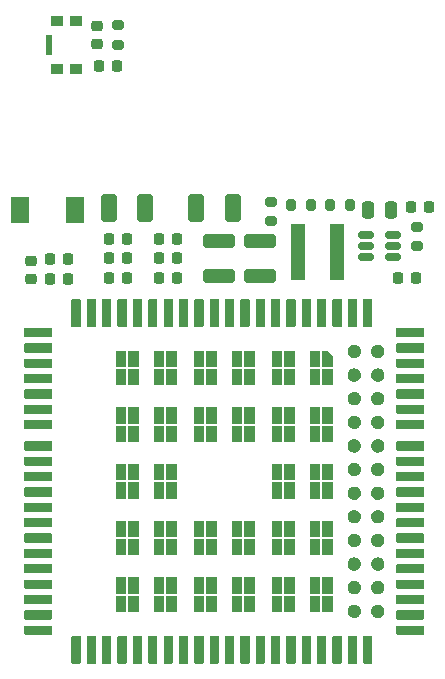
<source format=gbr>
%TF.GenerationSoftware,KiCad,Pcbnew,(6.0.2-0)*%
%TF.CreationDate,2022-10-29T16:02:38+01:00*%
%TF.ProjectId,p3-cellular-module,70332d63-656c-46c7-956c-61722d6d6f64,rev?*%
%TF.SameCoordinates,Original*%
%TF.FileFunction,Paste,Bot*%
%TF.FilePolarity,Positive*%
%FSLAX46Y46*%
G04 Gerber Fmt 4.6, Leading zero omitted, Abs format (unit mm)*
G04 Created by KiCad (PCBNEW (6.0.2-0)) date 2022-10-29 16:02:38*
%MOMM*%
%LPD*%
G01*
G04 APERTURE LIST*
G04 Aperture macros list*
%AMRoundRect*
0 Rectangle with rounded corners*
0 $1 Rounding radius*
0 $2 $3 $4 $5 $6 $7 $8 $9 X,Y pos of 4 corners*
0 Add a 4 corners polygon primitive as box body*
4,1,4,$2,$3,$4,$5,$6,$7,$8,$9,$2,$3,0*
0 Add four circle primitives for the rounded corners*
1,1,$1+$1,$2,$3*
1,1,$1+$1,$4,$5*
1,1,$1+$1,$6,$7*
1,1,$1+$1,$8,$9*
0 Add four rect primitives between the rounded corners*
20,1,$1+$1,$2,$3,$4,$5,0*
20,1,$1+$1,$4,$5,$6,$7,0*
20,1,$1+$1,$6,$7,$8,$9,0*
20,1,$1+$1,$8,$9,$2,$3,0*%
G04 Aperture macros list end*
%ADD10C,0.001000*%
%ADD11C,0.010000*%
%ADD12C,0.000100*%
%ADD13RoundRect,0.200000X-0.200000X-0.275000X0.200000X-0.275000X0.200000X0.275000X-0.200000X0.275000X0*%
%ADD14RoundRect,0.250000X-0.412500X-0.925000X0.412500X-0.925000X0.412500X0.925000X-0.412500X0.925000X0*%
%ADD15RoundRect,0.218750X-0.256250X0.218750X-0.256250X-0.218750X0.256250X-0.218750X0.256250X0.218750X0*%
%ADD16R,1.650000X2.300000*%
%ADD17RoundRect,0.200000X-0.275000X0.200000X-0.275000X-0.200000X0.275000X-0.200000X0.275000X0.200000X0*%
%ADD18R,1.200000X4.700000*%
%ADD19RoundRect,0.250000X0.412500X0.925000X-0.412500X0.925000X-0.412500X-0.925000X0.412500X-0.925000X0*%
%ADD20RoundRect,0.225000X-0.225000X-0.250000X0.225000X-0.250000X0.225000X0.250000X-0.225000X0.250000X0*%
%ADD21RoundRect,0.200000X0.275000X-0.200000X0.275000X0.200000X-0.275000X0.200000X-0.275000X-0.200000X0*%
%ADD22RoundRect,0.225000X0.225000X0.250000X-0.225000X0.250000X-0.225000X-0.250000X0.225000X-0.250000X0*%
%ADD23RoundRect,0.250000X-0.250000X-0.475000X0.250000X-0.475000X0.250000X0.475000X-0.250000X0.475000X0*%
%ADD24RoundRect,0.250000X-1.100000X0.325000X-1.100000X-0.325000X1.100000X-0.325000X1.100000X0.325000X0*%
%ADD25RoundRect,0.218750X-0.218750X-0.256250X0.218750X-0.256250X0.218750X0.256250X-0.218750X0.256250X0*%
%ADD26R,1.000000X0.900000*%
%ADD27R,0.550000X1.700000*%
%ADD28RoundRect,0.218750X0.256250X-0.218750X0.256250X0.218750X-0.256250X0.218750X-0.256250X-0.218750X0*%
%ADD29RoundRect,0.150000X-0.512500X-0.150000X0.512500X-0.150000X0.512500X0.150000X-0.512500X0.150000X0*%
G04 APERTURE END LIST*
D10*
%TO.C,U2*%
X161790000Y-138950000D02*
X159700000Y-138950000D01*
X159700000Y-138950000D02*
X159690000Y-138950000D01*
X159690000Y-138950000D02*
X159685000Y-138950000D01*
X159685000Y-138950000D02*
X159681000Y-138950000D01*
X159681000Y-138950000D02*
X159676000Y-138951000D01*
X159676000Y-138951000D02*
X159671000Y-138952000D01*
X159671000Y-138952000D02*
X159667000Y-138953000D01*
X159667000Y-138953000D02*
X159662000Y-138954000D01*
X159662000Y-138954000D02*
X159658000Y-138956000D01*
X159658000Y-138956000D02*
X159653000Y-138958000D01*
X159653000Y-138958000D02*
X159649000Y-138960000D01*
X159649000Y-138960000D02*
X159645000Y-138962000D01*
X159645000Y-138962000D02*
X159641000Y-138965000D01*
X159641000Y-138965000D02*
X159637000Y-138967000D01*
X159637000Y-138967000D02*
X159633000Y-138970000D01*
X159633000Y-138970000D02*
X159630000Y-138973000D01*
X159630000Y-138973000D02*
X159626000Y-138976000D01*
X159626000Y-138976000D02*
X159623000Y-138980000D01*
X159623000Y-138980000D02*
X159620000Y-138983000D01*
X159620000Y-138983000D02*
X159617000Y-138987000D01*
X159617000Y-138987000D02*
X159615000Y-138991000D01*
X159615000Y-138991000D02*
X159612000Y-138995000D01*
X159612000Y-138995000D02*
X159610000Y-138999000D01*
X159610000Y-138999000D02*
X159608000Y-139003000D01*
X159608000Y-139003000D02*
X159606000Y-139008000D01*
X159606000Y-139008000D02*
X159604000Y-139012000D01*
X159604000Y-139012000D02*
X159603000Y-139017000D01*
X159603000Y-139017000D02*
X159602000Y-139021000D01*
X159602000Y-139021000D02*
X159601000Y-139026000D01*
X159601000Y-139026000D02*
X159600000Y-139031000D01*
X159600000Y-139031000D02*
X159600000Y-139035000D01*
X159600000Y-139035000D02*
X159600000Y-139040000D01*
X159600000Y-139040000D02*
X159600000Y-139540000D01*
X159600000Y-139540000D02*
X159600000Y-139546000D01*
X159600000Y-139546000D02*
X159601000Y-139551000D01*
X159601000Y-139551000D02*
X159601000Y-139557000D01*
X159601000Y-139557000D02*
X159602000Y-139563000D01*
X159602000Y-139563000D02*
X159604000Y-139568000D01*
X159604000Y-139568000D02*
X159605000Y-139574000D01*
X159605000Y-139574000D02*
X159607000Y-139579000D01*
X159607000Y-139579000D02*
X159610000Y-139585000D01*
X159610000Y-139585000D02*
X159612000Y-139590000D01*
X159612000Y-139590000D02*
X159615000Y-139595000D01*
X159615000Y-139595000D02*
X159618000Y-139600000D01*
X159618000Y-139600000D02*
X159621000Y-139605000D01*
X159621000Y-139605000D02*
X159625000Y-139609000D01*
X159625000Y-139609000D02*
X159628000Y-139614000D01*
X159628000Y-139614000D02*
X159632000Y-139618000D01*
X159632000Y-139618000D02*
X159636000Y-139622000D01*
X159636000Y-139622000D02*
X159641000Y-139625000D01*
X159641000Y-139625000D02*
X159645000Y-139629000D01*
X159645000Y-139629000D02*
X159650000Y-139632000D01*
X159650000Y-139632000D02*
X159655000Y-139635000D01*
X159655000Y-139635000D02*
X159660000Y-139638000D01*
X159660000Y-139638000D02*
X159665000Y-139640000D01*
X159665000Y-139640000D02*
X159671000Y-139643000D01*
X159671000Y-139643000D02*
X159676000Y-139645000D01*
X159676000Y-139645000D02*
X159682000Y-139646000D01*
X159682000Y-139646000D02*
X159687000Y-139648000D01*
X159687000Y-139648000D02*
X159693000Y-139649000D01*
X159693000Y-139649000D02*
X159699000Y-139649000D01*
X159699000Y-139649000D02*
X159704000Y-139650000D01*
X159704000Y-139650000D02*
X159710000Y-139650000D01*
X159710000Y-139650000D02*
X161810000Y-139650000D01*
X161810000Y-139650000D02*
X161815000Y-139650000D01*
X161815000Y-139650000D02*
X161819000Y-139650000D01*
X161819000Y-139650000D02*
X161824000Y-139649000D01*
X161824000Y-139649000D02*
X161829000Y-139648000D01*
X161829000Y-139648000D02*
X161833000Y-139647000D01*
X161833000Y-139647000D02*
X161838000Y-139646000D01*
X161838000Y-139646000D02*
X161842000Y-139644000D01*
X161842000Y-139644000D02*
X161847000Y-139642000D01*
X161847000Y-139642000D02*
X161851000Y-139640000D01*
X161851000Y-139640000D02*
X161855000Y-139638000D01*
X161855000Y-139638000D02*
X161859000Y-139635000D01*
X161859000Y-139635000D02*
X161863000Y-139633000D01*
X161863000Y-139633000D02*
X161867000Y-139630000D01*
X161867000Y-139630000D02*
X161870000Y-139627000D01*
X161870000Y-139627000D02*
X161874000Y-139624000D01*
X161874000Y-139624000D02*
X161877000Y-139620000D01*
X161877000Y-139620000D02*
X161880000Y-139617000D01*
X161880000Y-139617000D02*
X161883000Y-139613000D01*
X161883000Y-139613000D02*
X161885000Y-139609000D01*
X161885000Y-139609000D02*
X161888000Y-139605000D01*
X161888000Y-139605000D02*
X161890000Y-139601000D01*
X161890000Y-139601000D02*
X161892000Y-139597000D01*
X161892000Y-139597000D02*
X161894000Y-139592000D01*
X161894000Y-139592000D02*
X161896000Y-139588000D01*
X161896000Y-139588000D02*
X161897000Y-139583000D01*
X161897000Y-139583000D02*
X161898000Y-139579000D01*
X161898000Y-139579000D02*
X161899000Y-139574000D01*
X161899000Y-139574000D02*
X161900000Y-139569000D01*
X161900000Y-139569000D02*
X161900000Y-139565000D01*
X161900000Y-139565000D02*
X161900000Y-139560000D01*
X161900000Y-139560000D02*
X161900000Y-139060000D01*
X161900000Y-139060000D02*
X161900000Y-139054000D01*
X161900000Y-139054000D02*
X161899000Y-139049000D01*
X161899000Y-139049000D02*
X161899000Y-139043000D01*
X161899000Y-139043000D02*
X161898000Y-139037000D01*
X161898000Y-139037000D02*
X161896000Y-139032000D01*
X161896000Y-139032000D02*
X161895000Y-139026000D01*
X161895000Y-139026000D02*
X161893000Y-139021000D01*
X161893000Y-139021000D02*
X161890000Y-139015000D01*
X161890000Y-139015000D02*
X161888000Y-139010000D01*
X161888000Y-139010000D02*
X161885000Y-139005000D01*
X161885000Y-139005000D02*
X161882000Y-139000000D01*
X161882000Y-139000000D02*
X161879000Y-138995000D01*
X161879000Y-138995000D02*
X161875000Y-138991000D01*
X161875000Y-138991000D02*
X161872000Y-138986000D01*
X161872000Y-138986000D02*
X161868000Y-138982000D01*
X161868000Y-138982000D02*
X161864000Y-138978000D01*
X161864000Y-138978000D02*
X161859000Y-138975000D01*
X161859000Y-138975000D02*
X161855000Y-138971000D01*
X161855000Y-138971000D02*
X161850000Y-138968000D01*
X161850000Y-138968000D02*
X161845000Y-138965000D01*
X161845000Y-138965000D02*
X161840000Y-138962000D01*
X161840000Y-138962000D02*
X161835000Y-138960000D01*
X161835000Y-138960000D02*
X161829000Y-138957000D01*
X161829000Y-138957000D02*
X161824000Y-138955000D01*
X161824000Y-138955000D02*
X161818000Y-138954000D01*
X161818000Y-138954000D02*
X161813000Y-138952000D01*
X161813000Y-138952000D02*
X161807000Y-138951000D01*
X161807000Y-138951000D02*
X161801000Y-138951000D01*
X161801000Y-138951000D02*
X161796000Y-138950000D01*
X161796000Y-138950000D02*
X161790000Y-138950000D01*
X161790000Y-138950000D02*
X161790000Y-138950000D01*
G36*
X161801000Y-138951000D02*
G01*
X161807000Y-138951000D01*
X161813000Y-138952000D01*
X161818000Y-138954000D01*
X161824000Y-138955000D01*
X161829000Y-138957000D01*
X161835000Y-138960000D01*
X161840000Y-138962000D01*
X161855000Y-138971000D01*
X161859000Y-138975000D01*
X161864000Y-138978000D01*
X161872000Y-138986000D01*
X161875000Y-138991000D01*
X161879000Y-138995000D01*
X161888000Y-139010000D01*
X161890000Y-139015000D01*
X161893000Y-139021000D01*
X161895000Y-139026000D01*
X161896000Y-139032000D01*
X161898000Y-139037000D01*
X161899000Y-139043000D01*
X161899000Y-139049000D01*
X161900000Y-139054000D01*
X161900000Y-139569000D01*
X161898000Y-139579000D01*
X161897000Y-139583000D01*
X161896000Y-139588000D01*
X161894000Y-139592000D01*
X161892000Y-139597000D01*
X161888000Y-139605000D01*
X161885000Y-139609000D01*
X161883000Y-139613000D01*
X161880000Y-139617000D01*
X161877000Y-139620000D01*
X161874000Y-139624000D01*
X161870000Y-139627000D01*
X161867000Y-139630000D01*
X161863000Y-139633000D01*
X161859000Y-139635000D01*
X161855000Y-139638000D01*
X161847000Y-139642000D01*
X161842000Y-139644000D01*
X161838000Y-139646000D01*
X161833000Y-139647000D01*
X161829000Y-139648000D01*
X161819000Y-139650000D01*
X159704000Y-139650000D01*
X159699000Y-139649000D01*
X159693000Y-139649000D01*
X159687000Y-139648000D01*
X159682000Y-139646000D01*
X159676000Y-139645000D01*
X159671000Y-139643000D01*
X159665000Y-139640000D01*
X159660000Y-139638000D01*
X159645000Y-139629000D01*
X159641000Y-139625000D01*
X159636000Y-139622000D01*
X159628000Y-139614000D01*
X159625000Y-139609000D01*
X159621000Y-139605000D01*
X159612000Y-139590000D01*
X159610000Y-139585000D01*
X159607000Y-139579000D01*
X159605000Y-139574000D01*
X159604000Y-139568000D01*
X159602000Y-139563000D01*
X159601000Y-139557000D01*
X159601000Y-139551000D01*
X159600000Y-139546000D01*
X159600000Y-139031000D01*
X159602000Y-139021000D01*
X159603000Y-139017000D01*
X159604000Y-139012000D01*
X159606000Y-139008000D01*
X159608000Y-139003000D01*
X159612000Y-138995000D01*
X159615000Y-138991000D01*
X159617000Y-138987000D01*
X159620000Y-138983000D01*
X159623000Y-138980000D01*
X159626000Y-138976000D01*
X159630000Y-138973000D01*
X159633000Y-138970000D01*
X159637000Y-138967000D01*
X159641000Y-138965000D01*
X159645000Y-138962000D01*
X159653000Y-138958000D01*
X159658000Y-138956000D01*
X159662000Y-138954000D01*
X159667000Y-138953000D01*
X159671000Y-138952000D01*
X159681000Y-138950000D01*
X161796000Y-138950000D01*
X161801000Y-138951000D01*
G37*
X161801000Y-138951000D02*
X161807000Y-138951000D01*
X161813000Y-138952000D01*
X161818000Y-138954000D01*
X161824000Y-138955000D01*
X161829000Y-138957000D01*
X161835000Y-138960000D01*
X161840000Y-138962000D01*
X161855000Y-138971000D01*
X161859000Y-138975000D01*
X161864000Y-138978000D01*
X161872000Y-138986000D01*
X161875000Y-138991000D01*
X161879000Y-138995000D01*
X161888000Y-139010000D01*
X161890000Y-139015000D01*
X161893000Y-139021000D01*
X161895000Y-139026000D01*
X161896000Y-139032000D01*
X161898000Y-139037000D01*
X161899000Y-139043000D01*
X161899000Y-139049000D01*
X161900000Y-139054000D01*
X161900000Y-139569000D01*
X161898000Y-139579000D01*
X161897000Y-139583000D01*
X161896000Y-139588000D01*
X161894000Y-139592000D01*
X161892000Y-139597000D01*
X161888000Y-139605000D01*
X161885000Y-139609000D01*
X161883000Y-139613000D01*
X161880000Y-139617000D01*
X161877000Y-139620000D01*
X161874000Y-139624000D01*
X161870000Y-139627000D01*
X161867000Y-139630000D01*
X161863000Y-139633000D01*
X161859000Y-139635000D01*
X161855000Y-139638000D01*
X161847000Y-139642000D01*
X161842000Y-139644000D01*
X161838000Y-139646000D01*
X161833000Y-139647000D01*
X161829000Y-139648000D01*
X161819000Y-139650000D01*
X159704000Y-139650000D01*
X159699000Y-139649000D01*
X159693000Y-139649000D01*
X159687000Y-139648000D01*
X159682000Y-139646000D01*
X159676000Y-139645000D01*
X159671000Y-139643000D01*
X159665000Y-139640000D01*
X159660000Y-139638000D01*
X159645000Y-139629000D01*
X159641000Y-139625000D01*
X159636000Y-139622000D01*
X159628000Y-139614000D01*
X159625000Y-139609000D01*
X159621000Y-139605000D01*
X159612000Y-139590000D01*
X159610000Y-139585000D01*
X159607000Y-139579000D01*
X159605000Y-139574000D01*
X159604000Y-139568000D01*
X159602000Y-139563000D01*
X159601000Y-139557000D01*
X159601000Y-139551000D01*
X159600000Y-139546000D01*
X159600000Y-139031000D01*
X159602000Y-139021000D01*
X159603000Y-139017000D01*
X159604000Y-139012000D01*
X159606000Y-139008000D01*
X159608000Y-139003000D01*
X159612000Y-138995000D01*
X159615000Y-138991000D01*
X159617000Y-138987000D01*
X159620000Y-138983000D01*
X159623000Y-138980000D01*
X159626000Y-138976000D01*
X159630000Y-138973000D01*
X159633000Y-138970000D01*
X159637000Y-138967000D01*
X159641000Y-138965000D01*
X159645000Y-138962000D01*
X159653000Y-138958000D01*
X159658000Y-138956000D01*
X159662000Y-138954000D01*
X159667000Y-138953000D01*
X159671000Y-138952000D01*
X159681000Y-138950000D01*
X161796000Y-138950000D01*
X161801000Y-138951000D01*
X152900000Y-114010000D02*
X152900000Y-116110000D01*
X152900000Y-116110000D02*
X152900000Y-116115000D01*
X152900000Y-116115000D02*
X152900000Y-116119000D01*
X152900000Y-116119000D02*
X152901000Y-116124000D01*
X152901000Y-116124000D02*
X152902000Y-116129000D01*
X152902000Y-116129000D02*
X152903000Y-116133000D01*
X152903000Y-116133000D02*
X152904000Y-116138000D01*
X152904000Y-116138000D02*
X152906000Y-116142000D01*
X152906000Y-116142000D02*
X152908000Y-116147000D01*
X152908000Y-116147000D02*
X152910000Y-116151000D01*
X152910000Y-116151000D02*
X152912000Y-116155000D01*
X152912000Y-116155000D02*
X152915000Y-116159000D01*
X152915000Y-116159000D02*
X152917000Y-116163000D01*
X152917000Y-116163000D02*
X152920000Y-116167000D01*
X152920000Y-116167000D02*
X152923000Y-116170000D01*
X152923000Y-116170000D02*
X152926000Y-116174000D01*
X152926000Y-116174000D02*
X152930000Y-116177000D01*
X152930000Y-116177000D02*
X152933000Y-116180000D01*
X152933000Y-116180000D02*
X152937000Y-116183000D01*
X152937000Y-116183000D02*
X152941000Y-116185000D01*
X152941000Y-116185000D02*
X152945000Y-116188000D01*
X152945000Y-116188000D02*
X152949000Y-116190000D01*
X152949000Y-116190000D02*
X152953000Y-116192000D01*
X152953000Y-116192000D02*
X152958000Y-116194000D01*
X152958000Y-116194000D02*
X152962000Y-116196000D01*
X152962000Y-116196000D02*
X152967000Y-116197000D01*
X152967000Y-116197000D02*
X152971000Y-116198000D01*
X152971000Y-116198000D02*
X152976000Y-116199000D01*
X152976000Y-116199000D02*
X152981000Y-116200000D01*
X152981000Y-116200000D02*
X152985000Y-116200000D01*
X152985000Y-116200000D02*
X152990000Y-116200000D01*
X152990000Y-116200000D02*
X153490000Y-116200000D01*
X153490000Y-116200000D02*
X153496000Y-116200000D01*
X153496000Y-116200000D02*
X153501000Y-116199000D01*
X153501000Y-116199000D02*
X153507000Y-116199000D01*
X153507000Y-116199000D02*
X153513000Y-116198000D01*
X153513000Y-116198000D02*
X153518000Y-116196000D01*
X153518000Y-116196000D02*
X153524000Y-116195000D01*
X153524000Y-116195000D02*
X153529000Y-116193000D01*
X153529000Y-116193000D02*
X153535000Y-116190000D01*
X153535000Y-116190000D02*
X153540000Y-116188000D01*
X153540000Y-116188000D02*
X153545000Y-116185000D01*
X153545000Y-116185000D02*
X153550000Y-116182000D01*
X153550000Y-116182000D02*
X153555000Y-116179000D01*
X153555000Y-116179000D02*
X153559000Y-116175000D01*
X153559000Y-116175000D02*
X153564000Y-116172000D01*
X153564000Y-116172000D02*
X153568000Y-116168000D01*
X153568000Y-116168000D02*
X153572000Y-116164000D01*
X153572000Y-116164000D02*
X153575000Y-116159000D01*
X153575000Y-116159000D02*
X153579000Y-116155000D01*
X153579000Y-116155000D02*
X153582000Y-116150000D01*
X153582000Y-116150000D02*
X153585000Y-116145000D01*
X153585000Y-116145000D02*
X153588000Y-116140000D01*
X153588000Y-116140000D02*
X153590000Y-116135000D01*
X153590000Y-116135000D02*
X153593000Y-116129000D01*
X153593000Y-116129000D02*
X153595000Y-116124000D01*
X153595000Y-116124000D02*
X153596000Y-116118000D01*
X153596000Y-116118000D02*
X153598000Y-116113000D01*
X153598000Y-116113000D02*
X153599000Y-116107000D01*
X153599000Y-116107000D02*
X153599000Y-116101000D01*
X153599000Y-116101000D02*
X153600000Y-116096000D01*
X153600000Y-116096000D02*
X153600000Y-116090000D01*
X153600000Y-116090000D02*
X153600000Y-113990000D01*
X153600000Y-113990000D02*
X153600000Y-113985000D01*
X153600000Y-113985000D02*
X153600000Y-113981000D01*
X153600000Y-113981000D02*
X153599000Y-113976000D01*
X153599000Y-113976000D02*
X153598000Y-113971000D01*
X153598000Y-113971000D02*
X153597000Y-113967000D01*
X153597000Y-113967000D02*
X153596000Y-113962000D01*
X153596000Y-113962000D02*
X153594000Y-113958000D01*
X153594000Y-113958000D02*
X153592000Y-113953000D01*
X153592000Y-113953000D02*
X153590000Y-113949000D01*
X153590000Y-113949000D02*
X153588000Y-113945000D01*
X153588000Y-113945000D02*
X153585000Y-113941000D01*
X153585000Y-113941000D02*
X153583000Y-113937000D01*
X153583000Y-113937000D02*
X153580000Y-113933000D01*
X153580000Y-113933000D02*
X153577000Y-113930000D01*
X153577000Y-113930000D02*
X153574000Y-113926000D01*
X153574000Y-113926000D02*
X153570000Y-113923000D01*
X153570000Y-113923000D02*
X153567000Y-113920000D01*
X153567000Y-113920000D02*
X153563000Y-113917000D01*
X153563000Y-113917000D02*
X153559000Y-113915000D01*
X153559000Y-113915000D02*
X153555000Y-113912000D01*
X153555000Y-113912000D02*
X153551000Y-113910000D01*
X153551000Y-113910000D02*
X153547000Y-113908000D01*
X153547000Y-113908000D02*
X153542000Y-113906000D01*
X153542000Y-113906000D02*
X153538000Y-113904000D01*
X153538000Y-113904000D02*
X153533000Y-113903000D01*
X153533000Y-113903000D02*
X153529000Y-113902000D01*
X153529000Y-113902000D02*
X153524000Y-113901000D01*
X153524000Y-113901000D02*
X153519000Y-113900000D01*
X153519000Y-113900000D02*
X153515000Y-113900000D01*
X153515000Y-113900000D02*
X153510000Y-113900000D01*
X153510000Y-113900000D02*
X153010000Y-113900000D01*
X153010000Y-113900000D02*
X153004000Y-113900000D01*
X153004000Y-113900000D02*
X152999000Y-113901000D01*
X152999000Y-113901000D02*
X152993000Y-113901000D01*
X152993000Y-113901000D02*
X152987000Y-113902000D01*
X152987000Y-113902000D02*
X152982000Y-113904000D01*
X152982000Y-113904000D02*
X152976000Y-113905000D01*
X152976000Y-113905000D02*
X152971000Y-113907000D01*
X152971000Y-113907000D02*
X152965000Y-113910000D01*
X152965000Y-113910000D02*
X152960000Y-113912000D01*
X152960000Y-113912000D02*
X152955000Y-113915000D01*
X152955000Y-113915000D02*
X152950000Y-113918000D01*
X152950000Y-113918000D02*
X152945000Y-113921000D01*
X152945000Y-113921000D02*
X152941000Y-113925000D01*
X152941000Y-113925000D02*
X152936000Y-113928000D01*
X152936000Y-113928000D02*
X152932000Y-113932000D01*
X152932000Y-113932000D02*
X152928000Y-113936000D01*
X152928000Y-113936000D02*
X152925000Y-113941000D01*
X152925000Y-113941000D02*
X152921000Y-113945000D01*
X152921000Y-113945000D02*
X152918000Y-113950000D01*
X152918000Y-113950000D02*
X152915000Y-113955000D01*
X152915000Y-113955000D02*
X152912000Y-113960000D01*
X152912000Y-113960000D02*
X152910000Y-113965000D01*
X152910000Y-113965000D02*
X152907000Y-113971000D01*
X152907000Y-113971000D02*
X152905000Y-113976000D01*
X152905000Y-113976000D02*
X152904000Y-113982000D01*
X152904000Y-113982000D02*
X152902000Y-113987000D01*
X152902000Y-113987000D02*
X152901000Y-113993000D01*
X152901000Y-113993000D02*
X152901000Y-113999000D01*
X152901000Y-113999000D02*
X152900000Y-114004000D01*
X152900000Y-114004000D02*
X152900000Y-114010000D01*
X152900000Y-114010000D02*
X152900000Y-114010000D01*
G36*
X153529000Y-113902000D02*
G01*
X153533000Y-113903000D01*
X153538000Y-113904000D01*
X153542000Y-113906000D01*
X153547000Y-113908000D01*
X153555000Y-113912000D01*
X153559000Y-113915000D01*
X153563000Y-113917000D01*
X153567000Y-113920000D01*
X153570000Y-113923000D01*
X153574000Y-113926000D01*
X153577000Y-113930000D01*
X153580000Y-113933000D01*
X153583000Y-113937000D01*
X153585000Y-113941000D01*
X153588000Y-113945000D01*
X153592000Y-113953000D01*
X153594000Y-113958000D01*
X153596000Y-113962000D01*
X153597000Y-113967000D01*
X153598000Y-113971000D01*
X153600000Y-113981000D01*
X153600000Y-116096000D01*
X153599000Y-116101000D01*
X153599000Y-116107000D01*
X153598000Y-116113000D01*
X153596000Y-116118000D01*
X153595000Y-116124000D01*
X153593000Y-116129000D01*
X153590000Y-116135000D01*
X153588000Y-116140000D01*
X153579000Y-116155000D01*
X153575000Y-116159000D01*
X153572000Y-116164000D01*
X153564000Y-116172000D01*
X153559000Y-116175000D01*
X153555000Y-116179000D01*
X153540000Y-116188000D01*
X153535000Y-116190000D01*
X153529000Y-116193000D01*
X153524000Y-116195000D01*
X153518000Y-116196000D01*
X153513000Y-116198000D01*
X153507000Y-116199000D01*
X153501000Y-116199000D01*
X153496000Y-116200000D01*
X152981000Y-116200000D01*
X152971000Y-116198000D01*
X152967000Y-116197000D01*
X152962000Y-116196000D01*
X152958000Y-116194000D01*
X152953000Y-116192000D01*
X152945000Y-116188000D01*
X152941000Y-116185000D01*
X152937000Y-116183000D01*
X152933000Y-116180000D01*
X152930000Y-116177000D01*
X152926000Y-116174000D01*
X152923000Y-116170000D01*
X152920000Y-116167000D01*
X152917000Y-116163000D01*
X152915000Y-116159000D01*
X152912000Y-116155000D01*
X152908000Y-116147000D01*
X152906000Y-116142000D01*
X152904000Y-116138000D01*
X152903000Y-116133000D01*
X152902000Y-116129000D01*
X152900000Y-116119000D01*
X152900000Y-114004000D01*
X152901000Y-113999000D01*
X152901000Y-113993000D01*
X152902000Y-113987000D01*
X152904000Y-113982000D01*
X152905000Y-113976000D01*
X152907000Y-113971000D01*
X152910000Y-113965000D01*
X152912000Y-113960000D01*
X152921000Y-113945000D01*
X152925000Y-113941000D01*
X152928000Y-113936000D01*
X152936000Y-113928000D01*
X152941000Y-113925000D01*
X152945000Y-113921000D01*
X152960000Y-113912000D01*
X152965000Y-113910000D01*
X152971000Y-113907000D01*
X152976000Y-113905000D01*
X152982000Y-113904000D01*
X152987000Y-113902000D01*
X152993000Y-113901000D01*
X152999000Y-113901000D01*
X153004000Y-113900000D01*
X153519000Y-113900000D01*
X153529000Y-113902000D01*
G37*
X153529000Y-113902000D02*
X153533000Y-113903000D01*
X153538000Y-113904000D01*
X153542000Y-113906000D01*
X153547000Y-113908000D01*
X153555000Y-113912000D01*
X153559000Y-113915000D01*
X153563000Y-113917000D01*
X153567000Y-113920000D01*
X153570000Y-113923000D01*
X153574000Y-113926000D01*
X153577000Y-113930000D01*
X153580000Y-113933000D01*
X153583000Y-113937000D01*
X153585000Y-113941000D01*
X153588000Y-113945000D01*
X153592000Y-113953000D01*
X153594000Y-113958000D01*
X153596000Y-113962000D01*
X153597000Y-113967000D01*
X153598000Y-113971000D01*
X153600000Y-113981000D01*
X153600000Y-116096000D01*
X153599000Y-116101000D01*
X153599000Y-116107000D01*
X153598000Y-116113000D01*
X153596000Y-116118000D01*
X153595000Y-116124000D01*
X153593000Y-116129000D01*
X153590000Y-116135000D01*
X153588000Y-116140000D01*
X153579000Y-116155000D01*
X153575000Y-116159000D01*
X153572000Y-116164000D01*
X153564000Y-116172000D01*
X153559000Y-116175000D01*
X153555000Y-116179000D01*
X153540000Y-116188000D01*
X153535000Y-116190000D01*
X153529000Y-116193000D01*
X153524000Y-116195000D01*
X153518000Y-116196000D01*
X153513000Y-116198000D01*
X153507000Y-116199000D01*
X153501000Y-116199000D01*
X153496000Y-116200000D01*
X152981000Y-116200000D01*
X152971000Y-116198000D01*
X152967000Y-116197000D01*
X152962000Y-116196000D01*
X152958000Y-116194000D01*
X152953000Y-116192000D01*
X152945000Y-116188000D01*
X152941000Y-116185000D01*
X152937000Y-116183000D01*
X152933000Y-116180000D01*
X152930000Y-116177000D01*
X152926000Y-116174000D01*
X152923000Y-116170000D01*
X152920000Y-116167000D01*
X152917000Y-116163000D01*
X152915000Y-116159000D01*
X152912000Y-116155000D01*
X152908000Y-116147000D01*
X152906000Y-116142000D01*
X152904000Y-116138000D01*
X152903000Y-116133000D01*
X152902000Y-116129000D01*
X152900000Y-116119000D01*
X152900000Y-114004000D01*
X152901000Y-113999000D01*
X152901000Y-113993000D01*
X152902000Y-113987000D01*
X152904000Y-113982000D01*
X152905000Y-113976000D01*
X152907000Y-113971000D01*
X152910000Y-113965000D01*
X152912000Y-113960000D01*
X152921000Y-113945000D01*
X152925000Y-113941000D01*
X152928000Y-113936000D01*
X152936000Y-113928000D01*
X152941000Y-113925000D01*
X152945000Y-113921000D01*
X152960000Y-113912000D01*
X152965000Y-113910000D01*
X152971000Y-113907000D01*
X152976000Y-113905000D01*
X152982000Y-113904000D01*
X152987000Y-113902000D01*
X152993000Y-113901000D01*
X152999000Y-113901000D01*
X153004000Y-113900000D01*
X153519000Y-113900000D01*
X153529000Y-113902000D01*
D11*
X143270000Y-123070000D02*
X142460000Y-123070000D01*
X142460000Y-123070000D02*
X142460000Y-124370000D01*
X142460000Y-124370000D02*
X143270000Y-124370000D01*
X143270000Y-124370000D02*
X143270000Y-123070000D01*
G36*
X143270000Y-124370000D02*
G01*
X142460000Y-124370000D01*
X142460000Y-123070000D01*
X143270000Y-123070000D01*
X143270000Y-124370000D01*
G37*
X143270000Y-124370000D02*
X142460000Y-124370000D01*
X142460000Y-123070000D01*
X143270000Y-123070000D01*
X143270000Y-124370000D01*
X136670000Y-124630000D02*
X135860000Y-124630000D01*
X135860000Y-124630000D02*
X135860000Y-125930000D01*
X135860000Y-125930000D02*
X136670000Y-125930000D01*
X136670000Y-125930000D02*
X136670000Y-124630000D01*
G36*
X136670000Y-125930000D02*
G01*
X135860000Y-125930000D01*
X135860000Y-124630000D01*
X136670000Y-124630000D01*
X136670000Y-125930000D01*
G37*
X136670000Y-125930000D02*
X135860000Y-125930000D01*
X135860000Y-124630000D01*
X136670000Y-124630000D01*
X136670000Y-125930000D01*
D10*
X154200000Y-142510000D02*
X154200000Y-144610000D01*
X154200000Y-144610000D02*
X154200000Y-144615000D01*
X154200000Y-144615000D02*
X154200000Y-144619000D01*
X154200000Y-144619000D02*
X154201000Y-144624000D01*
X154201000Y-144624000D02*
X154202000Y-144629000D01*
X154202000Y-144629000D02*
X154203000Y-144633000D01*
X154203000Y-144633000D02*
X154204000Y-144638000D01*
X154204000Y-144638000D02*
X154206000Y-144642000D01*
X154206000Y-144642000D02*
X154208000Y-144647000D01*
X154208000Y-144647000D02*
X154210000Y-144651000D01*
X154210000Y-144651000D02*
X154212000Y-144655000D01*
X154212000Y-144655000D02*
X154215000Y-144659000D01*
X154215000Y-144659000D02*
X154217000Y-144663000D01*
X154217000Y-144663000D02*
X154220000Y-144667000D01*
X154220000Y-144667000D02*
X154223000Y-144670000D01*
X154223000Y-144670000D02*
X154226000Y-144674000D01*
X154226000Y-144674000D02*
X154230000Y-144677000D01*
X154230000Y-144677000D02*
X154233000Y-144680000D01*
X154233000Y-144680000D02*
X154237000Y-144683000D01*
X154237000Y-144683000D02*
X154241000Y-144685000D01*
X154241000Y-144685000D02*
X154245000Y-144688000D01*
X154245000Y-144688000D02*
X154249000Y-144690000D01*
X154249000Y-144690000D02*
X154253000Y-144692000D01*
X154253000Y-144692000D02*
X154258000Y-144694000D01*
X154258000Y-144694000D02*
X154262000Y-144696000D01*
X154262000Y-144696000D02*
X154267000Y-144697000D01*
X154267000Y-144697000D02*
X154271000Y-144698000D01*
X154271000Y-144698000D02*
X154276000Y-144699000D01*
X154276000Y-144699000D02*
X154281000Y-144700000D01*
X154281000Y-144700000D02*
X154285000Y-144700000D01*
X154285000Y-144700000D02*
X154290000Y-144700000D01*
X154290000Y-144700000D02*
X154790000Y-144700000D01*
X154790000Y-144700000D02*
X154796000Y-144700000D01*
X154796000Y-144700000D02*
X154801000Y-144699000D01*
X154801000Y-144699000D02*
X154807000Y-144699000D01*
X154807000Y-144699000D02*
X154813000Y-144698000D01*
X154813000Y-144698000D02*
X154818000Y-144696000D01*
X154818000Y-144696000D02*
X154824000Y-144695000D01*
X154824000Y-144695000D02*
X154829000Y-144693000D01*
X154829000Y-144693000D02*
X154835000Y-144690000D01*
X154835000Y-144690000D02*
X154840000Y-144688000D01*
X154840000Y-144688000D02*
X154845000Y-144685000D01*
X154845000Y-144685000D02*
X154850000Y-144682000D01*
X154850000Y-144682000D02*
X154855000Y-144679000D01*
X154855000Y-144679000D02*
X154859000Y-144675000D01*
X154859000Y-144675000D02*
X154864000Y-144672000D01*
X154864000Y-144672000D02*
X154868000Y-144668000D01*
X154868000Y-144668000D02*
X154872000Y-144664000D01*
X154872000Y-144664000D02*
X154875000Y-144659000D01*
X154875000Y-144659000D02*
X154879000Y-144655000D01*
X154879000Y-144655000D02*
X154882000Y-144650000D01*
X154882000Y-144650000D02*
X154885000Y-144645000D01*
X154885000Y-144645000D02*
X154888000Y-144640000D01*
X154888000Y-144640000D02*
X154890000Y-144635000D01*
X154890000Y-144635000D02*
X154893000Y-144629000D01*
X154893000Y-144629000D02*
X154895000Y-144624000D01*
X154895000Y-144624000D02*
X154896000Y-144618000D01*
X154896000Y-144618000D02*
X154898000Y-144613000D01*
X154898000Y-144613000D02*
X154899000Y-144607000D01*
X154899000Y-144607000D02*
X154899000Y-144601000D01*
X154899000Y-144601000D02*
X154900000Y-144596000D01*
X154900000Y-144596000D02*
X154900000Y-144590000D01*
X154900000Y-144590000D02*
X154900000Y-142490000D01*
X154900000Y-142490000D02*
X154900000Y-142485000D01*
X154900000Y-142485000D02*
X154900000Y-142481000D01*
X154900000Y-142481000D02*
X154899000Y-142476000D01*
X154899000Y-142476000D02*
X154898000Y-142471000D01*
X154898000Y-142471000D02*
X154897000Y-142467000D01*
X154897000Y-142467000D02*
X154896000Y-142462000D01*
X154896000Y-142462000D02*
X154894000Y-142458000D01*
X154894000Y-142458000D02*
X154892000Y-142453000D01*
X154892000Y-142453000D02*
X154890000Y-142449000D01*
X154890000Y-142449000D02*
X154888000Y-142445000D01*
X154888000Y-142445000D02*
X154885000Y-142441000D01*
X154885000Y-142441000D02*
X154883000Y-142437000D01*
X154883000Y-142437000D02*
X154880000Y-142433000D01*
X154880000Y-142433000D02*
X154877000Y-142430000D01*
X154877000Y-142430000D02*
X154874000Y-142426000D01*
X154874000Y-142426000D02*
X154870000Y-142423000D01*
X154870000Y-142423000D02*
X154867000Y-142420000D01*
X154867000Y-142420000D02*
X154863000Y-142417000D01*
X154863000Y-142417000D02*
X154859000Y-142415000D01*
X154859000Y-142415000D02*
X154855000Y-142412000D01*
X154855000Y-142412000D02*
X154851000Y-142410000D01*
X154851000Y-142410000D02*
X154847000Y-142408000D01*
X154847000Y-142408000D02*
X154842000Y-142406000D01*
X154842000Y-142406000D02*
X154838000Y-142404000D01*
X154838000Y-142404000D02*
X154833000Y-142403000D01*
X154833000Y-142403000D02*
X154829000Y-142402000D01*
X154829000Y-142402000D02*
X154824000Y-142401000D01*
X154824000Y-142401000D02*
X154819000Y-142400000D01*
X154819000Y-142400000D02*
X154815000Y-142400000D01*
X154815000Y-142400000D02*
X154810000Y-142400000D01*
X154810000Y-142400000D02*
X154310000Y-142400000D01*
X154310000Y-142400000D02*
X154304000Y-142400000D01*
X154304000Y-142400000D02*
X154299000Y-142401000D01*
X154299000Y-142401000D02*
X154293000Y-142401000D01*
X154293000Y-142401000D02*
X154287000Y-142402000D01*
X154287000Y-142402000D02*
X154282000Y-142404000D01*
X154282000Y-142404000D02*
X154276000Y-142405000D01*
X154276000Y-142405000D02*
X154271000Y-142407000D01*
X154271000Y-142407000D02*
X154265000Y-142410000D01*
X154265000Y-142410000D02*
X154260000Y-142412000D01*
X154260000Y-142412000D02*
X154255000Y-142415000D01*
X154255000Y-142415000D02*
X154250000Y-142418000D01*
X154250000Y-142418000D02*
X154245000Y-142421000D01*
X154245000Y-142421000D02*
X154241000Y-142425000D01*
X154241000Y-142425000D02*
X154236000Y-142428000D01*
X154236000Y-142428000D02*
X154232000Y-142432000D01*
X154232000Y-142432000D02*
X154228000Y-142436000D01*
X154228000Y-142436000D02*
X154225000Y-142441000D01*
X154225000Y-142441000D02*
X154221000Y-142445000D01*
X154221000Y-142445000D02*
X154218000Y-142450000D01*
X154218000Y-142450000D02*
X154215000Y-142455000D01*
X154215000Y-142455000D02*
X154212000Y-142460000D01*
X154212000Y-142460000D02*
X154210000Y-142465000D01*
X154210000Y-142465000D02*
X154207000Y-142471000D01*
X154207000Y-142471000D02*
X154205000Y-142476000D01*
X154205000Y-142476000D02*
X154204000Y-142482000D01*
X154204000Y-142482000D02*
X154202000Y-142487000D01*
X154202000Y-142487000D02*
X154201000Y-142493000D01*
X154201000Y-142493000D02*
X154201000Y-142499000D01*
X154201000Y-142499000D02*
X154200000Y-142504000D01*
X154200000Y-142504000D02*
X154200000Y-142510000D01*
X154200000Y-142510000D02*
X154200000Y-142510000D01*
G36*
X154829000Y-142402000D02*
G01*
X154833000Y-142403000D01*
X154838000Y-142404000D01*
X154842000Y-142406000D01*
X154847000Y-142408000D01*
X154855000Y-142412000D01*
X154859000Y-142415000D01*
X154863000Y-142417000D01*
X154867000Y-142420000D01*
X154870000Y-142423000D01*
X154874000Y-142426000D01*
X154877000Y-142430000D01*
X154880000Y-142433000D01*
X154883000Y-142437000D01*
X154885000Y-142441000D01*
X154888000Y-142445000D01*
X154892000Y-142453000D01*
X154894000Y-142458000D01*
X154896000Y-142462000D01*
X154897000Y-142467000D01*
X154898000Y-142471000D01*
X154900000Y-142481000D01*
X154900000Y-144596000D01*
X154899000Y-144601000D01*
X154899000Y-144607000D01*
X154898000Y-144613000D01*
X154896000Y-144618000D01*
X154895000Y-144624000D01*
X154893000Y-144629000D01*
X154890000Y-144635000D01*
X154888000Y-144640000D01*
X154879000Y-144655000D01*
X154875000Y-144659000D01*
X154872000Y-144664000D01*
X154864000Y-144672000D01*
X154859000Y-144675000D01*
X154855000Y-144679000D01*
X154840000Y-144688000D01*
X154835000Y-144690000D01*
X154829000Y-144693000D01*
X154824000Y-144695000D01*
X154818000Y-144696000D01*
X154813000Y-144698000D01*
X154807000Y-144699000D01*
X154801000Y-144699000D01*
X154796000Y-144700000D01*
X154281000Y-144700000D01*
X154271000Y-144698000D01*
X154267000Y-144697000D01*
X154262000Y-144696000D01*
X154258000Y-144694000D01*
X154253000Y-144692000D01*
X154245000Y-144688000D01*
X154241000Y-144685000D01*
X154237000Y-144683000D01*
X154233000Y-144680000D01*
X154230000Y-144677000D01*
X154226000Y-144674000D01*
X154223000Y-144670000D01*
X154220000Y-144667000D01*
X154217000Y-144663000D01*
X154215000Y-144659000D01*
X154212000Y-144655000D01*
X154208000Y-144647000D01*
X154206000Y-144642000D01*
X154204000Y-144638000D01*
X154203000Y-144633000D01*
X154202000Y-144629000D01*
X154200000Y-144619000D01*
X154200000Y-142504000D01*
X154201000Y-142499000D01*
X154201000Y-142493000D01*
X154202000Y-142487000D01*
X154204000Y-142482000D01*
X154205000Y-142476000D01*
X154207000Y-142471000D01*
X154210000Y-142465000D01*
X154212000Y-142460000D01*
X154221000Y-142445000D01*
X154225000Y-142441000D01*
X154228000Y-142436000D01*
X154236000Y-142428000D01*
X154241000Y-142425000D01*
X154245000Y-142421000D01*
X154260000Y-142412000D01*
X154265000Y-142410000D01*
X154271000Y-142407000D01*
X154276000Y-142405000D01*
X154282000Y-142404000D01*
X154287000Y-142402000D01*
X154293000Y-142401000D01*
X154299000Y-142401000D01*
X154304000Y-142400000D01*
X154819000Y-142400000D01*
X154829000Y-142402000D01*
G37*
X154829000Y-142402000D02*
X154833000Y-142403000D01*
X154838000Y-142404000D01*
X154842000Y-142406000D01*
X154847000Y-142408000D01*
X154855000Y-142412000D01*
X154859000Y-142415000D01*
X154863000Y-142417000D01*
X154867000Y-142420000D01*
X154870000Y-142423000D01*
X154874000Y-142426000D01*
X154877000Y-142430000D01*
X154880000Y-142433000D01*
X154883000Y-142437000D01*
X154885000Y-142441000D01*
X154888000Y-142445000D01*
X154892000Y-142453000D01*
X154894000Y-142458000D01*
X154896000Y-142462000D01*
X154897000Y-142467000D01*
X154898000Y-142471000D01*
X154900000Y-142481000D01*
X154900000Y-144596000D01*
X154899000Y-144601000D01*
X154899000Y-144607000D01*
X154898000Y-144613000D01*
X154896000Y-144618000D01*
X154895000Y-144624000D01*
X154893000Y-144629000D01*
X154890000Y-144635000D01*
X154888000Y-144640000D01*
X154879000Y-144655000D01*
X154875000Y-144659000D01*
X154872000Y-144664000D01*
X154864000Y-144672000D01*
X154859000Y-144675000D01*
X154855000Y-144679000D01*
X154840000Y-144688000D01*
X154835000Y-144690000D01*
X154829000Y-144693000D01*
X154824000Y-144695000D01*
X154818000Y-144696000D01*
X154813000Y-144698000D01*
X154807000Y-144699000D01*
X154801000Y-144699000D01*
X154796000Y-144700000D01*
X154281000Y-144700000D01*
X154271000Y-144698000D01*
X154267000Y-144697000D01*
X154262000Y-144696000D01*
X154258000Y-144694000D01*
X154253000Y-144692000D01*
X154245000Y-144688000D01*
X154241000Y-144685000D01*
X154237000Y-144683000D01*
X154233000Y-144680000D01*
X154230000Y-144677000D01*
X154226000Y-144674000D01*
X154223000Y-144670000D01*
X154220000Y-144667000D01*
X154217000Y-144663000D01*
X154215000Y-144659000D01*
X154212000Y-144655000D01*
X154208000Y-144647000D01*
X154206000Y-144642000D01*
X154204000Y-144638000D01*
X154203000Y-144633000D01*
X154202000Y-144629000D01*
X154200000Y-144619000D01*
X154200000Y-142504000D01*
X154201000Y-142499000D01*
X154201000Y-142493000D01*
X154202000Y-142487000D01*
X154204000Y-142482000D01*
X154205000Y-142476000D01*
X154207000Y-142471000D01*
X154210000Y-142465000D01*
X154212000Y-142460000D01*
X154221000Y-142445000D01*
X154225000Y-142441000D01*
X154228000Y-142436000D01*
X154236000Y-142428000D01*
X154241000Y-142425000D01*
X154245000Y-142421000D01*
X154260000Y-142412000D01*
X154265000Y-142410000D01*
X154271000Y-142407000D01*
X154276000Y-142405000D01*
X154282000Y-142404000D01*
X154287000Y-142402000D01*
X154293000Y-142401000D01*
X154299000Y-142401000D01*
X154304000Y-142400000D01*
X154819000Y-142400000D01*
X154829000Y-142402000D01*
D12*
X158000000Y-130300000D02*
X158000000Y-130295000D01*
X158000000Y-130295000D02*
X157481000Y-130295000D01*
X157481000Y-130295000D02*
X157482000Y-130270000D01*
X157482000Y-130270000D02*
X157484000Y-130243000D01*
X157484000Y-130243000D02*
X157487000Y-130217000D01*
X157487000Y-130217000D02*
X157492000Y-130190000D01*
X157492000Y-130190000D02*
X157498000Y-130164000D01*
X157498000Y-130164000D02*
X157506000Y-130138000D01*
X157506000Y-130138000D02*
X157515000Y-130112000D01*
X157515000Y-130112000D02*
X157525000Y-130087000D01*
X157525000Y-130087000D02*
X157537000Y-130063000D01*
X157537000Y-130063000D02*
X157550000Y-130039000D01*
X157550000Y-130039000D02*
X157564000Y-130016000D01*
X157564000Y-130016000D02*
X157579000Y-129994000D01*
X157579000Y-129994000D02*
X157596000Y-129972000D01*
X157596000Y-129972000D02*
X157614000Y-129952000D01*
X157614000Y-129952000D02*
X157632000Y-129932000D01*
X157632000Y-129932000D02*
X157652000Y-129913000D01*
X157652000Y-129913000D02*
X157672000Y-129896000D01*
X157672000Y-129896000D02*
X157694000Y-129879000D01*
X157694000Y-129879000D02*
X157716000Y-129864000D01*
X157716000Y-129864000D02*
X157739000Y-129850000D01*
X157739000Y-129850000D02*
X157763000Y-129837000D01*
X157763000Y-129837000D02*
X157787000Y-129825000D01*
X157787000Y-129825000D02*
X157812000Y-129815000D01*
X157812000Y-129815000D02*
X157838000Y-129806000D01*
X157838000Y-129806000D02*
X157864000Y-129798000D01*
X157864000Y-129798000D02*
X157890000Y-129792000D01*
X157890000Y-129792000D02*
X157917000Y-129787000D01*
X157917000Y-129787000D02*
X157944000Y-129784000D01*
X157944000Y-129784000D02*
X157970000Y-129781000D01*
X157970000Y-129781000D02*
X158000000Y-129781000D01*
X158000000Y-129781000D02*
X158027000Y-129781000D01*
X158027000Y-129781000D02*
X158054000Y-129784000D01*
X158054000Y-129784000D02*
X158081000Y-129787000D01*
X158081000Y-129787000D02*
X158108000Y-129792000D01*
X158108000Y-129792000D02*
X158134000Y-129798000D01*
X158134000Y-129798000D02*
X158160000Y-129806000D01*
X158160000Y-129806000D02*
X158186000Y-129815000D01*
X158186000Y-129815000D02*
X158211000Y-129826000D01*
X158211000Y-129826000D02*
X158236000Y-129837000D01*
X158236000Y-129837000D02*
X158260000Y-129850000D01*
X158260000Y-129850000D02*
X158283000Y-129865000D01*
X158283000Y-129865000D02*
X158305000Y-129880000D01*
X158305000Y-129880000D02*
X158327000Y-129896000D01*
X158327000Y-129896000D02*
X158347000Y-129914000D01*
X158347000Y-129914000D02*
X158367000Y-129933000D01*
X158367000Y-129933000D02*
X158386000Y-129953000D01*
X158386000Y-129953000D02*
X158403000Y-129973000D01*
X158403000Y-129973000D02*
X158420000Y-129995000D01*
X158420000Y-129995000D02*
X158435000Y-130017000D01*
X158435000Y-130017000D02*
X158450000Y-130040000D01*
X158450000Y-130040000D02*
X158463000Y-130064000D01*
X158463000Y-130064000D02*
X158474000Y-130089000D01*
X158474000Y-130089000D02*
X158485000Y-130114000D01*
X158485000Y-130114000D02*
X158494000Y-130140000D01*
X158494000Y-130140000D02*
X158502000Y-130166000D01*
X158502000Y-130166000D02*
X158508000Y-130192000D01*
X158508000Y-130192000D02*
X158513000Y-130219000D01*
X158513000Y-130219000D02*
X158516000Y-130246000D01*
X158516000Y-130246000D02*
X158518000Y-130273000D01*
X158518000Y-130273000D02*
X158519000Y-130300000D01*
X158519000Y-130300000D02*
X158518000Y-130327000D01*
X158518000Y-130327000D02*
X158516000Y-130354000D01*
X158516000Y-130354000D02*
X158513000Y-130381000D01*
X158513000Y-130381000D02*
X158508000Y-130408000D01*
X158508000Y-130408000D02*
X158502000Y-130434000D01*
X158502000Y-130434000D02*
X158494000Y-130460000D01*
X158494000Y-130460000D02*
X158485000Y-130486000D01*
X158485000Y-130486000D02*
X158474000Y-130511000D01*
X158474000Y-130511000D02*
X158463000Y-130536000D01*
X158463000Y-130536000D02*
X158450000Y-130560000D01*
X158450000Y-130560000D02*
X158435000Y-130583000D01*
X158435000Y-130583000D02*
X158420000Y-130605000D01*
X158420000Y-130605000D02*
X158403000Y-130627000D01*
X158403000Y-130627000D02*
X158386000Y-130647000D01*
X158386000Y-130647000D02*
X158367000Y-130667000D01*
X158367000Y-130667000D02*
X158347000Y-130686000D01*
X158347000Y-130686000D02*
X158327000Y-130704000D01*
X158327000Y-130704000D02*
X158305000Y-130720000D01*
X158305000Y-130720000D02*
X158283000Y-130735000D01*
X158283000Y-130735000D02*
X158260000Y-130750000D01*
X158260000Y-130750000D02*
X158236000Y-130763000D01*
X158236000Y-130763000D02*
X158211000Y-130774000D01*
X158211000Y-130774000D02*
X158186000Y-130785000D01*
X158186000Y-130785000D02*
X158160000Y-130794000D01*
X158160000Y-130794000D02*
X158134000Y-130802000D01*
X158134000Y-130802000D02*
X158108000Y-130808000D01*
X158108000Y-130808000D02*
X158081000Y-130813000D01*
X158081000Y-130813000D02*
X158054000Y-130816000D01*
X158054000Y-130816000D02*
X158027000Y-130819000D01*
X158027000Y-130819000D02*
X158000000Y-130819000D01*
X158000000Y-130819000D02*
X157973000Y-130819000D01*
X157973000Y-130819000D02*
X157946000Y-130816000D01*
X157946000Y-130816000D02*
X157919000Y-130813000D01*
X157919000Y-130813000D02*
X157892000Y-130808000D01*
X157892000Y-130808000D02*
X157866000Y-130802000D01*
X157866000Y-130802000D02*
X157840000Y-130794000D01*
X157840000Y-130794000D02*
X157814000Y-130785000D01*
X157814000Y-130785000D02*
X157789000Y-130774000D01*
X157789000Y-130774000D02*
X157764000Y-130763000D01*
X157764000Y-130763000D02*
X157740000Y-130750000D01*
X157740000Y-130750000D02*
X157717000Y-130735000D01*
X157717000Y-130735000D02*
X157695000Y-130720000D01*
X157695000Y-130720000D02*
X157673000Y-130704000D01*
X157673000Y-130704000D02*
X157653000Y-130686000D01*
X157653000Y-130686000D02*
X157633000Y-130667000D01*
X157633000Y-130667000D02*
X157614000Y-130647000D01*
X157614000Y-130647000D02*
X157597000Y-130627000D01*
X157597000Y-130627000D02*
X157580000Y-130605000D01*
X157580000Y-130605000D02*
X157565000Y-130583000D01*
X157565000Y-130583000D02*
X157550000Y-130560000D01*
X157550000Y-130560000D02*
X157537000Y-130536000D01*
X157537000Y-130536000D02*
X157526000Y-130511000D01*
X157526000Y-130511000D02*
X157515000Y-130486000D01*
X157515000Y-130486000D02*
X157506000Y-130460000D01*
X157506000Y-130460000D02*
X157498000Y-130434000D01*
X157498000Y-130434000D02*
X157492000Y-130408000D01*
X157492000Y-130408000D02*
X157487000Y-130381000D01*
X157487000Y-130381000D02*
X157484000Y-130354000D01*
X157484000Y-130354000D02*
X157482000Y-130327000D01*
X157482000Y-130327000D02*
X157481000Y-130300000D01*
X157481000Y-130300000D02*
X158000000Y-130300000D01*
X158000000Y-130300000D02*
X158000000Y-130300000D01*
G36*
X158081000Y-129787000D02*
G01*
X158108000Y-129792000D01*
X158134000Y-129798000D01*
X158160000Y-129806000D01*
X158186000Y-129815000D01*
X158236000Y-129837000D01*
X158260000Y-129850000D01*
X158283000Y-129865000D01*
X158305000Y-129880000D01*
X158327000Y-129896000D01*
X158347000Y-129914000D01*
X158367000Y-129933000D01*
X158386000Y-129953000D01*
X158403000Y-129973000D01*
X158420000Y-129995000D01*
X158435000Y-130017000D01*
X158450000Y-130040000D01*
X158463000Y-130064000D01*
X158485000Y-130114000D01*
X158494000Y-130140000D01*
X158502000Y-130166000D01*
X158508000Y-130192000D01*
X158513000Y-130219000D01*
X158516000Y-130246000D01*
X158518000Y-130273000D01*
X158519000Y-130300000D01*
X158518000Y-130327000D01*
X158516000Y-130354000D01*
X158513000Y-130381000D01*
X158508000Y-130408000D01*
X158502000Y-130434000D01*
X158494000Y-130460000D01*
X158485000Y-130486000D01*
X158463000Y-130536000D01*
X158450000Y-130560000D01*
X158435000Y-130583000D01*
X158420000Y-130605000D01*
X158403000Y-130627000D01*
X158386000Y-130647000D01*
X158367000Y-130667000D01*
X158347000Y-130686000D01*
X158327000Y-130704000D01*
X158305000Y-130720000D01*
X158283000Y-130735000D01*
X158260000Y-130750000D01*
X158236000Y-130763000D01*
X158186000Y-130785000D01*
X158160000Y-130794000D01*
X158134000Y-130802000D01*
X158108000Y-130808000D01*
X158081000Y-130813000D01*
X158027000Y-130819000D01*
X157973000Y-130819000D01*
X157919000Y-130813000D01*
X157892000Y-130808000D01*
X157866000Y-130802000D01*
X157840000Y-130794000D01*
X157814000Y-130785000D01*
X157764000Y-130763000D01*
X157740000Y-130750000D01*
X157717000Y-130735000D01*
X157695000Y-130720000D01*
X157673000Y-130704000D01*
X157653000Y-130686000D01*
X157633000Y-130667000D01*
X157614000Y-130647000D01*
X157597000Y-130627000D01*
X157580000Y-130605000D01*
X157565000Y-130583000D01*
X157550000Y-130560000D01*
X157537000Y-130536000D01*
X157515000Y-130486000D01*
X157506000Y-130460000D01*
X157498000Y-130434000D01*
X157492000Y-130408000D01*
X157487000Y-130381000D01*
X157484000Y-130354000D01*
X157482000Y-130327000D01*
X157481000Y-130300000D01*
X158000000Y-130300000D01*
X158000000Y-130295000D01*
X157481000Y-130295000D01*
X157482000Y-130270000D01*
X157484000Y-130243000D01*
X157487000Y-130217000D01*
X157492000Y-130190000D01*
X157498000Y-130164000D01*
X157506000Y-130138000D01*
X157515000Y-130112000D01*
X157525000Y-130087000D01*
X157537000Y-130063000D01*
X157550000Y-130039000D01*
X157564000Y-130016000D01*
X157579000Y-129994000D01*
X157596000Y-129972000D01*
X157632000Y-129932000D01*
X157652000Y-129913000D01*
X157672000Y-129896000D01*
X157694000Y-129879000D01*
X157716000Y-129864000D01*
X157739000Y-129850000D01*
X157763000Y-129837000D01*
X157787000Y-129825000D01*
X157812000Y-129815000D01*
X157838000Y-129806000D01*
X157864000Y-129798000D01*
X157890000Y-129792000D01*
X157917000Y-129787000D01*
X157944000Y-129784000D01*
X157970000Y-129781000D01*
X158027000Y-129781000D01*
X158081000Y-129787000D01*
G37*
X158081000Y-129787000D02*
X158108000Y-129792000D01*
X158134000Y-129798000D01*
X158160000Y-129806000D01*
X158186000Y-129815000D01*
X158236000Y-129837000D01*
X158260000Y-129850000D01*
X158283000Y-129865000D01*
X158305000Y-129880000D01*
X158327000Y-129896000D01*
X158347000Y-129914000D01*
X158367000Y-129933000D01*
X158386000Y-129953000D01*
X158403000Y-129973000D01*
X158420000Y-129995000D01*
X158435000Y-130017000D01*
X158450000Y-130040000D01*
X158463000Y-130064000D01*
X158485000Y-130114000D01*
X158494000Y-130140000D01*
X158502000Y-130166000D01*
X158508000Y-130192000D01*
X158513000Y-130219000D01*
X158516000Y-130246000D01*
X158518000Y-130273000D01*
X158519000Y-130300000D01*
X158518000Y-130327000D01*
X158516000Y-130354000D01*
X158513000Y-130381000D01*
X158508000Y-130408000D01*
X158502000Y-130434000D01*
X158494000Y-130460000D01*
X158485000Y-130486000D01*
X158463000Y-130536000D01*
X158450000Y-130560000D01*
X158435000Y-130583000D01*
X158420000Y-130605000D01*
X158403000Y-130627000D01*
X158386000Y-130647000D01*
X158367000Y-130667000D01*
X158347000Y-130686000D01*
X158327000Y-130704000D01*
X158305000Y-130720000D01*
X158283000Y-130735000D01*
X158260000Y-130750000D01*
X158236000Y-130763000D01*
X158186000Y-130785000D01*
X158160000Y-130794000D01*
X158134000Y-130802000D01*
X158108000Y-130808000D01*
X158081000Y-130813000D01*
X158027000Y-130819000D01*
X157973000Y-130819000D01*
X157919000Y-130813000D01*
X157892000Y-130808000D01*
X157866000Y-130802000D01*
X157840000Y-130794000D01*
X157814000Y-130785000D01*
X157764000Y-130763000D01*
X157740000Y-130750000D01*
X157717000Y-130735000D01*
X157695000Y-130720000D01*
X157673000Y-130704000D01*
X157653000Y-130686000D01*
X157633000Y-130667000D01*
X157614000Y-130647000D01*
X157597000Y-130627000D01*
X157580000Y-130605000D01*
X157565000Y-130583000D01*
X157550000Y-130560000D01*
X157537000Y-130536000D01*
X157515000Y-130486000D01*
X157506000Y-130460000D01*
X157498000Y-130434000D01*
X157492000Y-130408000D01*
X157487000Y-130381000D01*
X157484000Y-130354000D01*
X157482000Y-130327000D01*
X157481000Y-130300000D01*
X158000000Y-130300000D01*
X158000000Y-130295000D01*
X157481000Y-130295000D01*
X157482000Y-130270000D01*
X157484000Y-130243000D01*
X157487000Y-130217000D01*
X157492000Y-130190000D01*
X157498000Y-130164000D01*
X157506000Y-130138000D01*
X157515000Y-130112000D01*
X157525000Y-130087000D01*
X157537000Y-130063000D01*
X157550000Y-130039000D01*
X157564000Y-130016000D01*
X157579000Y-129994000D01*
X157596000Y-129972000D01*
X157632000Y-129932000D01*
X157652000Y-129913000D01*
X157672000Y-129896000D01*
X157694000Y-129879000D01*
X157716000Y-129864000D01*
X157739000Y-129850000D01*
X157763000Y-129837000D01*
X157787000Y-129825000D01*
X157812000Y-129815000D01*
X157838000Y-129806000D01*
X157864000Y-129798000D01*
X157890000Y-129792000D01*
X157917000Y-129787000D01*
X157944000Y-129784000D01*
X157970000Y-129781000D01*
X158027000Y-129781000D01*
X158081000Y-129787000D01*
D11*
X143270000Y-119830000D02*
X142460000Y-119830000D01*
X142460000Y-119830000D02*
X142460000Y-121130000D01*
X142460000Y-121130000D02*
X143270000Y-121130000D01*
X143270000Y-121130000D02*
X143270000Y-119830000D01*
G36*
X143270000Y-121130000D02*
G01*
X142460000Y-121130000D01*
X142460000Y-119830000D01*
X143270000Y-119830000D01*
X143270000Y-121130000D01*
G37*
X143270000Y-121130000D02*
X142460000Y-121130000D01*
X142460000Y-119830000D01*
X143270000Y-119830000D01*
X143270000Y-121130000D01*
X150940000Y-118270000D02*
X150130000Y-118270000D01*
X150130000Y-118270000D02*
X150130000Y-119570000D01*
X150130000Y-119570000D02*
X150940000Y-119570000D01*
X150940000Y-119570000D02*
X150940000Y-118270000D01*
G36*
X150940000Y-119570000D02*
G01*
X150130000Y-119570000D01*
X150130000Y-118270000D01*
X150940000Y-118270000D01*
X150940000Y-119570000D01*
G37*
X150940000Y-119570000D02*
X150130000Y-119570000D01*
X150130000Y-118270000D01*
X150940000Y-118270000D01*
X150940000Y-119570000D01*
X139870000Y-127870000D02*
X139060000Y-127870000D01*
X139060000Y-127870000D02*
X139060000Y-129170000D01*
X139060000Y-129170000D02*
X139870000Y-129170000D01*
X139870000Y-129170000D02*
X139870000Y-127870000D01*
G36*
X139870000Y-129170000D02*
G01*
X139060000Y-129170000D01*
X139060000Y-127870000D01*
X139870000Y-127870000D01*
X139870000Y-129170000D01*
G37*
X139870000Y-129170000D02*
X139060000Y-129170000D01*
X139060000Y-127870000D01*
X139870000Y-127870000D01*
X139870000Y-129170000D01*
X139870000Y-134230000D02*
X139060000Y-134230000D01*
X139060000Y-134230000D02*
X139060000Y-135530000D01*
X139060000Y-135530000D02*
X139870000Y-135530000D01*
X139870000Y-135530000D02*
X139870000Y-134230000D01*
G36*
X139870000Y-135530000D02*
G01*
X139060000Y-135530000D01*
X139060000Y-134230000D01*
X139870000Y-134230000D01*
X139870000Y-135530000D01*
G37*
X139870000Y-135530000D02*
X139060000Y-135530000D01*
X139060000Y-134230000D01*
X139870000Y-134230000D01*
X139870000Y-135530000D01*
D10*
X130290000Y-118950000D02*
X128200000Y-118950000D01*
X128200000Y-118950000D02*
X128190000Y-118950000D01*
X128190000Y-118950000D02*
X128185000Y-118950000D01*
X128185000Y-118950000D02*
X128181000Y-118950000D01*
X128181000Y-118950000D02*
X128176000Y-118951000D01*
X128176000Y-118951000D02*
X128171000Y-118952000D01*
X128171000Y-118952000D02*
X128167000Y-118953000D01*
X128167000Y-118953000D02*
X128162000Y-118954000D01*
X128162000Y-118954000D02*
X128158000Y-118956000D01*
X128158000Y-118956000D02*
X128153000Y-118958000D01*
X128153000Y-118958000D02*
X128149000Y-118960000D01*
X128149000Y-118960000D02*
X128145000Y-118962000D01*
X128145000Y-118962000D02*
X128141000Y-118965000D01*
X128141000Y-118965000D02*
X128137000Y-118967000D01*
X128137000Y-118967000D02*
X128133000Y-118970000D01*
X128133000Y-118970000D02*
X128130000Y-118973000D01*
X128130000Y-118973000D02*
X128126000Y-118976000D01*
X128126000Y-118976000D02*
X128123000Y-118980000D01*
X128123000Y-118980000D02*
X128120000Y-118983000D01*
X128120000Y-118983000D02*
X128117000Y-118987000D01*
X128117000Y-118987000D02*
X128115000Y-118991000D01*
X128115000Y-118991000D02*
X128112000Y-118995000D01*
X128112000Y-118995000D02*
X128110000Y-118999000D01*
X128110000Y-118999000D02*
X128108000Y-119003000D01*
X128108000Y-119003000D02*
X128106000Y-119008000D01*
X128106000Y-119008000D02*
X128104000Y-119012000D01*
X128104000Y-119012000D02*
X128103000Y-119017000D01*
X128103000Y-119017000D02*
X128102000Y-119021000D01*
X128102000Y-119021000D02*
X128101000Y-119026000D01*
X128101000Y-119026000D02*
X128100000Y-119031000D01*
X128100000Y-119031000D02*
X128100000Y-119035000D01*
X128100000Y-119035000D02*
X128100000Y-119040000D01*
X128100000Y-119040000D02*
X128100000Y-119540000D01*
X128100000Y-119540000D02*
X128100000Y-119546000D01*
X128100000Y-119546000D02*
X128101000Y-119551000D01*
X128101000Y-119551000D02*
X128101000Y-119557000D01*
X128101000Y-119557000D02*
X128102000Y-119563000D01*
X128102000Y-119563000D02*
X128104000Y-119568000D01*
X128104000Y-119568000D02*
X128105000Y-119574000D01*
X128105000Y-119574000D02*
X128107000Y-119579000D01*
X128107000Y-119579000D02*
X128110000Y-119585000D01*
X128110000Y-119585000D02*
X128112000Y-119590000D01*
X128112000Y-119590000D02*
X128115000Y-119595000D01*
X128115000Y-119595000D02*
X128118000Y-119600000D01*
X128118000Y-119600000D02*
X128121000Y-119605000D01*
X128121000Y-119605000D02*
X128125000Y-119609000D01*
X128125000Y-119609000D02*
X128128000Y-119614000D01*
X128128000Y-119614000D02*
X128132000Y-119618000D01*
X128132000Y-119618000D02*
X128136000Y-119622000D01*
X128136000Y-119622000D02*
X128141000Y-119625000D01*
X128141000Y-119625000D02*
X128145000Y-119629000D01*
X128145000Y-119629000D02*
X128150000Y-119632000D01*
X128150000Y-119632000D02*
X128155000Y-119635000D01*
X128155000Y-119635000D02*
X128160000Y-119638000D01*
X128160000Y-119638000D02*
X128165000Y-119640000D01*
X128165000Y-119640000D02*
X128171000Y-119643000D01*
X128171000Y-119643000D02*
X128176000Y-119645000D01*
X128176000Y-119645000D02*
X128182000Y-119646000D01*
X128182000Y-119646000D02*
X128187000Y-119648000D01*
X128187000Y-119648000D02*
X128193000Y-119649000D01*
X128193000Y-119649000D02*
X128199000Y-119649000D01*
X128199000Y-119649000D02*
X128204000Y-119650000D01*
X128204000Y-119650000D02*
X128210000Y-119650000D01*
X128210000Y-119650000D02*
X130310000Y-119650000D01*
X130310000Y-119650000D02*
X130315000Y-119650000D01*
X130315000Y-119650000D02*
X130319000Y-119650000D01*
X130319000Y-119650000D02*
X130324000Y-119649000D01*
X130324000Y-119649000D02*
X130329000Y-119648000D01*
X130329000Y-119648000D02*
X130333000Y-119647000D01*
X130333000Y-119647000D02*
X130338000Y-119646000D01*
X130338000Y-119646000D02*
X130342000Y-119644000D01*
X130342000Y-119644000D02*
X130347000Y-119642000D01*
X130347000Y-119642000D02*
X130351000Y-119640000D01*
X130351000Y-119640000D02*
X130355000Y-119638000D01*
X130355000Y-119638000D02*
X130359000Y-119635000D01*
X130359000Y-119635000D02*
X130363000Y-119633000D01*
X130363000Y-119633000D02*
X130367000Y-119630000D01*
X130367000Y-119630000D02*
X130370000Y-119627000D01*
X130370000Y-119627000D02*
X130374000Y-119624000D01*
X130374000Y-119624000D02*
X130377000Y-119620000D01*
X130377000Y-119620000D02*
X130380000Y-119617000D01*
X130380000Y-119617000D02*
X130383000Y-119613000D01*
X130383000Y-119613000D02*
X130385000Y-119609000D01*
X130385000Y-119609000D02*
X130388000Y-119605000D01*
X130388000Y-119605000D02*
X130390000Y-119601000D01*
X130390000Y-119601000D02*
X130392000Y-119597000D01*
X130392000Y-119597000D02*
X130394000Y-119592000D01*
X130394000Y-119592000D02*
X130396000Y-119588000D01*
X130396000Y-119588000D02*
X130397000Y-119583000D01*
X130397000Y-119583000D02*
X130398000Y-119579000D01*
X130398000Y-119579000D02*
X130399000Y-119574000D01*
X130399000Y-119574000D02*
X130400000Y-119569000D01*
X130400000Y-119569000D02*
X130400000Y-119565000D01*
X130400000Y-119565000D02*
X130400000Y-119560000D01*
X130400000Y-119560000D02*
X130400000Y-119060000D01*
X130400000Y-119060000D02*
X130400000Y-119054000D01*
X130400000Y-119054000D02*
X130399000Y-119049000D01*
X130399000Y-119049000D02*
X130399000Y-119043000D01*
X130399000Y-119043000D02*
X130398000Y-119037000D01*
X130398000Y-119037000D02*
X130396000Y-119032000D01*
X130396000Y-119032000D02*
X130395000Y-119026000D01*
X130395000Y-119026000D02*
X130393000Y-119021000D01*
X130393000Y-119021000D02*
X130390000Y-119015000D01*
X130390000Y-119015000D02*
X130388000Y-119010000D01*
X130388000Y-119010000D02*
X130385000Y-119005000D01*
X130385000Y-119005000D02*
X130382000Y-119000000D01*
X130382000Y-119000000D02*
X130379000Y-118995000D01*
X130379000Y-118995000D02*
X130375000Y-118991000D01*
X130375000Y-118991000D02*
X130372000Y-118986000D01*
X130372000Y-118986000D02*
X130368000Y-118982000D01*
X130368000Y-118982000D02*
X130364000Y-118978000D01*
X130364000Y-118978000D02*
X130359000Y-118975000D01*
X130359000Y-118975000D02*
X130355000Y-118971000D01*
X130355000Y-118971000D02*
X130350000Y-118968000D01*
X130350000Y-118968000D02*
X130345000Y-118965000D01*
X130345000Y-118965000D02*
X130340000Y-118962000D01*
X130340000Y-118962000D02*
X130335000Y-118960000D01*
X130335000Y-118960000D02*
X130329000Y-118957000D01*
X130329000Y-118957000D02*
X130324000Y-118955000D01*
X130324000Y-118955000D02*
X130318000Y-118954000D01*
X130318000Y-118954000D02*
X130313000Y-118952000D01*
X130313000Y-118952000D02*
X130307000Y-118951000D01*
X130307000Y-118951000D02*
X130301000Y-118951000D01*
X130301000Y-118951000D02*
X130296000Y-118950000D01*
X130296000Y-118950000D02*
X130290000Y-118950000D01*
X130290000Y-118950000D02*
X130290000Y-118950000D01*
G36*
X130301000Y-118951000D02*
G01*
X130307000Y-118951000D01*
X130313000Y-118952000D01*
X130318000Y-118954000D01*
X130324000Y-118955000D01*
X130329000Y-118957000D01*
X130335000Y-118960000D01*
X130340000Y-118962000D01*
X130355000Y-118971000D01*
X130359000Y-118975000D01*
X130364000Y-118978000D01*
X130372000Y-118986000D01*
X130375000Y-118991000D01*
X130379000Y-118995000D01*
X130388000Y-119010000D01*
X130390000Y-119015000D01*
X130393000Y-119021000D01*
X130395000Y-119026000D01*
X130396000Y-119032000D01*
X130398000Y-119037000D01*
X130399000Y-119043000D01*
X130399000Y-119049000D01*
X130400000Y-119054000D01*
X130400000Y-119569000D01*
X130398000Y-119579000D01*
X130397000Y-119583000D01*
X130396000Y-119588000D01*
X130394000Y-119592000D01*
X130392000Y-119597000D01*
X130388000Y-119605000D01*
X130385000Y-119609000D01*
X130383000Y-119613000D01*
X130380000Y-119617000D01*
X130377000Y-119620000D01*
X130374000Y-119624000D01*
X130370000Y-119627000D01*
X130367000Y-119630000D01*
X130363000Y-119633000D01*
X130359000Y-119635000D01*
X130355000Y-119638000D01*
X130347000Y-119642000D01*
X130342000Y-119644000D01*
X130338000Y-119646000D01*
X130333000Y-119647000D01*
X130329000Y-119648000D01*
X130319000Y-119650000D01*
X128204000Y-119650000D01*
X128199000Y-119649000D01*
X128193000Y-119649000D01*
X128187000Y-119648000D01*
X128182000Y-119646000D01*
X128176000Y-119645000D01*
X128171000Y-119643000D01*
X128165000Y-119640000D01*
X128160000Y-119638000D01*
X128145000Y-119629000D01*
X128141000Y-119625000D01*
X128136000Y-119622000D01*
X128128000Y-119614000D01*
X128125000Y-119609000D01*
X128121000Y-119605000D01*
X128112000Y-119590000D01*
X128110000Y-119585000D01*
X128107000Y-119579000D01*
X128105000Y-119574000D01*
X128104000Y-119568000D01*
X128102000Y-119563000D01*
X128101000Y-119557000D01*
X128101000Y-119551000D01*
X128100000Y-119546000D01*
X128100000Y-119031000D01*
X128102000Y-119021000D01*
X128103000Y-119017000D01*
X128104000Y-119012000D01*
X128106000Y-119008000D01*
X128108000Y-119003000D01*
X128112000Y-118995000D01*
X128115000Y-118991000D01*
X128117000Y-118987000D01*
X128120000Y-118983000D01*
X128123000Y-118980000D01*
X128126000Y-118976000D01*
X128130000Y-118973000D01*
X128133000Y-118970000D01*
X128137000Y-118967000D01*
X128141000Y-118965000D01*
X128145000Y-118962000D01*
X128153000Y-118958000D01*
X128158000Y-118956000D01*
X128162000Y-118954000D01*
X128167000Y-118953000D01*
X128171000Y-118952000D01*
X128181000Y-118950000D01*
X130296000Y-118950000D01*
X130301000Y-118951000D01*
G37*
X130301000Y-118951000D02*
X130307000Y-118951000D01*
X130313000Y-118952000D01*
X130318000Y-118954000D01*
X130324000Y-118955000D01*
X130329000Y-118957000D01*
X130335000Y-118960000D01*
X130340000Y-118962000D01*
X130355000Y-118971000D01*
X130359000Y-118975000D01*
X130364000Y-118978000D01*
X130372000Y-118986000D01*
X130375000Y-118991000D01*
X130379000Y-118995000D01*
X130388000Y-119010000D01*
X130390000Y-119015000D01*
X130393000Y-119021000D01*
X130395000Y-119026000D01*
X130396000Y-119032000D01*
X130398000Y-119037000D01*
X130399000Y-119043000D01*
X130399000Y-119049000D01*
X130400000Y-119054000D01*
X130400000Y-119569000D01*
X130398000Y-119579000D01*
X130397000Y-119583000D01*
X130396000Y-119588000D01*
X130394000Y-119592000D01*
X130392000Y-119597000D01*
X130388000Y-119605000D01*
X130385000Y-119609000D01*
X130383000Y-119613000D01*
X130380000Y-119617000D01*
X130377000Y-119620000D01*
X130374000Y-119624000D01*
X130370000Y-119627000D01*
X130367000Y-119630000D01*
X130363000Y-119633000D01*
X130359000Y-119635000D01*
X130355000Y-119638000D01*
X130347000Y-119642000D01*
X130342000Y-119644000D01*
X130338000Y-119646000D01*
X130333000Y-119647000D01*
X130329000Y-119648000D01*
X130319000Y-119650000D01*
X128204000Y-119650000D01*
X128199000Y-119649000D01*
X128193000Y-119649000D01*
X128187000Y-119648000D01*
X128182000Y-119646000D01*
X128176000Y-119645000D01*
X128171000Y-119643000D01*
X128165000Y-119640000D01*
X128160000Y-119638000D01*
X128145000Y-119629000D01*
X128141000Y-119625000D01*
X128136000Y-119622000D01*
X128128000Y-119614000D01*
X128125000Y-119609000D01*
X128121000Y-119605000D01*
X128112000Y-119590000D01*
X128110000Y-119585000D01*
X128107000Y-119579000D01*
X128105000Y-119574000D01*
X128104000Y-119568000D01*
X128102000Y-119563000D01*
X128101000Y-119557000D01*
X128101000Y-119551000D01*
X128100000Y-119546000D01*
X128100000Y-119031000D01*
X128102000Y-119021000D01*
X128103000Y-119017000D01*
X128104000Y-119012000D01*
X128106000Y-119008000D01*
X128108000Y-119003000D01*
X128112000Y-118995000D01*
X128115000Y-118991000D01*
X128117000Y-118987000D01*
X128120000Y-118983000D01*
X128123000Y-118980000D01*
X128126000Y-118976000D01*
X128130000Y-118973000D01*
X128133000Y-118970000D01*
X128137000Y-118967000D01*
X128141000Y-118965000D01*
X128145000Y-118962000D01*
X128153000Y-118958000D01*
X128158000Y-118956000D01*
X128162000Y-118954000D01*
X128167000Y-118953000D01*
X128171000Y-118952000D01*
X128181000Y-118950000D01*
X130296000Y-118950000D01*
X130301000Y-118951000D01*
D12*
X158000000Y-118300000D02*
X158000000Y-118295000D01*
X158000000Y-118295000D02*
X157481000Y-118295000D01*
X157481000Y-118295000D02*
X157482000Y-118270000D01*
X157482000Y-118270000D02*
X157484000Y-118243000D01*
X157484000Y-118243000D02*
X157487000Y-118217000D01*
X157487000Y-118217000D02*
X157492000Y-118190000D01*
X157492000Y-118190000D02*
X157498000Y-118164000D01*
X157498000Y-118164000D02*
X157506000Y-118138000D01*
X157506000Y-118138000D02*
X157515000Y-118112000D01*
X157515000Y-118112000D02*
X157525000Y-118087000D01*
X157525000Y-118087000D02*
X157537000Y-118063000D01*
X157537000Y-118063000D02*
X157550000Y-118039000D01*
X157550000Y-118039000D02*
X157564000Y-118016000D01*
X157564000Y-118016000D02*
X157579000Y-117994000D01*
X157579000Y-117994000D02*
X157596000Y-117972000D01*
X157596000Y-117972000D02*
X157614000Y-117952000D01*
X157614000Y-117952000D02*
X157632000Y-117932000D01*
X157632000Y-117932000D02*
X157652000Y-117914000D01*
X157652000Y-117914000D02*
X157672000Y-117896000D01*
X157672000Y-117896000D02*
X157694000Y-117879000D01*
X157694000Y-117879000D02*
X157716000Y-117864000D01*
X157716000Y-117864000D02*
X157739000Y-117850000D01*
X157739000Y-117850000D02*
X157763000Y-117837000D01*
X157763000Y-117837000D02*
X157787000Y-117825000D01*
X157787000Y-117825000D02*
X157812000Y-117815000D01*
X157812000Y-117815000D02*
X157838000Y-117806000D01*
X157838000Y-117806000D02*
X157864000Y-117798000D01*
X157864000Y-117798000D02*
X157890000Y-117792000D01*
X157890000Y-117792000D02*
X157917000Y-117787000D01*
X157917000Y-117787000D02*
X157943000Y-117784000D01*
X157943000Y-117784000D02*
X157970000Y-117782000D01*
X157970000Y-117782000D02*
X158000000Y-117781000D01*
X158000000Y-117781000D02*
X158027000Y-117782000D01*
X158027000Y-117782000D02*
X158054000Y-117784000D01*
X158054000Y-117784000D02*
X158081000Y-117787000D01*
X158081000Y-117787000D02*
X158108000Y-117792000D01*
X158108000Y-117792000D02*
X158134000Y-117798000D01*
X158134000Y-117798000D02*
X158160000Y-117806000D01*
X158160000Y-117806000D02*
X158186000Y-117815000D01*
X158186000Y-117815000D02*
X158211000Y-117826000D01*
X158211000Y-117826000D02*
X158236000Y-117837000D01*
X158236000Y-117837000D02*
X158260000Y-117850000D01*
X158260000Y-117850000D02*
X158283000Y-117865000D01*
X158283000Y-117865000D02*
X158305000Y-117880000D01*
X158305000Y-117880000D02*
X158327000Y-117897000D01*
X158327000Y-117897000D02*
X158347000Y-117914000D01*
X158347000Y-117914000D02*
X158367000Y-117933000D01*
X158367000Y-117933000D02*
X158386000Y-117953000D01*
X158386000Y-117953000D02*
X158403000Y-117973000D01*
X158403000Y-117973000D02*
X158420000Y-117995000D01*
X158420000Y-117995000D02*
X158435000Y-118017000D01*
X158435000Y-118017000D02*
X158450000Y-118040000D01*
X158450000Y-118040000D02*
X158463000Y-118064000D01*
X158463000Y-118064000D02*
X158474000Y-118089000D01*
X158474000Y-118089000D02*
X158485000Y-118114000D01*
X158485000Y-118114000D02*
X158494000Y-118140000D01*
X158494000Y-118140000D02*
X158502000Y-118166000D01*
X158502000Y-118166000D02*
X158508000Y-118192000D01*
X158508000Y-118192000D02*
X158513000Y-118219000D01*
X158513000Y-118219000D02*
X158516000Y-118246000D01*
X158516000Y-118246000D02*
X158518000Y-118273000D01*
X158518000Y-118273000D02*
X158519000Y-118300000D01*
X158519000Y-118300000D02*
X158518000Y-118327000D01*
X158518000Y-118327000D02*
X158516000Y-118354000D01*
X158516000Y-118354000D02*
X158513000Y-118381000D01*
X158513000Y-118381000D02*
X158508000Y-118408000D01*
X158508000Y-118408000D02*
X158502000Y-118434000D01*
X158502000Y-118434000D02*
X158494000Y-118460000D01*
X158494000Y-118460000D02*
X158485000Y-118486000D01*
X158485000Y-118486000D02*
X158474000Y-118511000D01*
X158474000Y-118511000D02*
X158463000Y-118536000D01*
X158463000Y-118536000D02*
X158450000Y-118560000D01*
X158450000Y-118560000D02*
X158435000Y-118583000D01*
X158435000Y-118583000D02*
X158420000Y-118605000D01*
X158420000Y-118605000D02*
X158403000Y-118627000D01*
X158403000Y-118627000D02*
X158386000Y-118647000D01*
X158386000Y-118647000D02*
X158367000Y-118667000D01*
X158367000Y-118667000D02*
X158347000Y-118686000D01*
X158347000Y-118686000D02*
X158327000Y-118703000D01*
X158327000Y-118703000D02*
X158305000Y-118720000D01*
X158305000Y-118720000D02*
X158283000Y-118735000D01*
X158283000Y-118735000D02*
X158260000Y-118750000D01*
X158260000Y-118750000D02*
X158236000Y-118763000D01*
X158236000Y-118763000D02*
X158211000Y-118774000D01*
X158211000Y-118774000D02*
X158186000Y-118785000D01*
X158186000Y-118785000D02*
X158160000Y-118794000D01*
X158160000Y-118794000D02*
X158134000Y-118802000D01*
X158134000Y-118802000D02*
X158108000Y-118808000D01*
X158108000Y-118808000D02*
X158081000Y-118813000D01*
X158081000Y-118813000D02*
X158054000Y-118816000D01*
X158054000Y-118816000D02*
X158027000Y-118818000D01*
X158027000Y-118818000D02*
X158000000Y-118819000D01*
X158000000Y-118819000D02*
X157973000Y-118818000D01*
X157973000Y-118818000D02*
X157946000Y-118816000D01*
X157946000Y-118816000D02*
X157919000Y-118813000D01*
X157919000Y-118813000D02*
X157892000Y-118808000D01*
X157892000Y-118808000D02*
X157866000Y-118802000D01*
X157866000Y-118802000D02*
X157840000Y-118794000D01*
X157840000Y-118794000D02*
X157814000Y-118785000D01*
X157814000Y-118785000D02*
X157789000Y-118774000D01*
X157789000Y-118774000D02*
X157764000Y-118763000D01*
X157764000Y-118763000D02*
X157740000Y-118750000D01*
X157740000Y-118750000D02*
X157717000Y-118735000D01*
X157717000Y-118735000D02*
X157695000Y-118720000D01*
X157695000Y-118720000D02*
X157673000Y-118703000D01*
X157673000Y-118703000D02*
X157653000Y-118686000D01*
X157653000Y-118686000D02*
X157633000Y-118667000D01*
X157633000Y-118667000D02*
X157614000Y-118647000D01*
X157614000Y-118647000D02*
X157597000Y-118627000D01*
X157597000Y-118627000D02*
X157580000Y-118605000D01*
X157580000Y-118605000D02*
X157565000Y-118583000D01*
X157565000Y-118583000D02*
X157550000Y-118560000D01*
X157550000Y-118560000D02*
X157537000Y-118536000D01*
X157537000Y-118536000D02*
X157526000Y-118511000D01*
X157526000Y-118511000D02*
X157515000Y-118486000D01*
X157515000Y-118486000D02*
X157506000Y-118460000D01*
X157506000Y-118460000D02*
X157498000Y-118434000D01*
X157498000Y-118434000D02*
X157492000Y-118408000D01*
X157492000Y-118408000D02*
X157487000Y-118381000D01*
X157487000Y-118381000D02*
X157484000Y-118354000D01*
X157484000Y-118354000D02*
X157482000Y-118327000D01*
X157482000Y-118327000D02*
X157481000Y-118300000D01*
X157481000Y-118300000D02*
X158000000Y-118300000D01*
X158000000Y-118300000D02*
X158000000Y-118300000D01*
G36*
X158027000Y-117782000D02*
G01*
X158054000Y-117784000D01*
X158081000Y-117787000D01*
X158108000Y-117792000D01*
X158134000Y-117798000D01*
X158160000Y-117806000D01*
X158186000Y-117815000D01*
X158236000Y-117837000D01*
X158260000Y-117850000D01*
X158283000Y-117865000D01*
X158305000Y-117880000D01*
X158327000Y-117897000D01*
X158347000Y-117914000D01*
X158367000Y-117933000D01*
X158386000Y-117953000D01*
X158403000Y-117973000D01*
X158420000Y-117995000D01*
X158435000Y-118017000D01*
X158450000Y-118040000D01*
X158463000Y-118064000D01*
X158485000Y-118114000D01*
X158494000Y-118140000D01*
X158502000Y-118166000D01*
X158508000Y-118192000D01*
X158513000Y-118219000D01*
X158516000Y-118246000D01*
X158518000Y-118273000D01*
X158519000Y-118300000D01*
X158518000Y-118327000D01*
X158516000Y-118354000D01*
X158513000Y-118381000D01*
X158508000Y-118408000D01*
X158502000Y-118434000D01*
X158494000Y-118460000D01*
X158485000Y-118486000D01*
X158463000Y-118536000D01*
X158450000Y-118560000D01*
X158435000Y-118583000D01*
X158420000Y-118605000D01*
X158403000Y-118627000D01*
X158386000Y-118647000D01*
X158367000Y-118667000D01*
X158347000Y-118686000D01*
X158327000Y-118703000D01*
X158305000Y-118720000D01*
X158283000Y-118735000D01*
X158260000Y-118750000D01*
X158236000Y-118763000D01*
X158186000Y-118785000D01*
X158160000Y-118794000D01*
X158134000Y-118802000D01*
X158108000Y-118808000D01*
X158081000Y-118813000D01*
X158054000Y-118816000D01*
X158027000Y-118818000D01*
X158000000Y-118819000D01*
X157973000Y-118818000D01*
X157946000Y-118816000D01*
X157919000Y-118813000D01*
X157892000Y-118808000D01*
X157866000Y-118802000D01*
X157840000Y-118794000D01*
X157814000Y-118785000D01*
X157764000Y-118763000D01*
X157740000Y-118750000D01*
X157717000Y-118735000D01*
X157695000Y-118720000D01*
X157673000Y-118703000D01*
X157653000Y-118686000D01*
X157633000Y-118667000D01*
X157614000Y-118647000D01*
X157597000Y-118627000D01*
X157580000Y-118605000D01*
X157565000Y-118583000D01*
X157550000Y-118560000D01*
X157537000Y-118536000D01*
X157515000Y-118486000D01*
X157506000Y-118460000D01*
X157498000Y-118434000D01*
X157492000Y-118408000D01*
X157487000Y-118381000D01*
X157484000Y-118354000D01*
X157482000Y-118327000D01*
X157481000Y-118300000D01*
X158000000Y-118300000D01*
X158000000Y-118295000D01*
X157481000Y-118295000D01*
X157482000Y-118270000D01*
X157484000Y-118243000D01*
X157487000Y-118217000D01*
X157492000Y-118190000D01*
X157498000Y-118164000D01*
X157506000Y-118138000D01*
X157515000Y-118112000D01*
X157525000Y-118087000D01*
X157537000Y-118063000D01*
X157550000Y-118039000D01*
X157564000Y-118016000D01*
X157579000Y-117994000D01*
X157596000Y-117972000D01*
X157632000Y-117932000D01*
X157672000Y-117896000D01*
X157694000Y-117879000D01*
X157716000Y-117864000D01*
X157739000Y-117850000D01*
X157763000Y-117837000D01*
X157787000Y-117825000D01*
X157812000Y-117815000D01*
X157838000Y-117806000D01*
X157864000Y-117798000D01*
X157890000Y-117792000D01*
X157917000Y-117787000D01*
X157943000Y-117784000D01*
X157970000Y-117782000D01*
X158000000Y-117781000D01*
X158027000Y-117782000D01*
G37*
X158027000Y-117782000D02*
X158054000Y-117784000D01*
X158081000Y-117787000D01*
X158108000Y-117792000D01*
X158134000Y-117798000D01*
X158160000Y-117806000D01*
X158186000Y-117815000D01*
X158236000Y-117837000D01*
X158260000Y-117850000D01*
X158283000Y-117865000D01*
X158305000Y-117880000D01*
X158327000Y-117897000D01*
X158347000Y-117914000D01*
X158367000Y-117933000D01*
X158386000Y-117953000D01*
X158403000Y-117973000D01*
X158420000Y-117995000D01*
X158435000Y-118017000D01*
X158450000Y-118040000D01*
X158463000Y-118064000D01*
X158485000Y-118114000D01*
X158494000Y-118140000D01*
X158502000Y-118166000D01*
X158508000Y-118192000D01*
X158513000Y-118219000D01*
X158516000Y-118246000D01*
X158518000Y-118273000D01*
X158519000Y-118300000D01*
X158518000Y-118327000D01*
X158516000Y-118354000D01*
X158513000Y-118381000D01*
X158508000Y-118408000D01*
X158502000Y-118434000D01*
X158494000Y-118460000D01*
X158485000Y-118486000D01*
X158463000Y-118536000D01*
X158450000Y-118560000D01*
X158435000Y-118583000D01*
X158420000Y-118605000D01*
X158403000Y-118627000D01*
X158386000Y-118647000D01*
X158367000Y-118667000D01*
X158347000Y-118686000D01*
X158327000Y-118703000D01*
X158305000Y-118720000D01*
X158283000Y-118735000D01*
X158260000Y-118750000D01*
X158236000Y-118763000D01*
X158186000Y-118785000D01*
X158160000Y-118794000D01*
X158134000Y-118802000D01*
X158108000Y-118808000D01*
X158081000Y-118813000D01*
X158054000Y-118816000D01*
X158027000Y-118818000D01*
X158000000Y-118819000D01*
X157973000Y-118818000D01*
X157946000Y-118816000D01*
X157919000Y-118813000D01*
X157892000Y-118808000D01*
X157866000Y-118802000D01*
X157840000Y-118794000D01*
X157814000Y-118785000D01*
X157764000Y-118763000D01*
X157740000Y-118750000D01*
X157717000Y-118735000D01*
X157695000Y-118720000D01*
X157673000Y-118703000D01*
X157653000Y-118686000D01*
X157633000Y-118667000D01*
X157614000Y-118647000D01*
X157597000Y-118627000D01*
X157580000Y-118605000D01*
X157565000Y-118583000D01*
X157550000Y-118560000D01*
X157537000Y-118536000D01*
X157515000Y-118486000D01*
X157506000Y-118460000D01*
X157498000Y-118434000D01*
X157492000Y-118408000D01*
X157487000Y-118381000D01*
X157484000Y-118354000D01*
X157482000Y-118327000D01*
X157481000Y-118300000D01*
X158000000Y-118300000D01*
X158000000Y-118295000D01*
X157481000Y-118295000D01*
X157482000Y-118270000D01*
X157484000Y-118243000D01*
X157487000Y-118217000D01*
X157492000Y-118190000D01*
X157498000Y-118164000D01*
X157506000Y-118138000D01*
X157515000Y-118112000D01*
X157525000Y-118087000D01*
X157537000Y-118063000D01*
X157550000Y-118039000D01*
X157564000Y-118016000D01*
X157579000Y-117994000D01*
X157596000Y-117972000D01*
X157632000Y-117932000D01*
X157672000Y-117896000D01*
X157694000Y-117879000D01*
X157716000Y-117864000D01*
X157739000Y-117850000D01*
X157763000Y-117837000D01*
X157787000Y-117825000D01*
X157812000Y-117815000D01*
X157838000Y-117806000D01*
X157864000Y-117798000D01*
X157890000Y-117792000D01*
X157917000Y-117787000D01*
X157943000Y-117784000D01*
X157970000Y-117782000D01*
X158000000Y-117781000D01*
X158027000Y-117782000D01*
D10*
X130290000Y-135050000D02*
X128200000Y-135050000D01*
X128200000Y-135050000D02*
X128190000Y-135050000D01*
X128190000Y-135050000D02*
X128185000Y-135050000D01*
X128185000Y-135050000D02*
X128181000Y-135050000D01*
X128181000Y-135050000D02*
X128176000Y-135051000D01*
X128176000Y-135051000D02*
X128171000Y-135052000D01*
X128171000Y-135052000D02*
X128167000Y-135053000D01*
X128167000Y-135053000D02*
X128162000Y-135054000D01*
X128162000Y-135054000D02*
X128158000Y-135056000D01*
X128158000Y-135056000D02*
X128153000Y-135058000D01*
X128153000Y-135058000D02*
X128149000Y-135060000D01*
X128149000Y-135060000D02*
X128145000Y-135062000D01*
X128145000Y-135062000D02*
X128141000Y-135065000D01*
X128141000Y-135065000D02*
X128137000Y-135067000D01*
X128137000Y-135067000D02*
X128133000Y-135070000D01*
X128133000Y-135070000D02*
X128130000Y-135073000D01*
X128130000Y-135073000D02*
X128126000Y-135076000D01*
X128126000Y-135076000D02*
X128123000Y-135080000D01*
X128123000Y-135080000D02*
X128120000Y-135083000D01*
X128120000Y-135083000D02*
X128117000Y-135087000D01*
X128117000Y-135087000D02*
X128115000Y-135091000D01*
X128115000Y-135091000D02*
X128112000Y-135095000D01*
X128112000Y-135095000D02*
X128110000Y-135099000D01*
X128110000Y-135099000D02*
X128108000Y-135103000D01*
X128108000Y-135103000D02*
X128106000Y-135108000D01*
X128106000Y-135108000D02*
X128104000Y-135112000D01*
X128104000Y-135112000D02*
X128103000Y-135117000D01*
X128103000Y-135117000D02*
X128102000Y-135121000D01*
X128102000Y-135121000D02*
X128101000Y-135126000D01*
X128101000Y-135126000D02*
X128100000Y-135131000D01*
X128100000Y-135131000D02*
X128100000Y-135135000D01*
X128100000Y-135135000D02*
X128100000Y-135140000D01*
X128100000Y-135140000D02*
X128100000Y-135640000D01*
X128100000Y-135640000D02*
X128100000Y-135646000D01*
X128100000Y-135646000D02*
X128101000Y-135651000D01*
X128101000Y-135651000D02*
X128101000Y-135657000D01*
X128101000Y-135657000D02*
X128102000Y-135663000D01*
X128102000Y-135663000D02*
X128104000Y-135668000D01*
X128104000Y-135668000D02*
X128105000Y-135674000D01*
X128105000Y-135674000D02*
X128107000Y-135679000D01*
X128107000Y-135679000D02*
X128110000Y-135685000D01*
X128110000Y-135685000D02*
X128112000Y-135690000D01*
X128112000Y-135690000D02*
X128115000Y-135695000D01*
X128115000Y-135695000D02*
X128118000Y-135700000D01*
X128118000Y-135700000D02*
X128121000Y-135705000D01*
X128121000Y-135705000D02*
X128125000Y-135709000D01*
X128125000Y-135709000D02*
X128128000Y-135714000D01*
X128128000Y-135714000D02*
X128132000Y-135718000D01*
X128132000Y-135718000D02*
X128136000Y-135722000D01*
X128136000Y-135722000D02*
X128141000Y-135725000D01*
X128141000Y-135725000D02*
X128145000Y-135729000D01*
X128145000Y-135729000D02*
X128150000Y-135732000D01*
X128150000Y-135732000D02*
X128155000Y-135735000D01*
X128155000Y-135735000D02*
X128160000Y-135738000D01*
X128160000Y-135738000D02*
X128165000Y-135740000D01*
X128165000Y-135740000D02*
X128171000Y-135743000D01*
X128171000Y-135743000D02*
X128176000Y-135745000D01*
X128176000Y-135745000D02*
X128182000Y-135746000D01*
X128182000Y-135746000D02*
X128187000Y-135748000D01*
X128187000Y-135748000D02*
X128193000Y-135749000D01*
X128193000Y-135749000D02*
X128199000Y-135749000D01*
X128199000Y-135749000D02*
X128204000Y-135750000D01*
X128204000Y-135750000D02*
X128210000Y-135750000D01*
X128210000Y-135750000D02*
X130310000Y-135750000D01*
X130310000Y-135750000D02*
X130315000Y-135750000D01*
X130315000Y-135750000D02*
X130319000Y-135750000D01*
X130319000Y-135750000D02*
X130324000Y-135749000D01*
X130324000Y-135749000D02*
X130329000Y-135748000D01*
X130329000Y-135748000D02*
X130333000Y-135747000D01*
X130333000Y-135747000D02*
X130338000Y-135746000D01*
X130338000Y-135746000D02*
X130342000Y-135744000D01*
X130342000Y-135744000D02*
X130347000Y-135742000D01*
X130347000Y-135742000D02*
X130351000Y-135740000D01*
X130351000Y-135740000D02*
X130355000Y-135738000D01*
X130355000Y-135738000D02*
X130359000Y-135735000D01*
X130359000Y-135735000D02*
X130363000Y-135733000D01*
X130363000Y-135733000D02*
X130367000Y-135730000D01*
X130367000Y-135730000D02*
X130370000Y-135727000D01*
X130370000Y-135727000D02*
X130374000Y-135724000D01*
X130374000Y-135724000D02*
X130377000Y-135720000D01*
X130377000Y-135720000D02*
X130380000Y-135717000D01*
X130380000Y-135717000D02*
X130383000Y-135713000D01*
X130383000Y-135713000D02*
X130385000Y-135709000D01*
X130385000Y-135709000D02*
X130388000Y-135705000D01*
X130388000Y-135705000D02*
X130390000Y-135701000D01*
X130390000Y-135701000D02*
X130392000Y-135697000D01*
X130392000Y-135697000D02*
X130394000Y-135692000D01*
X130394000Y-135692000D02*
X130396000Y-135688000D01*
X130396000Y-135688000D02*
X130397000Y-135683000D01*
X130397000Y-135683000D02*
X130398000Y-135679000D01*
X130398000Y-135679000D02*
X130399000Y-135674000D01*
X130399000Y-135674000D02*
X130400000Y-135669000D01*
X130400000Y-135669000D02*
X130400000Y-135665000D01*
X130400000Y-135665000D02*
X130400000Y-135660000D01*
X130400000Y-135660000D02*
X130400000Y-135160000D01*
X130400000Y-135160000D02*
X130400000Y-135154000D01*
X130400000Y-135154000D02*
X130399000Y-135149000D01*
X130399000Y-135149000D02*
X130399000Y-135143000D01*
X130399000Y-135143000D02*
X130398000Y-135137000D01*
X130398000Y-135137000D02*
X130396000Y-135132000D01*
X130396000Y-135132000D02*
X130395000Y-135126000D01*
X130395000Y-135126000D02*
X130393000Y-135121000D01*
X130393000Y-135121000D02*
X130390000Y-135115000D01*
X130390000Y-135115000D02*
X130388000Y-135110000D01*
X130388000Y-135110000D02*
X130385000Y-135105000D01*
X130385000Y-135105000D02*
X130382000Y-135100000D01*
X130382000Y-135100000D02*
X130379000Y-135095000D01*
X130379000Y-135095000D02*
X130375000Y-135091000D01*
X130375000Y-135091000D02*
X130372000Y-135086000D01*
X130372000Y-135086000D02*
X130368000Y-135082000D01*
X130368000Y-135082000D02*
X130364000Y-135078000D01*
X130364000Y-135078000D02*
X130359000Y-135075000D01*
X130359000Y-135075000D02*
X130355000Y-135071000D01*
X130355000Y-135071000D02*
X130350000Y-135068000D01*
X130350000Y-135068000D02*
X130345000Y-135065000D01*
X130345000Y-135065000D02*
X130340000Y-135062000D01*
X130340000Y-135062000D02*
X130335000Y-135060000D01*
X130335000Y-135060000D02*
X130329000Y-135057000D01*
X130329000Y-135057000D02*
X130324000Y-135055000D01*
X130324000Y-135055000D02*
X130318000Y-135054000D01*
X130318000Y-135054000D02*
X130313000Y-135052000D01*
X130313000Y-135052000D02*
X130307000Y-135051000D01*
X130307000Y-135051000D02*
X130301000Y-135051000D01*
X130301000Y-135051000D02*
X130296000Y-135050000D01*
X130296000Y-135050000D02*
X130290000Y-135050000D01*
X130290000Y-135050000D02*
X130290000Y-135050000D01*
G36*
X130301000Y-135051000D02*
G01*
X130307000Y-135051000D01*
X130313000Y-135052000D01*
X130318000Y-135054000D01*
X130324000Y-135055000D01*
X130329000Y-135057000D01*
X130335000Y-135060000D01*
X130340000Y-135062000D01*
X130355000Y-135071000D01*
X130359000Y-135075000D01*
X130364000Y-135078000D01*
X130372000Y-135086000D01*
X130375000Y-135091000D01*
X130379000Y-135095000D01*
X130388000Y-135110000D01*
X130390000Y-135115000D01*
X130393000Y-135121000D01*
X130395000Y-135126000D01*
X130396000Y-135132000D01*
X130398000Y-135137000D01*
X130399000Y-135143000D01*
X130399000Y-135149000D01*
X130400000Y-135154000D01*
X130400000Y-135669000D01*
X130398000Y-135679000D01*
X130397000Y-135683000D01*
X130396000Y-135688000D01*
X130394000Y-135692000D01*
X130392000Y-135697000D01*
X130388000Y-135705000D01*
X130385000Y-135709000D01*
X130383000Y-135713000D01*
X130380000Y-135717000D01*
X130377000Y-135720000D01*
X130374000Y-135724000D01*
X130370000Y-135727000D01*
X130367000Y-135730000D01*
X130363000Y-135733000D01*
X130359000Y-135735000D01*
X130355000Y-135738000D01*
X130347000Y-135742000D01*
X130342000Y-135744000D01*
X130338000Y-135746000D01*
X130333000Y-135747000D01*
X130329000Y-135748000D01*
X130319000Y-135750000D01*
X128204000Y-135750000D01*
X128199000Y-135749000D01*
X128193000Y-135749000D01*
X128187000Y-135748000D01*
X128182000Y-135746000D01*
X128176000Y-135745000D01*
X128171000Y-135743000D01*
X128165000Y-135740000D01*
X128160000Y-135738000D01*
X128145000Y-135729000D01*
X128141000Y-135725000D01*
X128136000Y-135722000D01*
X128128000Y-135714000D01*
X128125000Y-135709000D01*
X128121000Y-135705000D01*
X128112000Y-135690000D01*
X128110000Y-135685000D01*
X128107000Y-135679000D01*
X128105000Y-135674000D01*
X128104000Y-135668000D01*
X128102000Y-135663000D01*
X128101000Y-135657000D01*
X128101000Y-135651000D01*
X128100000Y-135646000D01*
X128100000Y-135131000D01*
X128102000Y-135121000D01*
X128103000Y-135117000D01*
X128104000Y-135112000D01*
X128106000Y-135108000D01*
X128108000Y-135103000D01*
X128112000Y-135095000D01*
X128115000Y-135091000D01*
X128117000Y-135087000D01*
X128120000Y-135083000D01*
X128123000Y-135080000D01*
X128126000Y-135076000D01*
X128130000Y-135073000D01*
X128133000Y-135070000D01*
X128137000Y-135067000D01*
X128141000Y-135065000D01*
X128145000Y-135062000D01*
X128153000Y-135058000D01*
X128158000Y-135056000D01*
X128162000Y-135054000D01*
X128167000Y-135053000D01*
X128171000Y-135052000D01*
X128181000Y-135050000D01*
X130296000Y-135050000D01*
X130301000Y-135051000D01*
G37*
X130301000Y-135051000D02*
X130307000Y-135051000D01*
X130313000Y-135052000D01*
X130318000Y-135054000D01*
X130324000Y-135055000D01*
X130329000Y-135057000D01*
X130335000Y-135060000D01*
X130340000Y-135062000D01*
X130355000Y-135071000D01*
X130359000Y-135075000D01*
X130364000Y-135078000D01*
X130372000Y-135086000D01*
X130375000Y-135091000D01*
X130379000Y-135095000D01*
X130388000Y-135110000D01*
X130390000Y-135115000D01*
X130393000Y-135121000D01*
X130395000Y-135126000D01*
X130396000Y-135132000D01*
X130398000Y-135137000D01*
X130399000Y-135143000D01*
X130399000Y-135149000D01*
X130400000Y-135154000D01*
X130400000Y-135669000D01*
X130398000Y-135679000D01*
X130397000Y-135683000D01*
X130396000Y-135688000D01*
X130394000Y-135692000D01*
X130392000Y-135697000D01*
X130388000Y-135705000D01*
X130385000Y-135709000D01*
X130383000Y-135713000D01*
X130380000Y-135717000D01*
X130377000Y-135720000D01*
X130374000Y-135724000D01*
X130370000Y-135727000D01*
X130367000Y-135730000D01*
X130363000Y-135733000D01*
X130359000Y-135735000D01*
X130355000Y-135738000D01*
X130347000Y-135742000D01*
X130342000Y-135744000D01*
X130338000Y-135746000D01*
X130333000Y-135747000D01*
X130329000Y-135748000D01*
X130319000Y-135750000D01*
X128204000Y-135750000D01*
X128199000Y-135749000D01*
X128193000Y-135749000D01*
X128187000Y-135748000D01*
X128182000Y-135746000D01*
X128176000Y-135745000D01*
X128171000Y-135743000D01*
X128165000Y-135740000D01*
X128160000Y-135738000D01*
X128145000Y-135729000D01*
X128141000Y-135725000D01*
X128136000Y-135722000D01*
X128128000Y-135714000D01*
X128125000Y-135709000D01*
X128121000Y-135705000D01*
X128112000Y-135690000D01*
X128110000Y-135685000D01*
X128107000Y-135679000D01*
X128105000Y-135674000D01*
X128104000Y-135668000D01*
X128102000Y-135663000D01*
X128101000Y-135657000D01*
X128101000Y-135651000D01*
X128100000Y-135646000D01*
X128100000Y-135131000D01*
X128102000Y-135121000D01*
X128103000Y-135117000D01*
X128104000Y-135112000D01*
X128106000Y-135108000D01*
X128108000Y-135103000D01*
X128112000Y-135095000D01*
X128115000Y-135091000D01*
X128117000Y-135087000D01*
X128120000Y-135083000D01*
X128123000Y-135080000D01*
X128126000Y-135076000D01*
X128130000Y-135073000D01*
X128133000Y-135070000D01*
X128137000Y-135067000D01*
X128141000Y-135065000D01*
X128145000Y-135062000D01*
X128153000Y-135058000D01*
X128158000Y-135056000D01*
X128162000Y-135054000D01*
X128167000Y-135053000D01*
X128171000Y-135052000D01*
X128181000Y-135050000D01*
X130296000Y-135050000D01*
X130301000Y-135051000D01*
D12*
X158000000Y-126300000D02*
X158000000Y-126295000D01*
X158000000Y-126295000D02*
X157481000Y-126295000D01*
X157481000Y-126295000D02*
X157482000Y-126270000D01*
X157482000Y-126270000D02*
X157484000Y-126243000D01*
X157484000Y-126243000D02*
X157487000Y-126217000D01*
X157487000Y-126217000D02*
X157492000Y-126190000D01*
X157492000Y-126190000D02*
X157498000Y-126164000D01*
X157498000Y-126164000D02*
X157506000Y-126138000D01*
X157506000Y-126138000D02*
X157515000Y-126112000D01*
X157515000Y-126112000D02*
X157525000Y-126087000D01*
X157525000Y-126087000D02*
X157537000Y-126063000D01*
X157537000Y-126063000D02*
X157550000Y-126039000D01*
X157550000Y-126039000D02*
X157564000Y-126016000D01*
X157564000Y-126016000D02*
X157579000Y-125994000D01*
X157579000Y-125994000D02*
X157596000Y-125972000D01*
X157596000Y-125972000D02*
X157614000Y-125952000D01*
X157614000Y-125952000D02*
X157632000Y-125932000D01*
X157632000Y-125932000D02*
X157652000Y-125913000D01*
X157652000Y-125913000D02*
X157672000Y-125896000D01*
X157672000Y-125896000D02*
X157694000Y-125879000D01*
X157694000Y-125879000D02*
X157716000Y-125864000D01*
X157716000Y-125864000D02*
X157739000Y-125850000D01*
X157739000Y-125850000D02*
X157763000Y-125837000D01*
X157763000Y-125837000D02*
X157787000Y-125825000D01*
X157787000Y-125825000D02*
X157812000Y-125815000D01*
X157812000Y-125815000D02*
X157838000Y-125806000D01*
X157838000Y-125806000D02*
X157864000Y-125798000D01*
X157864000Y-125798000D02*
X157890000Y-125792000D01*
X157890000Y-125792000D02*
X157917000Y-125787000D01*
X157917000Y-125787000D02*
X157944000Y-125784000D01*
X157944000Y-125784000D02*
X157970000Y-125781000D01*
X157970000Y-125781000D02*
X158000000Y-125781000D01*
X158000000Y-125781000D02*
X158027000Y-125781000D01*
X158027000Y-125781000D02*
X158054000Y-125784000D01*
X158054000Y-125784000D02*
X158081000Y-125787000D01*
X158081000Y-125787000D02*
X158108000Y-125792000D01*
X158108000Y-125792000D02*
X158134000Y-125798000D01*
X158134000Y-125798000D02*
X158160000Y-125806000D01*
X158160000Y-125806000D02*
X158186000Y-125815000D01*
X158186000Y-125815000D02*
X158211000Y-125826000D01*
X158211000Y-125826000D02*
X158236000Y-125837000D01*
X158236000Y-125837000D02*
X158260000Y-125850000D01*
X158260000Y-125850000D02*
X158283000Y-125865000D01*
X158283000Y-125865000D02*
X158305000Y-125880000D01*
X158305000Y-125880000D02*
X158327000Y-125896000D01*
X158327000Y-125896000D02*
X158347000Y-125914000D01*
X158347000Y-125914000D02*
X158367000Y-125933000D01*
X158367000Y-125933000D02*
X158386000Y-125953000D01*
X158386000Y-125953000D02*
X158403000Y-125973000D01*
X158403000Y-125973000D02*
X158420000Y-125995000D01*
X158420000Y-125995000D02*
X158435000Y-126017000D01*
X158435000Y-126017000D02*
X158450000Y-126040000D01*
X158450000Y-126040000D02*
X158463000Y-126064000D01*
X158463000Y-126064000D02*
X158474000Y-126089000D01*
X158474000Y-126089000D02*
X158485000Y-126114000D01*
X158485000Y-126114000D02*
X158494000Y-126140000D01*
X158494000Y-126140000D02*
X158502000Y-126166000D01*
X158502000Y-126166000D02*
X158508000Y-126192000D01*
X158508000Y-126192000D02*
X158513000Y-126219000D01*
X158513000Y-126219000D02*
X158516000Y-126246000D01*
X158516000Y-126246000D02*
X158518000Y-126273000D01*
X158518000Y-126273000D02*
X158519000Y-126300000D01*
X158519000Y-126300000D02*
X158518000Y-126327000D01*
X158518000Y-126327000D02*
X158516000Y-126354000D01*
X158516000Y-126354000D02*
X158513000Y-126381000D01*
X158513000Y-126381000D02*
X158508000Y-126408000D01*
X158508000Y-126408000D02*
X158502000Y-126434000D01*
X158502000Y-126434000D02*
X158494000Y-126460000D01*
X158494000Y-126460000D02*
X158485000Y-126486000D01*
X158485000Y-126486000D02*
X158474000Y-126511000D01*
X158474000Y-126511000D02*
X158463000Y-126536000D01*
X158463000Y-126536000D02*
X158450000Y-126560000D01*
X158450000Y-126560000D02*
X158435000Y-126583000D01*
X158435000Y-126583000D02*
X158420000Y-126605000D01*
X158420000Y-126605000D02*
X158403000Y-126627000D01*
X158403000Y-126627000D02*
X158386000Y-126647000D01*
X158386000Y-126647000D02*
X158367000Y-126667000D01*
X158367000Y-126667000D02*
X158347000Y-126686000D01*
X158347000Y-126686000D02*
X158327000Y-126704000D01*
X158327000Y-126704000D02*
X158305000Y-126720000D01*
X158305000Y-126720000D02*
X158283000Y-126735000D01*
X158283000Y-126735000D02*
X158260000Y-126750000D01*
X158260000Y-126750000D02*
X158236000Y-126763000D01*
X158236000Y-126763000D02*
X158211000Y-126774000D01*
X158211000Y-126774000D02*
X158186000Y-126785000D01*
X158186000Y-126785000D02*
X158160000Y-126794000D01*
X158160000Y-126794000D02*
X158134000Y-126802000D01*
X158134000Y-126802000D02*
X158108000Y-126808000D01*
X158108000Y-126808000D02*
X158081000Y-126813000D01*
X158081000Y-126813000D02*
X158054000Y-126816000D01*
X158054000Y-126816000D02*
X158027000Y-126819000D01*
X158027000Y-126819000D02*
X158000000Y-126819000D01*
X158000000Y-126819000D02*
X157973000Y-126819000D01*
X157973000Y-126819000D02*
X157946000Y-126816000D01*
X157946000Y-126816000D02*
X157919000Y-126813000D01*
X157919000Y-126813000D02*
X157892000Y-126808000D01*
X157892000Y-126808000D02*
X157866000Y-126802000D01*
X157866000Y-126802000D02*
X157840000Y-126794000D01*
X157840000Y-126794000D02*
X157814000Y-126785000D01*
X157814000Y-126785000D02*
X157789000Y-126774000D01*
X157789000Y-126774000D02*
X157764000Y-126763000D01*
X157764000Y-126763000D02*
X157740000Y-126750000D01*
X157740000Y-126750000D02*
X157717000Y-126735000D01*
X157717000Y-126735000D02*
X157695000Y-126720000D01*
X157695000Y-126720000D02*
X157673000Y-126704000D01*
X157673000Y-126704000D02*
X157653000Y-126686000D01*
X157653000Y-126686000D02*
X157633000Y-126667000D01*
X157633000Y-126667000D02*
X157614000Y-126647000D01*
X157614000Y-126647000D02*
X157597000Y-126627000D01*
X157597000Y-126627000D02*
X157580000Y-126605000D01*
X157580000Y-126605000D02*
X157565000Y-126583000D01*
X157565000Y-126583000D02*
X157550000Y-126560000D01*
X157550000Y-126560000D02*
X157537000Y-126536000D01*
X157537000Y-126536000D02*
X157526000Y-126511000D01*
X157526000Y-126511000D02*
X157515000Y-126486000D01*
X157515000Y-126486000D02*
X157506000Y-126460000D01*
X157506000Y-126460000D02*
X157498000Y-126434000D01*
X157498000Y-126434000D02*
X157492000Y-126408000D01*
X157492000Y-126408000D02*
X157487000Y-126381000D01*
X157487000Y-126381000D02*
X157484000Y-126354000D01*
X157484000Y-126354000D02*
X157482000Y-126327000D01*
X157482000Y-126327000D02*
X157481000Y-126300000D01*
X157481000Y-126300000D02*
X158000000Y-126300000D01*
X158000000Y-126300000D02*
X158000000Y-126300000D01*
G36*
X158081000Y-125787000D02*
G01*
X158108000Y-125792000D01*
X158134000Y-125798000D01*
X158160000Y-125806000D01*
X158186000Y-125815000D01*
X158236000Y-125837000D01*
X158260000Y-125850000D01*
X158283000Y-125865000D01*
X158305000Y-125880000D01*
X158327000Y-125896000D01*
X158347000Y-125914000D01*
X158367000Y-125933000D01*
X158386000Y-125953000D01*
X158403000Y-125973000D01*
X158420000Y-125995000D01*
X158435000Y-126017000D01*
X158450000Y-126040000D01*
X158463000Y-126064000D01*
X158485000Y-126114000D01*
X158494000Y-126140000D01*
X158502000Y-126166000D01*
X158508000Y-126192000D01*
X158513000Y-126219000D01*
X158516000Y-126246000D01*
X158518000Y-126273000D01*
X158519000Y-126300000D01*
X158518000Y-126327000D01*
X158516000Y-126354000D01*
X158513000Y-126381000D01*
X158508000Y-126408000D01*
X158502000Y-126434000D01*
X158494000Y-126460000D01*
X158485000Y-126486000D01*
X158463000Y-126536000D01*
X158450000Y-126560000D01*
X158435000Y-126583000D01*
X158420000Y-126605000D01*
X158403000Y-126627000D01*
X158386000Y-126647000D01*
X158367000Y-126667000D01*
X158347000Y-126686000D01*
X158327000Y-126704000D01*
X158305000Y-126720000D01*
X158283000Y-126735000D01*
X158260000Y-126750000D01*
X158236000Y-126763000D01*
X158186000Y-126785000D01*
X158160000Y-126794000D01*
X158134000Y-126802000D01*
X158108000Y-126808000D01*
X158081000Y-126813000D01*
X158027000Y-126819000D01*
X157973000Y-126819000D01*
X157919000Y-126813000D01*
X157892000Y-126808000D01*
X157866000Y-126802000D01*
X157840000Y-126794000D01*
X157814000Y-126785000D01*
X157764000Y-126763000D01*
X157740000Y-126750000D01*
X157717000Y-126735000D01*
X157695000Y-126720000D01*
X157673000Y-126704000D01*
X157653000Y-126686000D01*
X157633000Y-126667000D01*
X157614000Y-126647000D01*
X157597000Y-126627000D01*
X157580000Y-126605000D01*
X157565000Y-126583000D01*
X157550000Y-126560000D01*
X157537000Y-126536000D01*
X157515000Y-126486000D01*
X157506000Y-126460000D01*
X157498000Y-126434000D01*
X157492000Y-126408000D01*
X157487000Y-126381000D01*
X157484000Y-126354000D01*
X157482000Y-126327000D01*
X157481000Y-126300000D01*
X158000000Y-126300000D01*
X158000000Y-126295000D01*
X157481000Y-126295000D01*
X157482000Y-126270000D01*
X157484000Y-126243000D01*
X157487000Y-126217000D01*
X157492000Y-126190000D01*
X157498000Y-126164000D01*
X157506000Y-126138000D01*
X157515000Y-126112000D01*
X157525000Y-126087000D01*
X157537000Y-126063000D01*
X157550000Y-126039000D01*
X157564000Y-126016000D01*
X157579000Y-125994000D01*
X157596000Y-125972000D01*
X157632000Y-125932000D01*
X157652000Y-125913000D01*
X157672000Y-125896000D01*
X157694000Y-125879000D01*
X157716000Y-125864000D01*
X157739000Y-125850000D01*
X157763000Y-125837000D01*
X157787000Y-125825000D01*
X157812000Y-125815000D01*
X157838000Y-125806000D01*
X157864000Y-125798000D01*
X157890000Y-125792000D01*
X157917000Y-125787000D01*
X157944000Y-125784000D01*
X157970000Y-125781000D01*
X158027000Y-125781000D01*
X158081000Y-125787000D01*
G37*
X158081000Y-125787000D02*
X158108000Y-125792000D01*
X158134000Y-125798000D01*
X158160000Y-125806000D01*
X158186000Y-125815000D01*
X158236000Y-125837000D01*
X158260000Y-125850000D01*
X158283000Y-125865000D01*
X158305000Y-125880000D01*
X158327000Y-125896000D01*
X158347000Y-125914000D01*
X158367000Y-125933000D01*
X158386000Y-125953000D01*
X158403000Y-125973000D01*
X158420000Y-125995000D01*
X158435000Y-126017000D01*
X158450000Y-126040000D01*
X158463000Y-126064000D01*
X158485000Y-126114000D01*
X158494000Y-126140000D01*
X158502000Y-126166000D01*
X158508000Y-126192000D01*
X158513000Y-126219000D01*
X158516000Y-126246000D01*
X158518000Y-126273000D01*
X158519000Y-126300000D01*
X158518000Y-126327000D01*
X158516000Y-126354000D01*
X158513000Y-126381000D01*
X158508000Y-126408000D01*
X158502000Y-126434000D01*
X158494000Y-126460000D01*
X158485000Y-126486000D01*
X158463000Y-126536000D01*
X158450000Y-126560000D01*
X158435000Y-126583000D01*
X158420000Y-126605000D01*
X158403000Y-126627000D01*
X158386000Y-126647000D01*
X158367000Y-126667000D01*
X158347000Y-126686000D01*
X158327000Y-126704000D01*
X158305000Y-126720000D01*
X158283000Y-126735000D01*
X158260000Y-126750000D01*
X158236000Y-126763000D01*
X158186000Y-126785000D01*
X158160000Y-126794000D01*
X158134000Y-126802000D01*
X158108000Y-126808000D01*
X158081000Y-126813000D01*
X158027000Y-126819000D01*
X157973000Y-126819000D01*
X157919000Y-126813000D01*
X157892000Y-126808000D01*
X157866000Y-126802000D01*
X157840000Y-126794000D01*
X157814000Y-126785000D01*
X157764000Y-126763000D01*
X157740000Y-126750000D01*
X157717000Y-126735000D01*
X157695000Y-126720000D01*
X157673000Y-126704000D01*
X157653000Y-126686000D01*
X157633000Y-126667000D01*
X157614000Y-126647000D01*
X157597000Y-126627000D01*
X157580000Y-126605000D01*
X157565000Y-126583000D01*
X157550000Y-126560000D01*
X157537000Y-126536000D01*
X157515000Y-126486000D01*
X157506000Y-126460000D01*
X157498000Y-126434000D01*
X157492000Y-126408000D01*
X157487000Y-126381000D01*
X157484000Y-126354000D01*
X157482000Y-126327000D01*
X157481000Y-126300000D01*
X158000000Y-126300000D01*
X158000000Y-126295000D01*
X157481000Y-126295000D01*
X157482000Y-126270000D01*
X157484000Y-126243000D01*
X157487000Y-126217000D01*
X157492000Y-126190000D01*
X157498000Y-126164000D01*
X157506000Y-126138000D01*
X157515000Y-126112000D01*
X157525000Y-126087000D01*
X157537000Y-126063000D01*
X157550000Y-126039000D01*
X157564000Y-126016000D01*
X157579000Y-125994000D01*
X157596000Y-125972000D01*
X157632000Y-125932000D01*
X157652000Y-125913000D01*
X157672000Y-125896000D01*
X157694000Y-125879000D01*
X157716000Y-125864000D01*
X157739000Y-125850000D01*
X157763000Y-125837000D01*
X157787000Y-125825000D01*
X157812000Y-125815000D01*
X157838000Y-125806000D01*
X157864000Y-125798000D01*
X157890000Y-125792000D01*
X157917000Y-125787000D01*
X157944000Y-125784000D01*
X157970000Y-125781000D01*
X158027000Y-125781000D01*
X158081000Y-125787000D01*
D11*
X137740000Y-129430000D02*
X136930000Y-129430000D01*
X136930000Y-129430000D02*
X136930000Y-130730000D01*
X136930000Y-130730000D02*
X137740000Y-130730000D01*
X137740000Y-130730000D02*
X137740000Y-129430000D01*
G36*
X137740000Y-130730000D02*
G01*
X136930000Y-130730000D01*
X136930000Y-129430000D01*
X137740000Y-129430000D01*
X137740000Y-130730000D01*
G37*
X137740000Y-130730000D02*
X136930000Y-130730000D01*
X136930000Y-129430000D01*
X137740000Y-129430000D01*
X137740000Y-130730000D01*
X136670000Y-118270000D02*
X135860000Y-118270000D01*
X135860000Y-118270000D02*
X135860000Y-119570000D01*
X135860000Y-119570000D02*
X136670000Y-119570000D01*
X136670000Y-119570000D02*
X136670000Y-118270000D01*
G36*
X136670000Y-119570000D02*
G01*
X135860000Y-119570000D01*
X135860000Y-118270000D01*
X136670000Y-118270000D01*
X136670000Y-119570000D01*
G37*
X136670000Y-119570000D02*
X135860000Y-119570000D01*
X135860000Y-118270000D01*
X136670000Y-118270000D01*
X136670000Y-119570000D01*
D12*
X158000000Y-138300000D02*
X158000000Y-138295000D01*
X158000000Y-138295000D02*
X157481000Y-138295000D01*
X157481000Y-138295000D02*
X157482000Y-138270000D01*
X157482000Y-138270000D02*
X157484000Y-138243000D01*
X157484000Y-138243000D02*
X157487000Y-138217000D01*
X157487000Y-138217000D02*
X157492000Y-138190000D01*
X157492000Y-138190000D02*
X157498000Y-138164000D01*
X157498000Y-138164000D02*
X157506000Y-138138000D01*
X157506000Y-138138000D02*
X157515000Y-138112000D01*
X157515000Y-138112000D02*
X157525000Y-138087000D01*
X157525000Y-138087000D02*
X157537000Y-138063000D01*
X157537000Y-138063000D02*
X157550000Y-138039000D01*
X157550000Y-138039000D02*
X157564000Y-138016000D01*
X157564000Y-138016000D02*
X157579000Y-137994000D01*
X157579000Y-137994000D02*
X157596000Y-137972000D01*
X157596000Y-137972000D02*
X157614000Y-137952000D01*
X157614000Y-137952000D02*
X157632000Y-137932000D01*
X157632000Y-137932000D02*
X157652000Y-137913000D01*
X157652000Y-137913000D02*
X157672000Y-137896000D01*
X157672000Y-137896000D02*
X157694000Y-137879000D01*
X157694000Y-137879000D02*
X157716000Y-137864000D01*
X157716000Y-137864000D02*
X157739000Y-137850000D01*
X157739000Y-137850000D02*
X157763000Y-137837000D01*
X157763000Y-137837000D02*
X157787000Y-137825000D01*
X157787000Y-137825000D02*
X157812000Y-137815000D01*
X157812000Y-137815000D02*
X157838000Y-137806000D01*
X157838000Y-137806000D02*
X157864000Y-137798000D01*
X157864000Y-137798000D02*
X157890000Y-137792000D01*
X157890000Y-137792000D02*
X157917000Y-137787000D01*
X157917000Y-137787000D02*
X157944000Y-137784000D01*
X157944000Y-137784000D02*
X157970000Y-137781000D01*
X157970000Y-137781000D02*
X158000000Y-137781000D01*
X158000000Y-137781000D02*
X158027000Y-137781000D01*
X158027000Y-137781000D02*
X158054000Y-137784000D01*
X158054000Y-137784000D02*
X158081000Y-137787000D01*
X158081000Y-137787000D02*
X158108000Y-137792000D01*
X158108000Y-137792000D02*
X158134000Y-137798000D01*
X158134000Y-137798000D02*
X158160000Y-137806000D01*
X158160000Y-137806000D02*
X158186000Y-137815000D01*
X158186000Y-137815000D02*
X158211000Y-137826000D01*
X158211000Y-137826000D02*
X158236000Y-137837000D01*
X158236000Y-137837000D02*
X158260000Y-137850000D01*
X158260000Y-137850000D02*
X158283000Y-137865000D01*
X158283000Y-137865000D02*
X158305000Y-137880000D01*
X158305000Y-137880000D02*
X158327000Y-137896000D01*
X158327000Y-137896000D02*
X158347000Y-137914000D01*
X158347000Y-137914000D02*
X158367000Y-137933000D01*
X158367000Y-137933000D02*
X158386000Y-137953000D01*
X158386000Y-137953000D02*
X158403000Y-137973000D01*
X158403000Y-137973000D02*
X158420000Y-137995000D01*
X158420000Y-137995000D02*
X158435000Y-138017000D01*
X158435000Y-138017000D02*
X158450000Y-138040000D01*
X158450000Y-138040000D02*
X158463000Y-138064000D01*
X158463000Y-138064000D02*
X158474000Y-138089000D01*
X158474000Y-138089000D02*
X158485000Y-138114000D01*
X158485000Y-138114000D02*
X158494000Y-138140000D01*
X158494000Y-138140000D02*
X158502000Y-138166000D01*
X158502000Y-138166000D02*
X158508000Y-138192000D01*
X158508000Y-138192000D02*
X158513000Y-138219000D01*
X158513000Y-138219000D02*
X158516000Y-138246000D01*
X158516000Y-138246000D02*
X158518000Y-138273000D01*
X158518000Y-138273000D02*
X158519000Y-138300000D01*
X158519000Y-138300000D02*
X158518000Y-138327000D01*
X158518000Y-138327000D02*
X158516000Y-138354000D01*
X158516000Y-138354000D02*
X158513000Y-138381000D01*
X158513000Y-138381000D02*
X158508000Y-138408000D01*
X158508000Y-138408000D02*
X158502000Y-138434000D01*
X158502000Y-138434000D02*
X158494000Y-138460000D01*
X158494000Y-138460000D02*
X158485000Y-138486000D01*
X158485000Y-138486000D02*
X158474000Y-138511000D01*
X158474000Y-138511000D02*
X158463000Y-138536000D01*
X158463000Y-138536000D02*
X158450000Y-138560000D01*
X158450000Y-138560000D02*
X158435000Y-138583000D01*
X158435000Y-138583000D02*
X158420000Y-138605000D01*
X158420000Y-138605000D02*
X158403000Y-138627000D01*
X158403000Y-138627000D02*
X158386000Y-138647000D01*
X158386000Y-138647000D02*
X158367000Y-138667000D01*
X158367000Y-138667000D02*
X158347000Y-138686000D01*
X158347000Y-138686000D02*
X158327000Y-138704000D01*
X158327000Y-138704000D02*
X158305000Y-138720000D01*
X158305000Y-138720000D02*
X158283000Y-138735000D01*
X158283000Y-138735000D02*
X158260000Y-138750000D01*
X158260000Y-138750000D02*
X158236000Y-138763000D01*
X158236000Y-138763000D02*
X158211000Y-138774000D01*
X158211000Y-138774000D02*
X158186000Y-138785000D01*
X158186000Y-138785000D02*
X158160000Y-138794000D01*
X158160000Y-138794000D02*
X158134000Y-138802000D01*
X158134000Y-138802000D02*
X158108000Y-138808000D01*
X158108000Y-138808000D02*
X158081000Y-138813000D01*
X158081000Y-138813000D02*
X158054000Y-138816000D01*
X158054000Y-138816000D02*
X158027000Y-138819000D01*
X158027000Y-138819000D02*
X158000000Y-138819000D01*
X158000000Y-138819000D02*
X157973000Y-138819000D01*
X157973000Y-138819000D02*
X157946000Y-138816000D01*
X157946000Y-138816000D02*
X157919000Y-138813000D01*
X157919000Y-138813000D02*
X157892000Y-138808000D01*
X157892000Y-138808000D02*
X157866000Y-138802000D01*
X157866000Y-138802000D02*
X157840000Y-138794000D01*
X157840000Y-138794000D02*
X157814000Y-138785000D01*
X157814000Y-138785000D02*
X157789000Y-138774000D01*
X157789000Y-138774000D02*
X157764000Y-138763000D01*
X157764000Y-138763000D02*
X157740000Y-138750000D01*
X157740000Y-138750000D02*
X157717000Y-138735000D01*
X157717000Y-138735000D02*
X157695000Y-138720000D01*
X157695000Y-138720000D02*
X157673000Y-138704000D01*
X157673000Y-138704000D02*
X157653000Y-138686000D01*
X157653000Y-138686000D02*
X157633000Y-138667000D01*
X157633000Y-138667000D02*
X157614000Y-138647000D01*
X157614000Y-138647000D02*
X157597000Y-138627000D01*
X157597000Y-138627000D02*
X157580000Y-138605000D01*
X157580000Y-138605000D02*
X157565000Y-138583000D01*
X157565000Y-138583000D02*
X157550000Y-138560000D01*
X157550000Y-138560000D02*
X157537000Y-138536000D01*
X157537000Y-138536000D02*
X157526000Y-138511000D01*
X157526000Y-138511000D02*
X157515000Y-138486000D01*
X157515000Y-138486000D02*
X157506000Y-138460000D01*
X157506000Y-138460000D02*
X157498000Y-138434000D01*
X157498000Y-138434000D02*
X157492000Y-138408000D01*
X157492000Y-138408000D02*
X157487000Y-138381000D01*
X157487000Y-138381000D02*
X157484000Y-138354000D01*
X157484000Y-138354000D02*
X157482000Y-138327000D01*
X157482000Y-138327000D02*
X157481000Y-138300000D01*
X157481000Y-138300000D02*
X158000000Y-138300000D01*
X158000000Y-138300000D02*
X158000000Y-138300000D01*
G36*
X158081000Y-137787000D02*
G01*
X158108000Y-137792000D01*
X158134000Y-137798000D01*
X158160000Y-137806000D01*
X158186000Y-137815000D01*
X158236000Y-137837000D01*
X158260000Y-137850000D01*
X158283000Y-137865000D01*
X158305000Y-137880000D01*
X158327000Y-137896000D01*
X158347000Y-137914000D01*
X158367000Y-137933000D01*
X158386000Y-137953000D01*
X158403000Y-137973000D01*
X158420000Y-137995000D01*
X158435000Y-138017000D01*
X158450000Y-138040000D01*
X158463000Y-138064000D01*
X158485000Y-138114000D01*
X158494000Y-138140000D01*
X158502000Y-138166000D01*
X158508000Y-138192000D01*
X158513000Y-138219000D01*
X158516000Y-138246000D01*
X158518000Y-138273000D01*
X158519000Y-138300000D01*
X158518000Y-138327000D01*
X158516000Y-138354000D01*
X158513000Y-138381000D01*
X158508000Y-138408000D01*
X158502000Y-138434000D01*
X158494000Y-138460000D01*
X158485000Y-138486000D01*
X158463000Y-138536000D01*
X158450000Y-138560000D01*
X158435000Y-138583000D01*
X158420000Y-138605000D01*
X158403000Y-138627000D01*
X158386000Y-138647000D01*
X158367000Y-138667000D01*
X158347000Y-138686000D01*
X158327000Y-138704000D01*
X158305000Y-138720000D01*
X158283000Y-138735000D01*
X158260000Y-138750000D01*
X158236000Y-138763000D01*
X158186000Y-138785000D01*
X158160000Y-138794000D01*
X158134000Y-138802000D01*
X158108000Y-138808000D01*
X158081000Y-138813000D01*
X158027000Y-138819000D01*
X157973000Y-138819000D01*
X157919000Y-138813000D01*
X157892000Y-138808000D01*
X157866000Y-138802000D01*
X157840000Y-138794000D01*
X157814000Y-138785000D01*
X157764000Y-138763000D01*
X157740000Y-138750000D01*
X157717000Y-138735000D01*
X157695000Y-138720000D01*
X157673000Y-138704000D01*
X157653000Y-138686000D01*
X157633000Y-138667000D01*
X157614000Y-138647000D01*
X157597000Y-138627000D01*
X157580000Y-138605000D01*
X157565000Y-138583000D01*
X157550000Y-138560000D01*
X157537000Y-138536000D01*
X157515000Y-138486000D01*
X157506000Y-138460000D01*
X157498000Y-138434000D01*
X157492000Y-138408000D01*
X157487000Y-138381000D01*
X157484000Y-138354000D01*
X157482000Y-138327000D01*
X157481000Y-138300000D01*
X158000000Y-138300000D01*
X158000000Y-138295000D01*
X157481000Y-138295000D01*
X157482000Y-138270000D01*
X157484000Y-138243000D01*
X157487000Y-138217000D01*
X157492000Y-138190000D01*
X157498000Y-138164000D01*
X157506000Y-138138000D01*
X157515000Y-138112000D01*
X157525000Y-138087000D01*
X157537000Y-138063000D01*
X157550000Y-138039000D01*
X157564000Y-138016000D01*
X157579000Y-137994000D01*
X157596000Y-137972000D01*
X157632000Y-137932000D01*
X157652000Y-137913000D01*
X157672000Y-137896000D01*
X157694000Y-137879000D01*
X157716000Y-137864000D01*
X157739000Y-137850000D01*
X157763000Y-137837000D01*
X157787000Y-137825000D01*
X157812000Y-137815000D01*
X157838000Y-137806000D01*
X157864000Y-137798000D01*
X157890000Y-137792000D01*
X157917000Y-137787000D01*
X157944000Y-137784000D01*
X157970000Y-137781000D01*
X158027000Y-137781000D01*
X158081000Y-137787000D01*
G37*
X158081000Y-137787000D02*
X158108000Y-137792000D01*
X158134000Y-137798000D01*
X158160000Y-137806000D01*
X158186000Y-137815000D01*
X158236000Y-137837000D01*
X158260000Y-137850000D01*
X158283000Y-137865000D01*
X158305000Y-137880000D01*
X158327000Y-137896000D01*
X158347000Y-137914000D01*
X158367000Y-137933000D01*
X158386000Y-137953000D01*
X158403000Y-137973000D01*
X158420000Y-137995000D01*
X158435000Y-138017000D01*
X158450000Y-138040000D01*
X158463000Y-138064000D01*
X158485000Y-138114000D01*
X158494000Y-138140000D01*
X158502000Y-138166000D01*
X158508000Y-138192000D01*
X158513000Y-138219000D01*
X158516000Y-138246000D01*
X158518000Y-138273000D01*
X158519000Y-138300000D01*
X158518000Y-138327000D01*
X158516000Y-138354000D01*
X158513000Y-138381000D01*
X158508000Y-138408000D01*
X158502000Y-138434000D01*
X158494000Y-138460000D01*
X158485000Y-138486000D01*
X158463000Y-138536000D01*
X158450000Y-138560000D01*
X158435000Y-138583000D01*
X158420000Y-138605000D01*
X158403000Y-138627000D01*
X158386000Y-138647000D01*
X158367000Y-138667000D01*
X158347000Y-138686000D01*
X158327000Y-138704000D01*
X158305000Y-138720000D01*
X158283000Y-138735000D01*
X158260000Y-138750000D01*
X158236000Y-138763000D01*
X158186000Y-138785000D01*
X158160000Y-138794000D01*
X158134000Y-138802000D01*
X158108000Y-138808000D01*
X158081000Y-138813000D01*
X158027000Y-138819000D01*
X157973000Y-138819000D01*
X157919000Y-138813000D01*
X157892000Y-138808000D01*
X157866000Y-138802000D01*
X157840000Y-138794000D01*
X157814000Y-138785000D01*
X157764000Y-138763000D01*
X157740000Y-138750000D01*
X157717000Y-138735000D01*
X157695000Y-138720000D01*
X157673000Y-138704000D01*
X157653000Y-138686000D01*
X157633000Y-138667000D01*
X157614000Y-138647000D01*
X157597000Y-138627000D01*
X157580000Y-138605000D01*
X157565000Y-138583000D01*
X157550000Y-138560000D01*
X157537000Y-138536000D01*
X157515000Y-138486000D01*
X157506000Y-138460000D01*
X157498000Y-138434000D01*
X157492000Y-138408000D01*
X157487000Y-138381000D01*
X157484000Y-138354000D01*
X157482000Y-138327000D01*
X157481000Y-138300000D01*
X158000000Y-138300000D01*
X158000000Y-138295000D01*
X157481000Y-138295000D01*
X157482000Y-138270000D01*
X157484000Y-138243000D01*
X157487000Y-138217000D01*
X157492000Y-138190000D01*
X157498000Y-138164000D01*
X157506000Y-138138000D01*
X157515000Y-138112000D01*
X157525000Y-138087000D01*
X157537000Y-138063000D01*
X157550000Y-138039000D01*
X157564000Y-138016000D01*
X157579000Y-137994000D01*
X157596000Y-137972000D01*
X157632000Y-137932000D01*
X157652000Y-137913000D01*
X157672000Y-137896000D01*
X157694000Y-137879000D01*
X157716000Y-137864000D01*
X157739000Y-137850000D01*
X157763000Y-137837000D01*
X157787000Y-137825000D01*
X157812000Y-137815000D01*
X157838000Y-137806000D01*
X157864000Y-137798000D01*
X157890000Y-137792000D01*
X157917000Y-137787000D01*
X157944000Y-137784000D01*
X157970000Y-137781000D01*
X158027000Y-137781000D01*
X158081000Y-137787000D01*
D11*
X153070000Y-137470000D02*
X152260000Y-137470000D01*
X152260000Y-137470000D02*
X152260000Y-138770000D01*
X152260000Y-138770000D02*
X153070000Y-138770000D01*
X153070000Y-138770000D02*
X153070000Y-137470000D01*
G36*
X153070000Y-138770000D02*
G01*
X152260000Y-138770000D01*
X152260000Y-137470000D01*
X153070000Y-137470000D01*
X153070000Y-138770000D01*
G37*
X153070000Y-138770000D02*
X152260000Y-138770000D01*
X152260000Y-137470000D01*
X153070000Y-137470000D01*
X153070000Y-138770000D01*
X146470000Y-119830000D02*
X145660000Y-119830000D01*
X145660000Y-119830000D02*
X145660000Y-121130000D01*
X145660000Y-121130000D02*
X146470000Y-121130000D01*
X146470000Y-121130000D02*
X146470000Y-119830000D01*
G36*
X146470000Y-121130000D02*
G01*
X145660000Y-121130000D01*
X145660000Y-119830000D01*
X146470000Y-119830000D01*
X146470000Y-121130000D01*
G37*
X146470000Y-121130000D02*
X145660000Y-121130000D01*
X145660000Y-119830000D01*
X146470000Y-119830000D01*
X146470000Y-121130000D01*
D10*
X143800000Y-114010000D02*
X143800000Y-116110000D01*
X143800000Y-116110000D02*
X143800000Y-116115000D01*
X143800000Y-116115000D02*
X143800000Y-116119000D01*
X143800000Y-116119000D02*
X143801000Y-116124000D01*
X143801000Y-116124000D02*
X143802000Y-116129000D01*
X143802000Y-116129000D02*
X143803000Y-116133000D01*
X143803000Y-116133000D02*
X143804000Y-116138000D01*
X143804000Y-116138000D02*
X143806000Y-116142000D01*
X143806000Y-116142000D02*
X143808000Y-116147000D01*
X143808000Y-116147000D02*
X143810000Y-116151000D01*
X143810000Y-116151000D02*
X143812000Y-116155000D01*
X143812000Y-116155000D02*
X143815000Y-116159000D01*
X143815000Y-116159000D02*
X143817000Y-116163000D01*
X143817000Y-116163000D02*
X143820000Y-116167000D01*
X143820000Y-116167000D02*
X143823000Y-116170000D01*
X143823000Y-116170000D02*
X143826000Y-116174000D01*
X143826000Y-116174000D02*
X143830000Y-116177000D01*
X143830000Y-116177000D02*
X143833000Y-116180000D01*
X143833000Y-116180000D02*
X143837000Y-116183000D01*
X143837000Y-116183000D02*
X143841000Y-116185000D01*
X143841000Y-116185000D02*
X143845000Y-116188000D01*
X143845000Y-116188000D02*
X143849000Y-116190000D01*
X143849000Y-116190000D02*
X143853000Y-116192000D01*
X143853000Y-116192000D02*
X143858000Y-116194000D01*
X143858000Y-116194000D02*
X143862000Y-116196000D01*
X143862000Y-116196000D02*
X143867000Y-116197000D01*
X143867000Y-116197000D02*
X143871000Y-116198000D01*
X143871000Y-116198000D02*
X143876000Y-116199000D01*
X143876000Y-116199000D02*
X143881000Y-116200000D01*
X143881000Y-116200000D02*
X143885000Y-116200000D01*
X143885000Y-116200000D02*
X143890000Y-116200000D01*
X143890000Y-116200000D02*
X144390000Y-116200000D01*
X144390000Y-116200000D02*
X144396000Y-116200000D01*
X144396000Y-116200000D02*
X144401000Y-116199000D01*
X144401000Y-116199000D02*
X144407000Y-116199000D01*
X144407000Y-116199000D02*
X144413000Y-116198000D01*
X144413000Y-116198000D02*
X144418000Y-116196000D01*
X144418000Y-116196000D02*
X144424000Y-116195000D01*
X144424000Y-116195000D02*
X144429000Y-116193000D01*
X144429000Y-116193000D02*
X144435000Y-116190000D01*
X144435000Y-116190000D02*
X144440000Y-116188000D01*
X144440000Y-116188000D02*
X144445000Y-116185000D01*
X144445000Y-116185000D02*
X144450000Y-116182000D01*
X144450000Y-116182000D02*
X144455000Y-116179000D01*
X144455000Y-116179000D02*
X144459000Y-116175000D01*
X144459000Y-116175000D02*
X144464000Y-116172000D01*
X144464000Y-116172000D02*
X144468000Y-116168000D01*
X144468000Y-116168000D02*
X144472000Y-116164000D01*
X144472000Y-116164000D02*
X144475000Y-116159000D01*
X144475000Y-116159000D02*
X144479000Y-116155000D01*
X144479000Y-116155000D02*
X144482000Y-116150000D01*
X144482000Y-116150000D02*
X144485000Y-116145000D01*
X144485000Y-116145000D02*
X144488000Y-116140000D01*
X144488000Y-116140000D02*
X144490000Y-116135000D01*
X144490000Y-116135000D02*
X144493000Y-116129000D01*
X144493000Y-116129000D02*
X144495000Y-116124000D01*
X144495000Y-116124000D02*
X144496000Y-116118000D01*
X144496000Y-116118000D02*
X144498000Y-116113000D01*
X144498000Y-116113000D02*
X144499000Y-116107000D01*
X144499000Y-116107000D02*
X144499000Y-116101000D01*
X144499000Y-116101000D02*
X144500000Y-116096000D01*
X144500000Y-116096000D02*
X144500000Y-116090000D01*
X144500000Y-116090000D02*
X144500000Y-113990000D01*
X144500000Y-113990000D02*
X144500000Y-113985000D01*
X144500000Y-113985000D02*
X144500000Y-113981000D01*
X144500000Y-113981000D02*
X144499000Y-113976000D01*
X144499000Y-113976000D02*
X144498000Y-113971000D01*
X144498000Y-113971000D02*
X144497000Y-113967000D01*
X144497000Y-113967000D02*
X144496000Y-113962000D01*
X144496000Y-113962000D02*
X144494000Y-113958000D01*
X144494000Y-113958000D02*
X144492000Y-113953000D01*
X144492000Y-113953000D02*
X144490000Y-113949000D01*
X144490000Y-113949000D02*
X144488000Y-113945000D01*
X144488000Y-113945000D02*
X144485000Y-113941000D01*
X144485000Y-113941000D02*
X144483000Y-113937000D01*
X144483000Y-113937000D02*
X144480000Y-113933000D01*
X144480000Y-113933000D02*
X144477000Y-113930000D01*
X144477000Y-113930000D02*
X144474000Y-113926000D01*
X144474000Y-113926000D02*
X144470000Y-113923000D01*
X144470000Y-113923000D02*
X144467000Y-113920000D01*
X144467000Y-113920000D02*
X144463000Y-113917000D01*
X144463000Y-113917000D02*
X144459000Y-113915000D01*
X144459000Y-113915000D02*
X144455000Y-113912000D01*
X144455000Y-113912000D02*
X144451000Y-113910000D01*
X144451000Y-113910000D02*
X144447000Y-113908000D01*
X144447000Y-113908000D02*
X144442000Y-113906000D01*
X144442000Y-113906000D02*
X144438000Y-113904000D01*
X144438000Y-113904000D02*
X144433000Y-113903000D01*
X144433000Y-113903000D02*
X144429000Y-113902000D01*
X144429000Y-113902000D02*
X144424000Y-113901000D01*
X144424000Y-113901000D02*
X144419000Y-113900000D01*
X144419000Y-113900000D02*
X144415000Y-113900000D01*
X144415000Y-113900000D02*
X144410000Y-113900000D01*
X144410000Y-113900000D02*
X143910000Y-113900000D01*
X143910000Y-113900000D02*
X143904000Y-113900000D01*
X143904000Y-113900000D02*
X143899000Y-113901000D01*
X143899000Y-113901000D02*
X143893000Y-113901000D01*
X143893000Y-113901000D02*
X143887000Y-113902000D01*
X143887000Y-113902000D02*
X143882000Y-113904000D01*
X143882000Y-113904000D02*
X143876000Y-113905000D01*
X143876000Y-113905000D02*
X143871000Y-113907000D01*
X143871000Y-113907000D02*
X143865000Y-113910000D01*
X143865000Y-113910000D02*
X143860000Y-113912000D01*
X143860000Y-113912000D02*
X143855000Y-113915000D01*
X143855000Y-113915000D02*
X143850000Y-113918000D01*
X143850000Y-113918000D02*
X143845000Y-113921000D01*
X143845000Y-113921000D02*
X143841000Y-113925000D01*
X143841000Y-113925000D02*
X143836000Y-113928000D01*
X143836000Y-113928000D02*
X143832000Y-113932000D01*
X143832000Y-113932000D02*
X143828000Y-113936000D01*
X143828000Y-113936000D02*
X143825000Y-113941000D01*
X143825000Y-113941000D02*
X143821000Y-113945000D01*
X143821000Y-113945000D02*
X143818000Y-113950000D01*
X143818000Y-113950000D02*
X143815000Y-113955000D01*
X143815000Y-113955000D02*
X143812000Y-113960000D01*
X143812000Y-113960000D02*
X143810000Y-113965000D01*
X143810000Y-113965000D02*
X143807000Y-113971000D01*
X143807000Y-113971000D02*
X143805000Y-113976000D01*
X143805000Y-113976000D02*
X143804000Y-113982000D01*
X143804000Y-113982000D02*
X143802000Y-113987000D01*
X143802000Y-113987000D02*
X143801000Y-113993000D01*
X143801000Y-113993000D02*
X143801000Y-113999000D01*
X143801000Y-113999000D02*
X143800000Y-114004000D01*
X143800000Y-114004000D02*
X143800000Y-114010000D01*
X143800000Y-114010000D02*
X143800000Y-114010000D01*
G36*
X144429000Y-113902000D02*
G01*
X144433000Y-113903000D01*
X144438000Y-113904000D01*
X144442000Y-113906000D01*
X144447000Y-113908000D01*
X144455000Y-113912000D01*
X144459000Y-113915000D01*
X144463000Y-113917000D01*
X144467000Y-113920000D01*
X144470000Y-113923000D01*
X144474000Y-113926000D01*
X144477000Y-113930000D01*
X144480000Y-113933000D01*
X144483000Y-113937000D01*
X144485000Y-113941000D01*
X144488000Y-113945000D01*
X144492000Y-113953000D01*
X144494000Y-113958000D01*
X144496000Y-113962000D01*
X144497000Y-113967000D01*
X144498000Y-113971000D01*
X144500000Y-113981000D01*
X144500000Y-116096000D01*
X144499000Y-116101000D01*
X144499000Y-116107000D01*
X144498000Y-116113000D01*
X144496000Y-116118000D01*
X144495000Y-116124000D01*
X144493000Y-116129000D01*
X144490000Y-116135000D01*
X144488000Y-116140000D01*
X144479000Y-116155000D01*
X144475000Y-116159000D01*
X144472000Y-116164000D01*
X144464000Y-116172000D01*
X144459000Y-116175000D01*
X144455000Y-116179000D01*
X144440000Y-116188000D01*
X144435000Y-116190000D01*
X144429000Y-116193000D01*
X144424000Y-116195000D01*
X144418000Y-116196000D01*
X144413000Y-116198000D01*
X144407000Y-116199000D01*
X144401000Y-116199000D01*
X144396000Y-116200000D01*
X143881000Y-116200000D01*
X143871000Y-116198000D01*
X143867000Y-116197000D01*
X143862000Y-116196000D01*
X143858000Y-116194000D01*
X143853000Y-116192000D01*
X143845000Y-116188000D01*
X143841000Y-116185000D01*
X143837000Y-116183000D01*
X143833000Y-116180000D01*
X143830000Y-116177000D01*
X143826000Y-116174000D01*
X143823000Y-116170000D01*
X143820000Y-116167000D01*
X143817000Y-116163000D01*
X143815000Y-116159000D01*
X143812000Y-116155000D01*
X143808000Y-116147000D01*
X143806000Y-116142000D01*
X143804000Y-116138000D01*
X143803000Y-116133000D01*
X143802000Y-116129000D01*
X143800000Y-116119000D01*
X143800000Y-114004000D01*
X143801000Y-113999000D01*
X143801000Y-113993000D01*
X143802000Y-113987000D01*
X143804000Y-113982000D01*
X143805000Y-113976000D01*
X143807000Y-113971000D01*
X143810000Y-113965000D01*
X143812000Y-113960000D01*
X143821000Y-113945000D01*
X143825000Y-113941000D01*
X143828000Y-113936000D01*
X143836000Y-113928000D01*
X143841000Y-113925000D01*
X143845000Y-113921000D01*
X143860000Y-113912000D01*
X143865000Y-113910000D01*
X143871000Y-113907000D01*
X143876000Y-113905000D01*
X143882000Y-113904000D01*
X143887000Y-113902000D01*
X143893000Y-113901000D01*
X143899000Y-113901000D01*
X143904000Y-113900000D01*
X144419000Y-113900000D01*
X144429000Y-113902000D01*
G37*
X144429000Y-113902000D02*
X144433000Y-113903000D01*
X144438000Y-113904000D01*
X144442000Y-113906000D01*
X144447000Y-113908000D01*
X144455000Y-113912000D01*
X144459000Y-113915000D01*
X144463000Y-113917000D01*
X144467000Y-113920000D01*
X144470000Y-113923000D01*
X144474000Y-113926000D01*
X144477000Y-113930000D01*
X144480000Y-113933000D01*
X144483000Y-113937000D01*
X144485000Y-113941000D01*
X144488000Y-113945000D01*
X144492000Y-113953000D01*
X144494000Y-113958000D01*
X144496000Y-113962000D01*
X144497000Y-113967000D01*
X144498000Y-113971000D01*
X144500000Y-113981000D01*
X144500000Y-116096000D01*
X144499000Y-116101000D01*
X144499000Y-116107000D01*
X144498000Y-116113000D01*
X144496000Y-116118000D01*
X144495000Y-116124000D01*
X144493000Y-116129000D01*
X144490000Y-116135000D01*
X144488000Y-116140000D01*
X144479000Y-116155000D01*
X144475000Y-116159000D01*
X144472000Y-116164000D01*
X144464000Y-116172000D01*
X144459000Y-116175000D01*
X144455000Y-116179000D01*
X144440000Y-116188000D01*
X144435000Y-116190000D01*
X144429000Y-116193000D01*
X144424000Y-116195000D01*
X144418000Y-116196000D01*
X144413000Y-116198000D01*
X144407000Y-116199000D01*
X144401000Y-116199000D01*
X144396000Y-116200000D01*
X143881000Y-116200000D01*
X143871000Y-116198000D01*
X143867000Y-116197000D01*
X143862000Y-116196000D01*
X143858000Y-116194000D01*
X143853000Y-116192000D01*
X143845000Y-116188000D01*
X143841000Y-116185000D01*
X143837000Y-116183000D01*
X143833000Y-116180000D01*
X143830000Y-116177000D01*
X143826000Y-116174000D01*
X143823000Y-116170000D01*
X143820000Y-116167000D01*
X143817000Y-116163000D01*
X143815000Y-116159000D01*
X143812000Y-116155000D01*
X143808000Y-116147000D01*
X143806000Y-116142000D01*
X143804000Y-116138000D01*
X143803000Y-116133000D01*
X143802000Y-116129000D01*
X143800000Y-116119000D01*
X143800000Y-114004000D01*
X143801000Y-113999000D01*
X143801000Y-113993000D01*
X143802000Y-113987000D01*
X143804000Y-113982000D01*
X143805000Y-113976000D01*
X143807000Y-113971000D01*
X143810000Y-113965000D01*
X143812000Y-113960000D01*
X143821000Y-113945000D01*
X143825000Y-113941000D01*
X143828000Y-113936000D01*
X143836000Y-113928000D01*
X143841000Y-113925000D01*
X143845000Y-113921000D01*
X143860000Y-113912000D01*
X143865000Y-113910000D01*
X143871000Y-113907000D01*
X143876000Y-113905000D01*
X143882000Y-113904000D01*
X143887000Y-113902000D01*
X143893000Y-113901000D01*
X143899000Y-113901000D01*
X143904000Y-113900000D01*
X144419000Y-113900000D01*
X144429000Y-113902000D01*
X161790000Y-133750000D02*
X159700000Y-133750000D01*
X159700000Y-133750000D02*
X159690000Y-133750000D01*
X159690000Y-133750000D02*
X159685000Y-133750000D01*
X159685000Y-133750000D02*
X159681000Y-133750000D01*
X159681000Y-133750000D02*
X159676000Y-133751000D01*
X159676000Y-133751000D02*
X159671000Y-133752000D01*
X159671000Y-133752000D02*
X159667000Y-133753000D01*
X159667000Y-133753000D02*
X159662000Y-133754000D01*
X159662000Y-133754000D02*
X159658000Y-133756000D01*
X159658000Y-133756000D02*
X159653000Y-133758000D01*
X159653000Y-133758000D02*
X159649000Y-133760000D01*
X159649000Y-133760000D02*
X159645000Y-133762000D01*
X159645000Y-133762000D02*
X159641000Y-133765000D01*
X159641000Y-133765000D02*
X159637000Y-133767000D01*
X159637000Y-133767000D02*
X159633000Y-133770000D01*
X159633000Y-133770000D02*
X159630000Y-133773000D01*
X159630000Y-133773000D02*
X159626000Y-133776000D01*
X159626000Y-133776000D02*
X159623000Y-133780000D01*
X159623000Y-133780000D02*
X159620000Y-133783000D01*
X159620000Y-133783000D02*
X159617000Y-133787000D01*
X159617000Y-133787000D02*
X159615000Y-133791000D01*
X159615000Y-133791000D02*
X159612000Y-133795000D01*
X159612000Y-133795000D02*
X159610000Y-133799000D01*
X159610000Y-133799000D02*
X159608000Y-133803000D01*
X159608000Y-133803000D02*
X159606000Y-133808000D01*
X159606000Y-133808000D02*
X159604000Y-133812000D01*
X159604000Y-133812000D02*
X159603000Y-133817000D01*
X159603000Y-133817000D02*
X159602000Y-133821000D01*
X159602000Y-133821000D02*
X159601000Y-133826000D01*
X159601000Y-133826000D02*
X159600000Y-133831000D01*
X159600000Y-133831000D02*
X159600000Y-133835000D01*
X159600000Y-133835000D02*
X159600000Y-133840000D01*
X159600000Y-133840000D02*
X159600000Y-134340000D01*
X159600000Y-134340000D02*
X159600000Y-134346000D01*
X159600000Y-134346000D02*
X159601000Y-134351000D01*
X159601000Y-134351000D02*
X159601000Y-134357000D01*
X159601000Y-134357000D02*
X159602000Y-134363000D01*
X159602000Y-134363000D02*
X159604000Y-134368000D01*
X159604000Y-134368000D02*
X159605000Y-134374000D01*
X159605000Y-134374000D02*
X159607000Y-134379000D01*
X159607000Y-134379000D02*
X159610000Y-134385000D01*
X159610000Y-134385000D02*
X159612000Y-134390000D01*
X159612000Y-134390000D02*
X159615000Y-134395000D01*
X159615000Y-134395000D02*
X159618000Y-134400000D01*
X159618000Y-134400000D02*
X159621000Y-134405000D01*
X159621000Y-134405000D02*
X159625000Y-134409000D01*
X159625000Y-134409000D02*
X159628000Y-134414000D01*
X159628000Y-134414000D02*
X159632000Y-134418000D01*
X159632000Y-134418000D02*
X159636000Y-134422000D01*
X159636000Y-134422000D02*
X159641000Y-134425000D01*
X159641000Y-134425000D02*
X159645000Y-134429000D01*
X159645000Y-134429000D02*
X159650000Y-134432000D01*
X159650000Y-134432000D02*
X159655000Y-134435000D01*
X159655000Y-134435000D02*
X159660000Y-134438000D01*
X159660000Y-134438000D02*
X159665000Y-134440000D01*
X159665000Y-134440000D02*
X159671000Y-134443000D01*
X159671000Y-134443000D02*
X159676000Y-134445000D01*
X159676000Y-134445000D02*
X159682000Y-134446000D01*
X159682000Y-134446000D02*
X159687000Y-134448000D01*
X159687000Y-134448000D02*
X159693000Y-134449000D01*
X159693000Y-134449000D02*
X159699000Y-134449000D01*
X159699000Y-134449000D02*
X159704000Y-134450000D01*
X159704000Y-134450000D02*
X159710000Y-134450000D01*
X159710000Y-134450000D02*
X161810000Y-134450000D01*
X161810000Y-134450000D02*
X161815000Y-134450000D01*
X161815000Y-134450000D02*
X161819000Y-134450000D01*
X161819000Y-134450000D02*
X161824000Y-134449000D01*
X161824000Y-134449000D02*
X161829000Y-134448000D01*
X161829000Y-134448000D02*
X161833000Y-134447000D01*
X161833000Y-134447000D02*
X161838000Y-134446000D01*
X161838000Y-134446000D02*
X161842000Y-134444000D01*
X161842000Y-134444000D02*
X161847000Y-134442000D01*
X161847000Y-134442000D02*
X161851000Y-134440000D01*
X161851000Y-134440000D02*
X161855000Y-134438000D01*
X161855000Y-134438000D02*
X161859000Y-134435000D01*
X161859000Y-134435000D02*
X161863000Y-134433000D01*
X161863000Y-134433000D02*
X161867000Y-134430000D01*
X161867000Y-134430000D02*
X161870000Y-134427000D01*
X161870000Y-134427000D02*
X161874000Y-134424000D01*
X161874000Y-134424000D02*
X161877000Y-134420000D01*
X161877000Y-134420000D02*
X161880000Y-134417000D01*
X161880000Y-134417000D02*
X161883000Y-134413000D01*
X161883000Y-134413000D02*
X161885000Y-134409000D01*
X161885000Y-134409000D02*
X161888000Y-134405000D01*
X161888000Y-134405000D02*
X161890000Y-134401000D01*
X161890000Y-134401000D02*
X161892000Y-134397000D01*
X161892000Y-134397000D02*
X161894000Y-134392000D01*
X161894000Y-134392000D02*
X161896000Y-134388000D01*
X161896000Y-134388000D02*
X161897000Y-134383000D01*
X161897000Y-134383000D02*
X161898000Y-134379000D01*
X161898000Y-134379000D02*
X161899000Y-134374000D01*
X161899000Y-134374000D02*
X161900000Y-134369000D01*
X161900000Y-134369000D02*
X161900000Y-134365000D01*
X161900000Y-134365000D02*
X161900000Y-134360000D01*
X161900000Y-134360000D02*
X161900000Y-133860000D01*
X161900000Y-133860000D02*
X161900000Y-133854000D01*
X161900000Y-133854000D02*
X161899000Y-133849000D01*
X161899000Y-133849000D02*
X161899000Y-133843000D01*
X161899000Y-133843000D02*
X161898000Y-133837000D01*
X161898000Y-133837000D02*
X161896000Y-133832000D01*
X161896000Y-133832000D02*
X161895000Y-133826000D01*
X161895000Y-133826000D02*
X161893000Y-133821000D01*
X161893000Y-133821000D02*
X161890000Y-133815000D01*
X161890000Y-133815000D02*
X161888000Y-133810000D01*
X161888000Y-133810000D02*
X161885000Y-133805000D01*
X161885000Y-133805000D02*
X161882000Y-133800000D01*
X161882000Y-133800000D02*
X161879000Y-133795000D01*
X161879000Y-133795000D02*
X161875000Y-133791000D01*
X161875000Y-133791000D02*
X161872000Y-133786000D01*
X161872000Y-133786000D02*
X161868000Y-133782000D01*
X161868000Y-133782000D02*
X161864000Y-133778000D01*
X161864000Y-133778000D02*
X161859000Y-133775000D01*
X161859000Y-133775000D02*
X161855000Y-133771000D01*
X161855000Y-133771000D02*
X161850000Y-133768000D01*
X161850000Y-133768000D02*
X161845000Y-133765000D01*
X161845000Y-133765000D02*
X161840000Y-133762000D01*
X161840000Y-133762000D02*
X161835000Y-133760000D01*
X161835000Y-133760000D02*
X161829000Y-133757000D01*
X161829000Y-133757000D02*
X161824000Y-133755000D01*
X161824000Y-133755000D02*
X161818000Y-133754000D01*
X161818000Y-133754000D02*
X161813000Y-133752000D01*
X161813000Y-133752000D02*
X161807000Y-133751000D01*
X161807000Y-133751000D02*
X161801000Y-133751000D01*
X161801000Y-133751000D02*
X161796000Y-133750000D01*
X161796000Y-133750000D02*
X161790000Y-133750000D01*
X161790000Y-133750000D02*
X161790000Y-133750000D01*
G36*
X161801000Y-133751000D02*
G01*
X161807000Y-133751000D01*
X161813000Y-133752000D01*
X161818000Y-133754000D01*
X161824000Y-133755000D01*
X161829000Y-133757000D01*
X161835000Y-133760000D01*
X161840000Y-133762000D01*
X161855000Y-133771000D01*
X161859000Y-133775000D01*
X161864000Y-133778000D01*
X161872000Y-133786000D01*
X161875000Y-133791000D01*
X161879000Y-133795000D01*
X161888000Y-133810000D01*
X161890000Y-133815000D01*
X161893000Y-133821000D01*
X161895000Y-133826000D01*
X161896000Y-133832000D01*
X161898000Y-133837000D01*
X161899000Y-133843000D01*
X161899000Y-133849000D01*
X161900000Y-133854000D01*
X161900000Y-134369000D01*
X161898000Y-134379000D01*
X161897000Y-134383000D01*
X161896000Y-134388000D01*
X161894000Y-134392000D01*
X161892000Y-134397000D01*
X161888000Y-134405000D01*
X161885000Y-134409000D01*
X161883000Y-134413000D01*
X161880000Y-134417000D01*
X161877000Y-134420000D01*
X161874000Y-134424000D01*
X161870000Y-134427000D01*
X161867000Y-134430000D01*
X161863000Y-134433000D01*
X161859000Y-134435000D01*
X161855000Y-134438000D01*
X161847000Y-134442000D01*
X161842000Y-134444000D01*
X161838000Y-134446000D01*
X161833000Y-134447000D01*
X161829000Y-134448000D01*
X161819000Y-134450000D01*
X159704000Y-134450000D01*
X159699000Y-134449000D01*
X159693000Y-134449000D01*
X159687000Y-134448000D01*
X159682000Y-134446000D01*
X159676000Y-134445000D01*
X159671000Y-134443000D01*
X159665000Y-134440000D01*
X159660000Y-134438000D01*
X159645000Y-134429000D01*
X159641000Y-134425000D01*
X159636000Y-134422000D01*
X159628000Y-134414000D01*
X159625000Y-134409000D01*
X159621000Y-134405000D01*
X159612000Y-134390000D01*
X159610000Y-134385000D01*
X159607000Y-134379000D01*
X159605000Y-134374000D01*
X159604000Y-134368000D01*
X159602000Y-134363000D01*
X159601000Y-134357000D01*
X159601000Y-134351000D01*
X159600000Y-134346000D01*
X159600000Y-133831000D01*
X159602000Y-133821000D01*
X159603000Y-133817000D01*
X159604000Y-133812000D01*
X159606000Y-133808000D01*
X159608000Y-133803000D01*
X159612000Y-133795000D01*
X159615000Y-133791000D01*
X159617000Y-133787000D01*
X159620000Y-133783000D01*
X159623000Y-133780000D01*
X159626000Y-133776000D01*
X159630000Y-133773000D01*
X159633000Y-133770000D01*
X159637000Y-133767000D01*
X159641000Y-133765000D01*
X159645000Y-133762000D01*
X159653000Y-133758000D01*
X159658000Y-133756000D01*
X159662000Y-133754000D01*
X159667000Y-133753000D01*
X159671000Y-133752000D01*
X159681000Y-133750000D01*
X161796000Y-133750000D01*
X161801000Y-133751000D01*
G37*
X161801000Y-133751000D02*
X161807000Y-133751000D01*
X161813000Y-133752000D01*
X161818000Y-133754000D01*
X161824000Y-133755000D01*
X161829000Y-133757000D01*
X161835000Y-133760000D01*
X161840000Y-133762000D01*
X161855000Y-133771000D01*
X161859000Y-133775000D01*
X161864000Y-133778000D01*
X161872000Y-133786000D01*
X161875000Y-133791000D01*
X161879000Y-133795000D01*
X161888000Y-133810000D01*
X161890000Y-133815000D01*
X161893000Y-133821000D01*
X161895000Y-133826000D01*
X161896000Y-133832000D01*
X161898000Y-133837000D01*
X161899000Y-133843000D01*
X161899000Y-133849000D01*
X161900000Y-133854000D01*
X161900000Y-134369000D01*
X161898000Y-134379000D01*
X161897000Y-134383000D01*
X161896000Y-134388000D01*
X161894000Y-134392000D01*
X161892000Y-134397000D01*
X161888000Y-134405000D01*
X161885000Y-134409000D01*
X161883000Y-134413000D01*
X161880000Y-134417000D01*
X161877000Y-134420000D01*
X161874000Y-134424000D01*
X161870000Y-134427000D01*
X161867000Y-134430000D01*
X161863000Y-134433000D01*
X161859000Y-134435000D01*
X161855000Y-134438000D01*
X161847000Y-134442000D01*
X161842000Y-134444000D01*
X161838000Y-134446000D01*
X161833000Y-134447000D01*
X161829000Y-134448000D01*
X161819000Y-134450000D01*
X159704000Y-134450000D01*
X159699000Y-134449000D01*
X159693000Y-134449000D01*
X159687000Y-134448000D01*
X159682000Y-134446000D01*
X159676000Y-134445000D01*
X159671000Y-134443000D01*
X159665000Y-134440000D01*
X159660000Y-134438000D01*
X159645000Y-134429000D01*
X159641000Y-134425000D01*
X159636000Y-134422000D01*
X159628000Y-134414000D01*
X159625000Y-134409000D01*
X159621000Y-134405000D01*
X159612000Y-134390000D01*
X159610000Y-134385000D01*
X159607000Y-134379000D01*
X159605000Y-134374000D01*
X159604000Y-134368000D01*
X159602000Y-134363000D01*
X159601000Y-134357000D01*
X159601000Y-134351000D01*
X159600000Y-134346000D01*
X159600000Y-133831000D01*
X159602000Y-133821000D01*
X159603000Y-133817000D01*
X159604000Y-133812000D01*
X159606000Y-133808000D01*
X159608000Y-133803000D01*
X159612000Y-133795000D01*
X159615000Y-133791000D01*
X159617000Y-133787000D01*
X159620000Y-133783000D01*
X159623000Y-133780000D01*
X159626000Y-133776000D01*
X159630000Y-133773000D01*
X159633000Y-133770000D01*
X159637000Y-133767000D01*
X159641000Y-133765000D01*
X159645000Y-133762000D01*
X159653000Y-133758000D01*
X159658000Y-133756000D01*
X159662000Y-133754000D01*
X159667000Y-133753000D01*
X159671000Y-133752000D01*
X159681000Y-133750000D01*
X161796000Y-133750000D01*
X161801000Y-133751000D01*
D11*
X147540000Y-118270000D02*
X146730000Y-118270000D01*
X146730000Y-118270000D02*
X146730000Y-119570000D01*
X146730000Y-119570000D02*
X147540000Y-119570000D01*
X147540000Y-119570000D02*
X147540000Y-118270000D01*
G36*
X147540000Y-119570000D02*
G01*
X146730000Y-119570000D01*
X146730000Y-118270000D01*
X147540000Y-118270000D01*
X147540000Y-119570000D01*
G37*
X147540000Y-119570000D02*
X146730000Y-119570000D01*
X146730000Y-118270000D01*
X147540000Y-118270000D01*
X147540000Y-119570000D01*
D12*
X156000000Y-122300000D02*
X156000000Y-122295000D01*
X156000000Y-122295000D02*
X155481000Y-122295000D01*
X155481000Y-122295000D02*
X155482000Y-122270000D01*
X155482000Y-122270000D02*
X155484000Y-122243000D01*
X155484000Y-122243000D02*
X155487000Y-122217000D01*
X155487000Y-122217000D02*
X155492000Y-122190000D01*
X155492000Y-122190000D02*
X155498000Y-122164000D01*
X155498000Y-122164000D02*
X155506000Y-122138000D01*
X155506000Y-122138000D02*
X155515000Y-122112000D01*
X155515000Y-122112000D02*
X155525000Y-122087000D01*
X155525000Y-122087000D02*
X155537000Y-122063000D01*
X155537000Y-122063000D02*
X155550000Y-122039000D01*
X155550000Y-122039000D02*
X155564000Y-122016000D01*
X155564000Y-122016000D02*
X155579000Y-121994000D01*
X155579000Y-121994000D02*
X155596000Y-121972000D01*
X155596000Y-121972000D02*
X155614000Y-121952000D01*
X155614000Y-121952000D02*
X155632000Y-121932000D01*
X155632000Y-121932000D02*
X155652000Y-121913000D01*
X155652000Y-121913000D02*
X155672000Y-121896000D01*
X155672000Y-121896000D02*
X155694000Y-121879000D01*
X155694000Y-121879000D02*
X155716000Y-121864000D01*
X155716000Y-121864000D02*
X155739000Y-121850000D01*
X155739000Y-121850000D02*
X155763000Y-121837000D01*
X155763000Y-121837000D02*
X155787000Y-121825000D01*
X155787000Y-121825000D02*
X155812000Y-121815000D01*
X155812000Y-121815000D02*
X155838000Y-121806000D01*
X155838000Y-121806000D02*
X155864000Y-121798000D01*
X155864000Y-121798000D02*
X155890000Y-121792000D01*
X155890000Y-121792000D02*
X155917000Y-121787000D01*
X155917000Y-121787000D02*
X155944000Y-121784000D01*
X155944000Y-121784000D02*
X155970000Y-121781000D01*
X155970000Y-121781000D02*
X156000000Y-121781000D01*
X156000000Y-121781000D02*
X156027000Y-121781000D01*
X156027000Y-121781000D02*
X156054000Y-121784000D01*
X156054000Y-121784000D02*
X156081000Y-121787000D01*
X156081000Y-121787000D02*
X156108000Y-121792000D01*
X156108000Y-121792000D02*
X156134000Y-121798000D01*
X156134000Y-121798000D02*
X156160000Y-121806000D01*
X156160000Y-121806000D02*
X156186000Y-121815000D01*
X156186000Y-121815000D02*
X156211000Y-121826000D01*
X156211000Y-121826000D02*
X156236000Y-121837000D01*
X156236000Y-121837000D02*
X156260000Y-121850000D01*
X156260000Y-121850000D02*
X156283000Y-121865000D01*
X156283000Y-121865000D02*
X156305000Y-121880000D01*
X156305000Y-121880000D02*
X156327000Y-121896000D01*
X156327000Y-121896000D02*
X156347000Y-121914000D01*
X156347000Y-121914000D02*
X156367000Y-121933000D01*
X156367000Y-121933000D02*
X156386000Y-121953000D01*
X156386000Y-121953000D02*
X156403000Y-121973000D01*
X156403000Y-121973000D02*
X156420000Y-121995000D01*
X156420000Y-121995000D02*
X156435000Y-122017000D01*
X156435000Y-122017000D02*
X156450000Y-122040000D01*
X156450000Y-122040000D02*
X156463000Y-122064000D01*
X156463000Y-122064000D02*
X156474000Y-122089000D01*
X156474000Y-122089000D02*
X156485000Y-122114000D01*
X156485000Y-122114000D02*
X156494000Y-122140000D01*
X156494000Y-122140000D02*
X156502000Y-122166000D01*
X156502000Y-122166000D02*
X156508000Y-122192000D01*
X156508000Y-122192000D02*
X156513000Y-122219000D01*
X156513000Y-122219000D02*
X156516000Y-122246000D01*
X156516000Y-122246000D02*
X156518000Y-122273000D01*
X156518000Y-122273000D02*
X156519000Y-122300000D01*
X156519000Y-122300000D02*
X156518000Y-122327000D01*
X156518000Y-122327000D02*
X156516000Y-122354000D01*
X156516000Y-122354000D02*
X156513000Y-122381000D01*
X156513000Y-122381000D02*
X156508000Y-122408000D01*
X156508000Y-122408000D02*
X156502000Y-122434000D01*
X156502000Y-122434000D02*
X156494000Y-122460000D01*
X156494000Y-122460000D02*
X156485000Y-122486000D01*
X156485000Y-122486000D02*
X156474000Y-122511000D01*
X156474000Y-122511000D02*
X156463000Y-122536000D01*
X156463000Y-122536000D02*
X156450000Y-122560000D01*
X156450000Y-122560000D02*
X156435000Y-122583000D01*
X156435000Y-122583000D02*
X156420000Y-122605000D01*
X156420000Y-122605000D02*
X156403000Y-122627000D01*
X156403000Y-122627000D02*
X156386000Y-122647000D01*
X156386000Y-122647000D02*
X156367000Y-122667000D01*
X156367000Y-122667000D02*
X156347000Y-122686000D01*
X156347000Y-122686000D02*
X156327000Y-122704000D01*
X156327000Y-122704000D02*
X156305000Y-122720000D01*
X156305000Y-122720000D02*
X156283000Y-122735000D01*
X156283000Y-122735000D02*
X156260000Y-122750000D01*
X156260000Y-122750000D02*
X156236000Y-122763000D01*
X156236000Y-122763000D02*
X156211000Y-122774000D01*
X156211000Y-122774000D02*
X156186000Y-122785000D01*
X156186000Y-122785000D02*
X156160000Y-122794000D01*
X156160000Y-122794000D02*
X156134000Y-122802000D01*
X156134000Y-122802000D02*
X156108000Y-122808000D01*
X156108000Y-122808000D02*
X156081000Y-122813000D01*
X156081000Y-122813000D02*
X156054000Y-122816000D01*
X156054000Y-122816000D02*
X156027000Y-122819000D01*
X156027000Y-122819000D02*
X156000000Y-122819000D01*
X156000000Y-122819000D02*
X155973000Y-122819000D01*
X155973000Y-122819000D02*
X155946000Y-122816000D01*
X155946000Y-122816000D02*
X155919000Y-122813000D01*
X155919000Y-122813000D02*
X155892000Y-122808000D01*
X155892000Y-122808000D02*
X155866000Y-122802000D01*
X155866000Y-122802000D02*
X155840000Y-122794000D01*
X155840000Y-122794000D02*
X155814000Y-122785000D01*
X155814000Y-122785000D02*
X155789000Y-122774000D01*
X155789000Y-122774000D02*
X155764000Y-122763000D01*
X155764000Y-122763000D02*
X155740000Y-122750000D01*
X155740000Y-122750000D02*
X155717000Y-122735000D01*
X155717000Y-122735000D02*
X155695000Y-122720000D01*
X155695000Y-122720000D02*
X155673000Y-122704000D01*
X155673000Y-122704000D02*
X155653000Y-122686000D01*
X155653000Y-122686000D02*
X155633000Y-122667000D01*
X155633000Y-122667000D02*
X155614000Y-122647000D01*
X155614000Y-122647000D02*
X155597000Y-122627000D01*
X155597000Y-122627000D02*
X155580000Y-122605000D01*
X155580000Y-122605000D02*
X155565000Y-122583000D01*
X155565000Y-122583000D02*
X155550000Y-122560000D01*
X155550000Y-122560000D02*
X155537000Y-122536000D01*
X155537000Y-122536000D02*
X155526000Y-122511000D01*
X155526000Y-122511000D02*
X155515000Y-122486000D01*
X155515000Y-122486000D02*
X155506000Y-122460000D01*
X155506000Y-122460000D02*
X155498000Y-122434000D01*
X155498000Y-122434000D02*
X155492000Y-122408000D01*
X155492000Y-122408000D02*
X155487000Y-122381000D01*
X155487000Y-122381000D02*
X155484000Y-122354000D01*
X155484000Y-122354000D02*
X155482000Y-122327000D01*
X155482000Y-122327000D02*
X155481000Y-122300000D01*
X155481000Y-122300000D02*
X156000000Y-122300000D01*
X156000000Y-122300000D02*
X156000000Y-122300000D01*
G36*
X156081000Y-121787000D02*
G01*
X156108000Y-121792000D01*
X156134000Y-121798000D01*
X156160000Y-121806000D01*
X156186000Y-121815000D01*
X156236000Y-121837000D01*
X156260000Y-121850000D01*
X156283000Y-121865000D01*
X156305000Y-121880000D01*
X156327000Y-121896000D01*
X156347000Y-121914000D01*
X156367000Y-121933000D01*
X156386000Y-121953000D01*
X156403000Y-121973000D01*
X156420000Y-121995000D01*
X156435000Y-122017000D01*
X156450000Y-122040000D01*
X156463000Y-122064000D01*
X156485000Y-122114000D01*
X156494000Y-122140000D01*
X156502000Y-122166000D01*
X156508000Y-122192000D01*
X156513000Y-122219000D01*
X156516000Y-122246000D01*
X156518000Y-122273000D01*
X156519000Y-122300000D01*
X156518000Y-122327000D01*
X156516000Y-122354000D01*
X156513000Y-122381000D01*
X156508000Y-122408000D01*
X156502000Y-122434000D01*
X156494000Y-122460000D01*
X156485000Y-122486000D01*
X156463000Y-122536000D01*
X156450000Y-122560000D01*
X156435000Y-122583000D01*
X156420000Y-122605000D01*
X156403000Y-122627000D01*
X156386000Y-122647000D01*
X156367000Y-122667000D01*
X156347000Y-122686000D01*
X156327000Y-122704000D01*
X156305000Y-122720000D01*
X156283000Y-122735000D01*
X156260000Y-122750000D01*
X156236000Y-122763000D01*
X156186000Y-122785000D01*
X156160000Y-122794000D01*
X156134000Y-122802000D01*
X156108000Y-122808000D01*
X156081000Y-122813000D01*
X156027000Y-122819000D01*
X155973000Y-122819000D01*
X155919000Y-122813000D01*
X155892000Y-122808000D01*
X155866000Y-122802000D01*
X155840000Y-122794000D01*
X155814000Y-122785000D01*
X155764000Y-122763000D01*
X155740000Y-122750000D01*
X155717000Y-122735000D01*
X155695000Y-122720000D01*
X155673000Y-122704000D01*
X155653000Y-122686000D01*
X155633000Y-122667000D01*
X155614000Y-122647000D01*
X155597000Y-122627000D01*
X155580000Y-122605000D01*
X155565000Y-122583000D01*
X155550000Y-122560000D01*
X155537000Y-122536000D01*
X155515000Y-122486000D01*
X155506000Y-122460000D01*
X155498000Y-122434000D01*
X155492000Y-122408000D01*
X155487000Y-122381000D01*
X155484000Y-122354000D01*
X155482000Y-122327000D01*
X155481000Y-122300000D01*
X156000000Y-122300000D01*
X156000000Y-122295000D01*
X155481000Y-122295000D01*
X155482000Y-122270000D01*
X155484000Y-122243000D01*
X155487000Y-122217000D01*
X155492000Y-122190000D01*
X155498000Y-122164000D01*
X155506000Y-122138000D01*
X155515000Y-122112000D01*
X155525000Y-122087000D01*
X155537000Y-122063000D01*
X155550000Y-122039000D01*
X155564000Y-122016000D01*
X155579000Y-121994000D01*
X155596000Y-121972000D01*
X155632000Y-121932000D01*
X155652000Y-121913000D01*
X155672000Y-121896000D01*
X155694000Y-121879000D01*
X155716000Y-121864000D01*
X155739000Y-121850000D01*
X155763000Y-121837000D01*
X155787000Y-121825000D01*
X155812000Y-121815000D01*
X155838000Y-121806000D01*
X155864000Y-121798000D01*
X155890000Y-121792000D01*
X155917000Y-121787000D01*
X155944000Y-121784000D01*
X155970000Y-121781000D01*
X156027000Y-121781000D01*
X156081000Y-121787000D01*
G37*
X156081000Y-121787000D02*
X156108000Y-121792000D01*
X156134000Y-121798000D01*
X156160000Y-121806000D01*
X156186000Y-121815000D01*
X156236000Y-121837000D01*
X156260000Y-121850000D01*
X156283000Y-121865000D01*
X156305000Y-121880000D01*
X156327000Y-121896000D01*
X156347000Y-121914000D01*
X156367000Y-121933000D01*
X156386000Y-121953000D01*
X156403000Y-121973000D01*
X156420000Y-121995000D01*
X156435000Y-122017000D01*
X156450000Y-122040000D01*
X156463000Y-122064000D01*
X156485000Y-122114000D01*
X156494000Y-122140000D01*
X156502000Y-122166000D01*
X156508000Y-122192000D01*
X156513000Y-122219000D01*
X156516000Y-122246000D01*
X156518000Y-122273000D01*
X156519000Y-122300000D01*
X156518000Y-122327000D01*
X156516000Y-122354000D01*
X156513000Y-122381000D01*
X156508000Y-122408000D01*
X156502000Y-122434000D01*
X156494000Y-122460000D01*
X156485000Y-122486000D01*
X156463000Y-122536000D01*
X156450000Y-122560000D01*
X156435000Y-122583000D01*
X156420000Y-122605000D01*
X156403000Y-122627000D01*
X156386000Y-122647000D01*
X156367000Y-122667000D01*
X156347000Y-122686000D01*
X156327000Y-122704000D01*
X156305000Y-122720000D01*
X156283000Y-122735000D01*
X156260000Y-122750000D01*
X156236000Y-122763000D01*
X156186000Y-122785000D01*
X156160000Y-122794000D01*
X156134000Y-122802000D01*
X156108000Y-122808000D01*
X156081000Y-122813000D01*
X156027000Y-122819000D01*
X155973000Y-122819000D01*
X155919000Y-122813000D01*
X155892000Y-122808000D01*
X155866000Y-122802000D01*
X155840000Y-122794000D01*
X155814000Y-122785000D01*
X155764000Y-122763000D01*
X155740000Y-122750000D01*
X155717000Y-122735000D01*
X155695000Y-122720000D01*
X155673000Y-122704000D01*
X155653000Y-122686000D01*
X155633000Y-122667000D01*
X155614000Y-122647000D01*
X155597000Y-122627000D01*
X155580000Y-122605000D01*
X155565000Y-122583000D01*
X155550000Y-122560000D01*
X155537000Y-122536000D01*
X155515000Y-122486000D01*
X155506000Y-122460000D01*
X155498000Y-122434000D01*
X155492000Y-122408000D01*
X155487000Y-122381000D01*
X155484000Y-122354000D01*
X155482000Y-122327000D01*
X155481000Y-122300000D01*
X156000000Y-122300000D01*
X156000000Y-122295000D01*
X155481000Y-122295000D01*
X155482000Y-122270000D01*
X155484000Y-122243000D01*
X155487000Y-122217000D01*
X155492000Y-122190000D01*
X155498000Y-122164000D01*
X155506000Y-122138000D01*
X155515000Y-122112000D01*
X155525000Y-122087000D01*
X155537000Y-122063000D01*
X155550000Y-122039000D01*
X155564000Y-122016000D01*
X155579000Y-121994000D01*
X155596000Y-121972000D01*
X155632000Y-121932000D01*
X155652000Y-121913000D01*
X155672000Y-121896000D01*
X155694000Y-121879000D01*
X155716000Y-121864000D01*
X155739000Y-121850000D01*
X155763000Y-121837000D01*
X155787000Y-121825000D01*
X155812000Y-121815000D01*
X155838000Y-121806000D01*
X155864000Y-121798000D01*
X155890000Y-121792000D01*
X155917000Y-121787000D01*
X155944000Y-121784000D01*
X155970000Y-121781000D01*
X156027000Y-121781000D01*
X156081000Y-121787000D01*
D11*
X144340000Y-134230000D02*
X143530000Y-134230000D01*
X143530000Y-134230000D02*
X143530000Y-135530000D01*
X143530000Y-135530000D02*
X144340000Y-135530000D01*
X144340000Y-135530000D02*
X144340000Y-134230000D01*
G36*
X144340000Y-135530000D02*
G01*
X143530000Y-135530000D01*
X143530000Y-134230000D01*
X144340000Y-134230000D01*
X144340000Y-135530000D01*
G37*
X144340000Y-135530000D02*
X143530000Y-135530000D01*
X143530000Y-134230000D01*
X144340000Y-134230000D01*
X144340000Y-135530000D01*
D10*
X130290000Y-141550000D02*
X128200000Y-141550000D01*
X128200000Y-141550000D02*
X128190000Y-141550000D01*
X128190000Y-141550000D02*
X128185000Y-141550000D01*
X128185000Y-141550000D02*
X128181000Y-141550000D01*
X128181000Y-141550000D02*
X128176000Y-141551000D01*
X128176000Y-141551000D02*
X128171000Y-141552000D01*
X128171000Y-141552000D02*
X128167000Y-141553000D01*
X128167000Y-141553000D02*
X128162000Y-141554000D01*
X128162000Y-141554000D02*
X128158000Y-141556000D01*
X128158000Y-141556000D02*
X128153000Y-141558000D01*
X128153000Y-141558000D02*
X128149000Y-141560000D01*
X128149000Y-141560000D02*
X128145000Y-141562000D01*
X128145000Y-141562000D02*
X128141000Y-141565000D01*
X128141000Y-141565000D02*
X128137000Y-141567000D01*
X128137000Y-141567000D02*
X128133000Y-141570000D01*
X128133000Y-141570000D02*
X128130000Y-141573000D01*
X128130000Y-141573000D02*
X128126000Y-141576000D01*
X128126000Y-141576000D02*
X128123000Y-141580000D01*
X128123000Y-141580000D02*
X128120000Y-141583000D01*
X128120000Y-141583000D02*
X128117000Y-141587000D01*
X128117000Y-141587000D02*
X128115000Y-141591000D01*
X128115000Y-141591000D02*
X128112000Y-141595000D01*
X128112000Y-141595000D02*
X128110000Y-141599000D01*
X128110000Y-141599000D02*
X128108000Y-141603000D01*
X128108000Y-141603000D02*
X128106000Y-141608000D01*
X128106000Y-141608000D02*
X128104000Y-141612000D01*
X128104000Y-141612000D02*
X128103000Y-141617000D01*
X128103000Y-141617000D02*
X128102000Y-141621000D01*
X128102000Y-141621000D02*
X128101000Y-141626000D01*
X128101000Y-141626000D02*
X128100000Y-141631000D01*
X128100000Y-141631000D02*
X128100000Y-141635000D01*
X128100000Y-141635000D02*
X128100000Y-141640000D01*
X128100000Y-141640000D02*
X128100000Y-142140000D01*
X128100000Y-142140000D02*
X128100000Y-142146000D01*
X128100000Y-142146000D02*
X128101000Y-142151000D01*
X128101000Y-142151000D02*
X128101000Y-142157000D01*
X128101000Y-142157000D02*
X128102000Y-142163000D01*
X128102000Y-142163000D02*
X128104000Y-142168000D01*
X128104000Y-142168000D02*
X128105000Y-142174000D01*
X128105000Y-142174000D02*
X128107000Y-142179000D01*
X128107000Y-142179000D02*
X128110000Y-142185000D01*
X128110000Y-142185000D02*
X128112000Y-142190000D01*
X128112000Y-142190000D02*
X128115000Y-142195000D01*
X128115000Y-142195000D02*
X128118000Y-142200000D01*
X128118000Y-142200000D02*
X128121000Y-142205000D01*
X128121000Y-142205000D02*
X128125000Y-142209000D01*
X128125000Y-142209000D02*
X128128000Y-142214000D01*
X128128000Y-142214000D02*
X128132000Y-142218000D01*
X128132000Y-142218000D02*
X128136000Y-142222000D01*
X128136000Y-142222000D02*
X128141000Y-142225000D01*
X128141000Y-142225000D02*
X128145000Y-142229000D01*
X128145000Y-142229000D02*
X128150000Y-142232000D01*
X128150000Y-142232000D02*
X128155000Y-142235000D01*
X128155000Y-142235000D02*
X128160000Y-142238000D01*
X128160000Y-142238000D02*
X128165000Y-142240000D01*
X128165000Y-142240000D02*
X128171000Y-142243000D01*
X128171000Y-142243000D02*
X128176000Y-142245000D01*
X128176000Y-142245000D02*
X128182000Y-142246000D01*
X128182000Y-142246000D02*
X128187000Y-142248000D01*
X128187000Y-142248000D02*
X128193000Y-142249000D01*
X128193000Y-142249000D02*
X128199000Y-142249000D01*
X128199000Y-142249000D02*
X128204000Y-142250000D01*
X128204000Y-142250000D02*
X128210000Y-142250000D01*
X128210000Y-142250000D02*
X130310000Y-142250000D01*
X130310000Y-142250000D02*
X130315000Y-142250000D01*
X130315000Y-142250000D02*
X130319000Y-142250000D01*
X130319000Y-142250000D02*
X130324000Y-142249000D01*
X130324000Y-142249000D02*
X130329000Y-142248000D01*
X130329000Y-142248000D02*
X130333000Y-142247000D01*
X130333000Y-142247000D02*
X130338000Y-142246000D01*
X130338000Y-142246000D02*
X130342000Y-142244000D01*
X130342000Y-142244000D02*
X130347000Y-142242000D01*
X130347000Y-142242000D02*
X130351000Y-142240000D01*
X130351000Y-142240000D02*
X130355000Y-142238000D01*
X130355000Y-142238000D02*
X130359000Y-142235000D01*
X130359000Y-142235000D02*
X130363000Y-142233000D01*
X130363000Y-142233000D02*
X130367000Y-142230000D01*
X130367000Y-142230000D02*
X130370000Y-142227000D01*
X130370000Y-142227000D02*
X130374000Y-142224000D01*
X130374000Y-142224000D02*
X130377000Y-142220000D01*
X130377000Y-142220000D02*
X130380000Y-142217000D01*
X130380000Y-142217000D02*
X130383000Y-142213000D01*
X130383000Y-142213000D02*
X130385000Y-142209000D01*
X130385000Y-142209000D02*
X130388000Y-142205000D01*
X130388000Y-142205000D02*
X130390000Y-142201000D01*
X130390000Y-142201000D02*
X130392000Y-142197000D01*
X130392000Y-142197000D02*
X130394000Y-142192000D01*
X130394000Y-142192000D02*
X130396000Y-142188000D01*
X130396000Y-142188000D02*
X130397000Y-142183000D01*
X130397000Y-142183000D02*
X130398000Y-142179000D01*
X130398000Y-142179000D02*
X130399000Y-142174000D01*
X130399000Y-142174000D02*
X130400000Y-142169000D01*
X130400000Y-142169000D02*
X130400000Y-142165000D01*
X130400000Y-142165000D02*
X130400000Y-142160000D01*
X130400000Y-142160000D02*
X130400000Y-141660000D01*
X130400000Y-141660000D02*
X130400000Y-141654000D01*
X130400000Y-141654000D02*
X130399000Y-141649000D01*
X130399000Y-141649000D02*
X130399000Y-141643000D01*
X130399000Y-141643000D02*
X130398000Y-141637000D01*
X130398000Y-141637000D02*
X130396000Y-141632000D01*
X130396000Y-141632000D02*
X130395000Y-141626000D01*
X130395000Y-141626000D02*
X130393000Y-141621000D01*
X130393000Y-141621000D02*
X130390000Y-141615000D01*
X130390000Y-141615000D02*
X130388000Y-141610000D01*
X130388000Y-141610000D02*
X130385000Y-141605000D01*
X130385000Y-141605000D02*
X130382000Y-141600000D01*
X130382000Y-141600000D02*
X130379000Y-141595000D01*
X130379000Y-141595000D02*
X130375000Y-141591000D01*
X130375000Y-141591000D02*
X130372000Y-141586000D01*
X130372000Y-141586000D02*
X130368000Y-141582000D01*
X130368000Y-141582000D02*
X130364000Y-141578000D01*
X130364000Y-141578000D02*
X130359000Y-141575000D01*
X130359000Y-141575000D02*
X130355000Y-141571000D01*
X130355000Y-141571000D02*
X130350000Y-141568000D01*
X130350000Y-141568000D02*
X130345000Y-141565000D01*
X130345000Y-141565000D02*
X130340000Y-141562000D01*
X130340000Y-141562000D02*
X130335000Y-141560000D01*
X130335000Y-141560000D02*
X130329000Y-141557000D01*
X130329000Y-141557000D02*
X130324000Y-141555000D01*
X130324000Y-141555000D02*
X130318000Y-141554000D01*
X130318000Y-141554000D02*
X130313000Y-141552000D01*
X130313000Y-141552000D02*
X130307000Y-141551000D01*
X130307000Y-141551000D02*
X130301000Y-141551000D01*
X130301000Y-141551000D02*
X130296000Y-141550000D01*
X130296000Y-141550000D02*
X130290000Y-141550000D01*
X130290000Y-141550000D02*
X130290000Y-141550000D01*
G36*
X130301000Y-141551000D02*
G01*
X130307000Y-141551000D01*
X130313000Y-141552000D01*
X130318000Y-141554000D01*
X130324000Y-141555000D01*
X130329000Y-141557000D01*
X130335000Y-141560000D01*
X130340000Y-141562000D01*
X130355000Y-141571000D01*
X130359000Y-141575000D01*
X130364000Y-141578000D01*
X130372000Y-141586000D01*
X130375000Y-141591000D01*
X130379000Y-141595000D01*
X130388000Y-141610000D01*
X130390000Y-141615000D01*
X130393000Y-141621000D01*
X130395000Y-141626000D01*
X130396000Y-141632000D01*
X130398000Y-141637000D01*
X130399000Y-141643000D01*
X130399000Y-141649000D01*
X130400000Y-141654000D01*
X130400000Y-142169000D01*
X130398000Y-142179000D01*
X130397000Y-142183000D01*
X130396000Y-142188000D01*
X130394000Y-142192000D01*
X130392000Y-142197000D01*
X130388000Y-142205000D01*
X130385000Y-142209000D01*
X130383000Y-142213000D01*
X130380000Y-142217000D01*
X130377000Y-142220000D01*
X130374000Y-142224000D01*
X130370000Y-142227000D01*
X130367000Y-142230000D01*
X130363000Y-142233000D01*
X130359000Y-142235000D01*
X130355000Y-142238000D01*
X130347000Y-142242000D01*
X130342000Y-142244000D01*
X130338000Y-142246000D01*
X130333000Y-142247000D01*
X130329000Y-142248000D01*
X130319000Y-142250000D01*
X128204000Y-142250000D01*
X128199000Y-142249000D01*
X128193000Y-142249000D01*
X128187000Y-142248000D01*
X128182000Y-142246000D01*
X128176000Y-142245000D01*
X128171000Y-142243000D01*
X128165000Y-142240000D01*
X128160000Y-142238000D01*
X128145000Y-142229000D01*
X128141000Y-142225000D01*
X128136000Y-142222000D01*
X128128000Y-142214000D01*
X128125000Y-142209000D01*
X128121000Y-142205000D01*
X128112000Y-142190000D01*
X128110000Y-142185000D01*
X128107000Y-142179000D01*
X128105000Y-142174000D01*
X128104000Y-142168000D01*
X128102000Y-142163000D01*
X128101000Y-142157000D01*
X128101000Y-142151000D01*
X128100000Y-142146000D01*
X128100000Y-141631000D01*
X128102000Y-141621000D01*
X128103000Y-141617000D01*
X128104000Y-141612000D01*
X128106000Y-141608000D01*
X128108000Y-141603000D01*
X128112000Y-141595000D01*
X128115000Y-141591000D01*
X128117000Y-141587000D01*
X128120000Y-141583000D01*
X128123000Y-141580000D01*
X128126000Y-141576000D01*
X128130000Y-141573000D01*
X128133000Y-141570000D01*
X128137000Y-141567000D01*
X128141000Y-141565000D01*
X128145000Y-141562000D01*
X128153000Y-141558000D01*
X128158000Y-141556000D01*
X128162000Y-141554000D01*
X128167000Y-141553000D01*
X128171000Y-141552000D01*
X128181000Y-141550000D01*
X130296000Y-141550000D01*
X130301000Y-141551000D01*
G37*
X130301000Y-141551000D02*
X130307000Y-141551000D01*
X130313000Y-141552000D01*
X130318000Y-141554000D01*
X130324000Y-141555000D01*
X130329000Y-141557000D01*
X130335000Y-141560000D01*
X130340000Y-141562000D01*
X130355000Y-141571000D01*
X130359000Y-141575000D01*
X130364000Y-141578000D01*
X130372000Y-141586000D01*
X130375000Y-141591000D01*
X130379000Y-141595000D01*
X130388000Y-141610000D01*
X130390000Y-141615000D01*
X130393000Y-141621000D01*
X130395000Y-141626000D01*
X130396000Y-141632000D01*
X130398000Y-141637000D01*
X130399000Y-141643000D01*
X130399000Y-141649000D01*
X130400000Y-141654000D01*
X130400000Y-142169000D01*
X130398000Y-142179000D01*
X130397000Y-142183000D01*
X130396000Y-142188000D01*
X130394000Y-142192000D01*
X130392000Y-142197000D01*
X130388000Y-142205000D01*
X130385000Y-142209000D01*
X130383000Y-142213000D01*
X130380000Y-142217000D01*
X130377000Y-142220000D01*
X130374000Y-142224000D01*
X130370000Y-142227000D01*
X130367000Y-142230000D01*
X130363000Y-142233000D01*
X130359000Y-142235000D01*
X130355000Y-142238000D01*
X130347000Y-142242000D01*
X130342000Y-142244000D01*
X130338000Y-142246000D01*
X130333000Y-142247000D01*
X130329000Y-142248000D01*
X130319000Y-142250000D01*
X128204000Y-142250000D01*
X128199000Y-142249000D01*
X128193000Y-142249000D01*
X128187000Y-142248000D01*
X128182000Y-142246000D01*
X128176000Y-142245000D01*
X128171000Y-142243000D01*
X128165000Y-142240000D01*
X128160000Y-142238000D01*
X128145000Y-142229000D01*
X128141000Y-142225000D01*
X128136000Y-142222000D01*
X128128000Y-142214000D01*
X128125000Y-142209000D01*
X128121000Y-142205000D01*
X128112000Y-142190000D01*
X128110000Y-142185000D01*
X128107000Y-142179000D01*
X128105000Y-142174000D01*
X128104000Y-142168000D01*
X128102000Y-142163000D01*
X128101000Y-142157000D01*
X128101000Y-142151000D01*
X128100000Y-142146000D01*
X128100000Y-141631000D01*
X128102000Y-141621000D01*
X128103000Y-141617000D01*
X128104000Y-141612000D01*
X128106000Y-141608000D01*
X128108000Y-141603000D01*
X128112000Y-141595000D01*
X128115000Y-141591000D01*
X128117000Y-141587000D01*
X128120000Y-141583000D01*
X128123000Y-141580000D01*
X128126000Y-141576000D01*
X128130000Y-141573000D01*
X128133000Y-141570000D01*
X128137000Y-141567000D01*
X128141000Y-141565000D01*
X128145000Y-141562000D01*
X128153000Y-141558000D01*
X128158000Y-141556000D01*
X128162000Y-141554000D01*
X128167000Y-141553000D01*
X128171000Y-141552000D01*
X128181000Y-141550000D01*
X130296000Y-141550000D01*
X130301000Y-141551000D01*
D11*
X147540000Y-137470000D02*
X146730000Y-137470000D01*
X146730000Y-137470000D02*
X146730000Y-138770000D01*
X146730000Y-138770000D02*
X147540000Y-138770000D01*
X147540000Y-138770000D02*
X147540000Y-137470000D01*
G36*
X147540000Y-138770000D02*
G01*
X146730000Y-138770000D01*
X146730000Y-137470000D01*
X147540000Y-137470000D01*
X147540000Y-138770000D01*
G37*
X147540000Y-138770000D02*
X146730000Y-138770000D01*
X146730000Y-137470000D01*
X147540000Y-137470000D01*
X147540000Y-138770000D01*
D10*
X138600000Y-114010000D02*
X138600000Y-116110000D01*
X138600000Y-116110000D02*
X138600000Y-116115000D01*
X138600000Y-116115000D02*
X138600000Y-116119000D01*
X138600000Y-116119000D02*
X138601000Y-116124000D01*
X138601000Y-116124000D02*
X138602000Y-116129000D01*
X138602000Y-116129000D02*
X138603000Y-116133000D01*
X138603000Y-116133000D02*
X138604000Y-116138000D01*
X138604000Y-116138000D02*
X138606000Y-116142000D01*
X138606000Y-116142000D02*
X138608000Y-116147000D01*
X138608000Y-116147000D02*
X138610000Y-116151000D01*
X138610000Y-116151000D02*
X138612000Y-116155000D01*
X138612000Y-116155000D02*
X138615000Y-116159000D01*
X138615000Y-116159000D02*
X138617000Y-116163000D01*
X138617000Y-116163000D02*
X138620000Y-116167000D01*
X138620000Y-116167000D02*
X138623000Y-116170000D01*
X138623000Y-116170000D02*
X138626000Y-116174000D01*
X138626000Y-116174000D02*
X138630000Y-116177000D01*
X138630000Y-116177000D02*
X138633000Y-116180000D01*
X138633000Y-116180000D02*
X138637000Y-116183000D01*
X138637000Y-116183000D02*
X138641000Y-116185000D01*
X138641000Y-116185000D02*
X138645000Y-116188000D01*
X138645000Y-116188000D02*
X138649000Y-116190000D01*
X138649000Y-116190000D02*
X138653000Y-116192000D01*
X138653000Y-116192000D02*
X138658000Y-116194000D01*
X138658000Y-116194000D02*
X138662000Y-116196000D01*
X138662000Y-116196000D02*
X138667000Y-116197000D01*
X138667000Y-116197000D02*
X138671000Y-116198000D01*
X138671000Y-116198000D02*
X138676000Y-116199000D01*
X138676000Y-116199000D02*
X138681000Y-116200000D01*
X138681000Y-116200000D02*
X138685000Y-116200000D01*
X138685000Y-116200000D02*
X138690000Y-116200000D01*
X138690000Y-116200000D02*
X139190000Y-116200000D01*
X139190000Y-116200000D02*
X139196000Y-116200000D01*
X139196000Y-116200000D02*
X139201000Y-116199000D01*
X139201000Y-116199000D02*
X139207000Y-116199000D01*
X139207000Y-116199000D02*
X139213000Y-116198000D01*
X139213000Y-116198000D02*
X139218000Y-116196000D01*
X139218000Y-116196000D02*
X139224000Y-116195000D01*
X139224000Y-116195000D02*
X139229000Y-116193000D01*
X139229000Y-116193000D02*
X139235000Y-116190000D01*
X139235000Y-116190000D02*
X139240000Y-116188000D01*
X139240000Y-116188000D02*
X139245000Y-116185000D01*
X139245000Y-116185000D02*
X139250000Y-116182000D01*
X139250000Y-116182000D02*
X139255000Y-116179000D01*
X139255000Y-116179000D02*
X139259000Y-116175000D01*
X139259000Y-116175000D02*
X139264000Y-116172000D01*
X139264000Y-116172000D02*
X139268000Y-116168000D01*
X139268000Y-116168000D02*
X139272000Y-116164000D01*
X139272000Y-116164000D02*
X139275000Y-116159000D01*
X139275000Y-116159000D02*
X139279000Y-116155000D01*
X139279000Y-116155000D02*
X139282000Y-116150000D01*
X139282000Y-116150000D02*
X139285000Y-116145000D01*
X139285000Y-116145000D02*
X139288000Y-116140000D01*
X139288000Y-116140000D02*
X139290000Y-116135000D01*
X139290000Y-116135000D02*
X139293000Y-116129000D01*
X139293000Y-116129000D02*
X139295000Y-116124000D01*
X139295000Y-116124000D02*
X139296000Y-116118000D01*
X139296000Y-116118000D02*
X139298000Y-116113000D01*
X139298000Y-116113000D02*
X139299000Y-116107000D01*
X139299000Y-116107000D02*
X139299000Y-116101000D01*
X139299000Y-116101000D02*
X139300000Y-116096000D01*
X139300000Y-116096000D02*
X139300000Y-116090000D01*
X139300000Y-116090000D02*
X139300000Y-113990000D01*
X139300000Y-113990000D02*
X139300000Y-113985000D01*
X139300000Y-113985000D02*
X139300000Y-113981000D01*
X139300000Y-113981000D02*
X139299000Y-113976000D01*
X139299000Y-113976000D02*
X139298000Y-113971000D01*
X139298000Y-113971000D02*
X139297000Y-113967000D01*
X139297000Y-113967000D02*
X139296000Y-113962000D01*
X139296000Y-113962000D02*
X139294000Y-113958000D01*
X139294000Y-113958000D02*
X139292000Y-113953000D01*
X139292000Y-113953000D02*
X139290000Y-113949000D01*
X139290000Y-113949000D02*
X139288000Y-113945000D01*
X139288000Y-113945000D02*
X139285000Y-113941000D01*
X139285000Y-113941000D02*
X139283000Y-113937000D01*
X139283000Y-113937000D02*
X139280000Y-113933000D01*
X139280000Y-113933000D02*
X139277000Y-113930000D01*
X139277000Y-113930000D02*
X139274000Y-113926000D01*
X139274000Y-113926000D02*
X139270000Y-113923000D01*
X139270000Y-113923000D02*
X139267000Y-113920000D01*
X139267000Y-113920000D02*
X139263000Y-113917000D01*
X139263000Y-113917000D02*
X139259000Y-113915000D01*
X139259000Y-113915000D02*
X139255000Y-113912000D01*
X139255000Y-113912000D02*
X139251000Y-113910000D01*
X139251000Y-113910000D02*
X139247000Y-113908000D01*
X139247000Y-113908000D02*
X139242000Y-113906000D01*
X139242000Y-113906000D02*
X139238000Y-113904000D01*
X139238000Y-113904000D02*
X139233000Y-113903000D01*
X139233000Y-113903000D02*
X139229000Y-113902000D01*
X139229000Y-113902000D02*
X139224000Y-113901000D01*
X139224000Y-113901000D02*
X139219000Y-113900000D01*
X139219000Y-113900000D02*
X139215000Y-113900000D01*
X139215000Y-113900000D02*
X139210000Y-113900000D01*
X139210000Y-113900000D02*
X138710000Y-113900000D01*
X138710000Y-113900000D02*
X138704000Y-113900000D01*
X138704000Y-113900000D02*
X138699000Y-113901000D01*
X138699000Y-113901000D02*
X138693000Y-113901000D01*
X138693000Y-113901000D02*
X138687000Y-113902000D01*
X138687000Y-113902000D02*
X138682000Y-113904000D01*
X138682000Y-113904000D02*
X138676000Y-113905000D01*
X138676000Y-113905000D02*
X138671000Y-113907000D01*
X138671000Y-113907000D02*
X138665000Y-113910000D01*
X138665000Y-113910000D02*
X138660000Y-113912000D01*
X138660000Y-113912000D02*
X138655000Y-113915000D01*
X138655000Y-113915000D02*
X138650000Y-113918000D01*
X138650000Y-113918000D02*
X138645000Y-113921000D01*
X138645000Y-113921000D02*
X138641000Y-113925000D01*
X138641000Y-113925000D02*
X138636000Y-113928000D01*
X138636000Y-113928000D02*
X138632000Y-113932000D01*
X138632000Y-113932000D02*
X138628000Y-113936000D01*
X138628000Y-113936000D02*
X138625000Y-113941000D01*
X138625000Y-113941000D02*
X138621000Y-113945000D01*
X138621000Y-113945000D02*
X138618000Y-113950000D01*
X138618000Y-113950000D02*
X138615000Y-113955000D01*
X138615000Y-113955000D02*
X138612000Y-113960000D01*
X138612000Y-113960000D02*
X138610000Y-113965000D01*
X138610000Y-113965000D02*
X138607000Y-113971000D01*
X138607000Y-113971000D02*
X138605000Y-113976000D01*
X138605000Y-113976000D02*
X138604000Y-113982000D01*
X138604000Y-113982000D02*
X138602000Y-113987000D01*
X138602000Y-113987000D02*
X138601000Y-113993000D01*
X138601000Y-113993000D02*
X138601000Y-113999000D01*
X138601000Y-113999000D02*
X138600000Y-114004000D01*
X138600000Y-114004000D02*
X138600000Y-114010000D01*
X138600000Y-114010000D02*
X138600000Y-114010000D01*
G36*
X139229000Y-113902000D02*
G01*
X139233000Y-113903000D01*
X139238000Y-113904000D01*
X139242000Y-113906000D01*
X139247000Y-113908000D01*
X139255000Y-113912000D01*
X139259000Y-113915000D01*
X139263000Y-113917000D01*
X139267000Y-113920000D01*
X139270000Y-113923000D01*
X139274000Y-113926000D01*
X139277000Y-113930000D01*
X139280000Y-113933000D01*
X139283000Y-113937000D01*
X139285000Y-113941000D01*
X139288000Y-113945000D01*
X139292000Y-113953000D01*
X139294000Y-113958000D01*
X139296000Y-113962000D01*
X139297000Y-113967000D01*
X139298000Y-113971000D01*
X139300000Y-113981000D01*
X139300000Y-116096000D01*
X139299000Y-116101000D01*
X139299000Y-116107000D01*
X139298000Y-116113000D01*
X139296000Y-116118000D01*
X139295000Y-116124000D01*
X139293000Y-116129000D01*
X139290000Y-116135000D01*
X139288000Y-116140000D01*
X139279000Y-116155000D01*
X139275000Y-116159000D01*
X139272000Y-116164000D01*
X139264000Y-116172000D01*
X139259000Y-116175000D01*
X139255000Y-116179000D01*
X139240000Y-116188000D01*
X139235000Y-116190000D01*
X139229000Y-116193000D01*
X139224000Y-116195000D01*
X139218000Y-116196000D01*
X139213000Y-116198000D01*
X139207000Y-116199000D01*
X139201000Y-116199000D01*
X139196000Y-116200000D01*
X138681000Y-116200000D01*
X138671000Y-116198000D01*
X138667000Y-116197000D01*
X138662000Y-116196000D01*
X138658000Y-116194000D01*
X138653000Y-116192000D01*
X138645000Y-116188000D01*
X138641000Y-116185000D01*
X138637000Y-116183000D01*
X138633000Y-116180000D01*
X138630000Y-116177000D01*
X138626000Y-116174000D01*
X138623000Y-116170000D01*
X138620000Y-116167000D01*
X138617000Y-116163000D01*
X138615000Y-116159000D01*
X138612000Y-116155000D01*
X138608000Y-116147000D01*
X138606000Y-116142000D01*
X138604000Y-116138000D01*
X138603000Y-116133000D01*
X138602000Y-116129000D01*
X138600000Y-116119000D01*
X138600000Y-114004000D01*
X138601000Y-113999000D01*
X138601000Y-113993000D01*
X138602000Y-113987000D01*
X138604000Y-113982000D01*
X138605000Y-113976000D01*
X138607000Y-113971000D01*
X138610000Y-113965000D01*
X138612000Y-113960000D01*
X138621000Y-113945000D01*
X138625000Y-113941000D01*
X138628000Y-113936000D01*
X138636000Y-113928000D01*
X138641000Y-113925000D01*
X138645000Y-113921000D01*
X138660000Y-113912000D01*
X138665000Y-113910000D01*
X138671000Y-113907000D01*
X138676000Y-113905000D01*
X138682000Y-113904000D01*
X138687000Y-113902000D01*
X138693000Y-113901000D01*
X138699000Y-113901000D01*
X138704000Y-113900000D01*
X139219000Y-113900000D01*
X139229000Y-113902000D01*
G37*
X139229000Y-113902000D02*
X139233000Y-113903000D01*
X139238000Y-113904000D01*
X139242000Y-113906000D01*
X139247000Y-113908000D01*
X139255000Y-113912000D01*
X139259000Y-113915000D01*
X139263000Y-113917000D01*
X139267000Y-113920000D01*
X139270000Y-113923000D01*
X139274000Y-113926000D01*
X139277000Y-113930000D01*
X139280000Y-113933000D01*
X139283000Y-113937000D01*
X139285000Y-113941000D01*
X139288000Y-113945000D01*
X139292000Y-113953000D01*
X139294000Y-113958000D01*
X139296000Y-113962000D01*
X139297000Y-113967000D01*
X139298000Y-113971000D01*
X139300000Y-113981000D01*
X139300000Y-116096000D01*
X139299000Y-116101000D01*
X139299000Y-116107000D01*
X139298000Y-116113000D01*
X139296000Y-116118000D01*
X139295000Y-116124000D01*
X139293000Y-116129000D01*
X139290000Y-116135000D01*
X139288000Y-116140000D01*
X139279000Y-116155000D01*
X139275000Y-116159000D01*
X139272000Y-116164000D01*
X139264000Y-116172000D01*
X139259000Y-116175000D01*
X139255000Y-116179000D01*
X139240000Y-116188000D01*
X139235000Y-116190000D01*
X139229000Y-116193000D01*
X139224000Y-116195000D01*
X139218000Y-116196000D01*
X139213000Y-116198000D01*
X139207000Y-116199000D01*
X139201000Y-116199000D01*
X139196000Y-116200000D01*
X138681000Y-116200000D01*
X138671000Y-116198000D01*
X138667000Y-116197000D01*
X138662000Y-116196000D01*
X138658000Y-116194000D01*
X138653000Y-116192000D01*
X138645000Y-116188000D01*
X138641000Y-116185000D01*
X138637000Y-116183000D01*
X138633000Y-116180000D01*
X138630000Y-116177000D01*
X138626000Y-116174000D01*
X138623000Y-116170000D01*
X138620000Y-116167000D01*
X138617000Y-116163000D01*
X138615000Y-116159000D01*
X138612000Y-116155000D01*
X138608000Y-116147000D01*
X138606000Y-116142000D01*
X138604000Y-116138000D01*
X138603000Y-116133000D01*
X138602000Y-116129000D01*
X138600000Y-116119000D01*
X138600000Y-114004000D01*
X138601000Y-113999000D01*
X138601000Y-113993000D01*
X138602000Y-113987000D01*
X138604000Y-113982000D01*
X138605000Y-113976000D01*
X138607000Y-113971000D01*
X138610000Y-113965000D01*
X138612000Y-113960000D01*
X138621000Y-113945000D01*
X138625000Y-113941000D01*
X138628000Y-113936000D01*
X138636000Y-113928000D01*
X138641000Y-113925000D01*
X138645000Y-113921000D01*
X138660000Y-113912000D01*
X138665000Y-113910000D01*
X138671000Y-113907000D01*
X138676000Y-113905000D01*
X138682000Y-113904000D01*
X138687000Y-113902000D01*
X138693000Y-113901000D01*
X138699000Y-113901000D01*
X138704000Y-113900000D01*
X139219000Y-113900000D01*
X139229000Y-113902000D01*
D11*
X146470000Y-137470000D02*
X145660000Y-137470000D01*
X145660000Y-137470000D02*
X145660000Y-138770000D01*
X145660000Y-138770000D02*
X146470000Y-138770000D01*
X146470000Y-138770000D02*
X146470000Y-137470000D01*
G36*
X146470000Y-138770000D02*
G01*
X145660000Y-138770000D01*
X145660000Y-137470000D01*
X146470000Y-137470000D01*
X146470000Y-138770000D01*
G37*
X146470000Y-138770000D02*
X145660000Y-138770000D01*
X145660000Y-137470000D01*
X146470000Y-137470000D01*
X146470000Y-138770000D01*
X150940000Y-139030000D02*
X150130000Y-139030000D01*
X150130000Y-139030000D02*
X150130000Y-140330000D01*
X150130000Y-140330000D02*
X150940000Y-140330000D01*
X150940000Y-140330000D02*
X150940000Y-139030000D01*
G36*
X150940000Y-140330000D02*
G01*
X150130000Y-140330000D01*
X150130000Y-139030000D01*
X150940000Y-139030000D01*
X150940000Y-140330000D01*
G37*
X150940000Y-140330000D02*
X150130000Y-140330000D01*
X150130000Y-139030000D01*
X150940000Y-139030000D01*
X150940000Y-140330000D01*
X153070000Y-139030000D02*
X152260000Y-139030000D01*
X152260000Y-139030000D02*
X152260000Y-140330000D01*
X152260000Y-140330000D02*
X153070000Y-140330000D01*
X153070000Y-140330000D02*
X153070000Y-139030000D01*
G36*
X153070000Y-140330000D02*
G01*
X152260000Y-140330000D01*
X152260000Y-139030000D01*
X153070000Y-139030000D01*
X153070000Y-140330000D01*
G37*
X153070000Y-140330000D02*
X152260000Y-140330000D01*
X152260000Y-139030000D01*
X153070000Y-139030000D01*
X153070000Y-140330000D01*
X139870000Y-139030000D02*
X139060000Y-139030000D01*
X139060000Y-139030000D02*
X139060000Y-140330000D01*
X139060000Y-140330000D02*
X139870000Y-140330000D01*
X139870000Y-140330000D02*
X139870000Y-139030000D01*
G36*
X139870000Y-140330000D02*
G01*
X139060000Y-140330000D01*
X139060000Y-139030000D01*
X139870000Y-139030000D01*
X139870000Y-140330000D01*
G37*
X139870000Y-140330000D02*
X139060000Y-140330000D01*
X139060000Y-139030000D01*
X139870000Y-139030000D01*
X139870000Y-140330000D01*
X150940000Y-137470000D02*
X150130000Y-137470000D01*
X150130000Y-137470000D02*
X150130000Y-138770000D01*
X150130000Y-138770000D02*
X150940000Y-138770000D01*
X150940000Y-138770000D02*
X150940000Y-137470000D01*
G36*
X150940000Y-138770000D02*
G01*
X150130000Y-138770000D01*
X150130000Y-137470000D01*
X150940000Y-137470000D01*
X150940000Y-138770000D01*
G37*
X150940000Y-138770000D02*
X150130000Y-138770000D01*
X150130000Y-137470000D01*
X150940000Y-137470000D01*
X150940000Y-138770000D01*
D10*
X133400000Y-114010000D02*
X133400000Y-116110000D01*
X133400000Y-116110000D02*
X133400000Y-116115000D01*
X133400000Y-116115000D02*
X133400000Y-116119000D01*
X133400000Y-116119000D02*
X133401000Y-116124000D01*
X133401000Y-116124000D02*
X133402000Y-116129000D01*
X133402000Y-116129000D02*
X133403000Y-116133000D01*
X133403000Y-116133000D02*
X133404000Y-116138000D01*
X133404000Y-116138000D02*
X133406000Y-116142000D01*
X133406000Y-116142000D02*
X133408000Y-116147000D01*
X133408000Y-116147000D02*
X133410000Y-116151000D01*
X133410000Y-116151000D02*
X133412000Y-116155000D01*
X133412000Y-116155000D02*
X133415000Y-116159000D01*
X133415000Y-116159000D02*
X133417000Y-116163000D01*
X133417000Y-116163000D02*
X133420000Y-116167000D01*
X133420000Y-116167000D02*
X133423000Y-116170000D01*
X133423000Y-116170000D02*
X133426000Y-116174000D01*
X133426000Y-116174000D02*
X133430000Y-116177000D01*
X133430000Y-116177000D02*
X133433000Y-116180000D01*
X133433000Y-116180000D02*
X133437000Y-116183000D01*
X133437000Y-116183000D02*
X133441000Y-116185000D01*
X133441000Y-116185000D02*
X133445000Y-116188000D01*
X133445000Y-116188000D02*
X133449000Y-116190000D01*
X133449000Y-116190000D02*
X133453000Y-116192000D01*
X133453000Y-116192000D02*
X133458000Y-116194000D01*
X133458000Y-116194000D02*
X133462000Y-116196000D01*
X133462000Y-116196000D02*
X133467000Y-116197000D01*
X133467000Y-116197000D02*
X133471000Y-116198000D01*
X133471000Y-116198000D02*
X133476000Y-116199000D01*
X133476000Y-116199000D02*
X133481000Y-116200000D01*
X133481000Y-116200000D02*
X133485000Y-116200000D01*
X133485000Y-116200000D02*
X133490000Y-116200000D01*
X133490000Y-116200000D02*
X133990000Y-116200000D01*
X133990000Y-116200000D02*
X133996000Y-116200000D01*
X133996000Y-116200000D02*
X134001000Y-116199000D01*
X134001000Y-116199000D02*
X134007000Y-116199000D01*
X134007000Y-116199000D02*
X134013000Y-116198000D01*
X134013000Y-116198000D02*
X134018000Y-116196000D01*
X134018000Y-116196000D02*
X134024000Y-116195000D01*
X134024000Y-116195000D02*
X134029000Y-116193000D01*
X134029000Y-116193000D02*
X134035000Y-116190000D01*
X134035000Y-116190000D02*
X134040000Y-116188000D01*
X134040000Y-116188000D02*
X134045000Y-116185000D01*
X134045000Y-116185000D02*
X134050000Y-116182000D01*
X134050000Y-116182000D02*
X134055000Y-116179000D01*
X134055000Y-116179000D02*
X134059000Y-116175000D01*
X134059000Y-116175000D02*
X134064000Y-116172000D01*
X134064000Y-116172000D02*
X134068000Y-116168000D01*
X134068000Y-116168000D02*
X134072000Y-116164000D01*
X134072000Y-116164000D02*
X134075000Y-116159000D01*
X134075000Y-116159000D02*
X134079000Y-116155000D01*
X134079000Y-116155000D02*
X134082000Y-116150000D01*
X134082000Y-116150000D02*
X134085000Y-116145000D01*
X134085000Y-116145000D02*
X134088000Y-116140000D01*
X134088000Y-116140000D02*
X134090000Y-116135000D01*
X134090000Y-116135000D02*
X134093000Y-116129000D01*
X134093000Y-116129000D02*
X134095000Y-116124000D01*
X134095000Y-116124000D02*
X134096000Y-116118000D01*
X134096000Y-116118000D02*
X134098000Y-116113000D01*
X134098000Y-116113000D02*
X134099000Y-116107000D01*
X134099000Y-116107000D02*
X134099000Y-116101000D01*
X134099000Y-116101000D02*
X134100000Y-116096000D01*
X134100000Y-116096000D02*
X134100000Y-116090000D01*
X134100000Y-116090000D02*
X134100000Y-113990000D01*
X134100000Y-113990000D02*
X134100000Y-113985000D01*
X134100000Y-113985000D02*
X134100000Y-113981000D01*
X134100000Y-113981000D02*
X134099000Y-113976000D01*
X134099000Y-113976000D02*
X134098000Y-113971000D01*
X134098000Y-113971000D02*
X134097000Y-113967000D01*
X134097000Y-113967000D02*
X134096000Y-113962000D01*
X134096000Y-113962000D02*
X134094000Y-113958000D01*
X134094000Y-113958000D02*
X134092000Y-113953000D01*
X134092000Y-113953000D02*
X134090000Y-113949000D01*
X134090000Y-113949000D02*
X134088000Y-113945000D01*
X134088000Y-113945000D02*
X134085000Y-113941000D01*
X134085000Y-113941000D02*
X134083000Y-113937000D01*
X134083000Y-113937000D02*
X134080000Y-113933000D01*
X134080000Y-113933000D02*
X134077000Y-113930000D01*
X134077000Y-113930000D02*
X134074000Y-113926000D01*
X134074000Y-113926000D02*
X134070000Y-113923000D01*
X134070000Y-113923000D02*
X134067000Y-113920000D01*
X134067000Y-113920000D02*
X134063000Y-113917000D01*
X134063000Y-113917000D02*
X134059000Y-113915000D01*
X134059000Y-113915000D02*
X134055000Y-113912000D01*
X134055000Y-113912000D02*
X134051000Y-113910000D01*
X134051000Y-113910000D02*
X134047000Y-113908000D01*
X134047000Y-113908000D02*
X134042000Y-113906000D01*
X134042000Y-113906000D02*
X134038000Y-113904000D01*
X134038000Y-113904000D02*
X134033000Y-113903000D01*
X134033000Y-113903000D02*
X134029000Y-113902000D01*
X134029000Y-113902000D02*
X134024000Y-113901000D01*
X134024000Y-113901000D02*
X134019000Y-113900000D01*
X134019000Y-113900000D02*
X134015000Y-113900000D01*
X134015000Y-113900000D02*
X134010000Y-113900000D01*
X134010000Y-113900000D02*
X133510000Y-113900000D01*
X133510000Y-113900000D02*
X133504000Y-113900000D01*
X133504000Y-113900000D02*
X133499000Y-113901000D01*
X133499000Y-113901000D02*
X133493000Y-113901000D01*
X133493000Y-113901000D02*
X133487000Y-113902000D01*
X133487000Y-113902000D02*
X133482000Y-113904000D01*
X133482000Y-113904000D02*
X133476000Y-113905000D01*
X133476000Y-113905000D02*
X133471000Y-113907000D01*
X133471000Y-113907000D02*
X133465000Y-113910000D01*
X133465000Y-113910000D02*
X133460000Y-113912000D01*
X133460000Y-113912000D02*
X133455000Y-113915000D01*
X133455000Y-113915000D02*
X133450000Y-113918000D01*
X133450000Y-113918000D02*
X133445000Y-113921000D01*
X133445000Y-113921000D02*
X133441000Y-113925000D01*
X133441000Y-113925000D02*
X133436000Y-113928000D01*
X133436000Y-113928000D02*
X133432000Y-113932000D01*
X133432000Y-113932000D02*
X133428000Y-113936000D01*
X133428000Y-113936000D02*
X133425000Y-113941000D01*
X133425000Y-113941000D02*
X133421000Y-113945000D01*
X133421000Y-113945000D02*
X133418000Y-113950000D01*
X133418000Y-113950000D02*
X133415000Y-113955000D01*
X133415000Y-113955000D02*
X133412000Y-113960000D01*
X133412000Y-113960000D02*
X133410000Y-113965000D01*
X133410000Y-113965000D02*
X133407000Y-113971000D01*
X133407000Y-113971000D02*
X133405000Y-113976000D01*
X133405000Y-113976000D02*
X133404000Y-113982000D01*
X133404000Y-113982000D02*
X133402000Y-113987000D01*
X133402000Y-113987000D02*
X133401000Y-113993000D01*
X133401000Y-113993000D02*
X133401000Y-113999000D01*
X133401000Y-113999000D02*
X133400000Y-114004000D01*
X133400000Y-114004000D02*
X133400000Y-114010000D01*
X133400000Y-114010000D02*
X133400000Y-114010000D01*
G36*
X134029000Y-113902000D02*
G01*
X134033000Y-113903000D01*
X134038000Y-113904000D01*
X134042000Y-113906000D01*
X134047000Y-113908000D01*
X134055000Y-113912000D01*
X134059000Y-113915000D01*
X134063000Y-113917000D01*
X134067000Y-113920000D01*
X134070000Y-113923000D01*
X134074000Y-113926000D01*
X134077000Y-113930000D01*
X134080000Y-113933000D01*
X134083000Y-113937000D01*
X134085000Y-113941000D01*
X134088000Y-113945000D01*
X134092000Y-113953000D01*
X134094000Y-113958000D01*
X134096000Y-113962000D01*
X134097000Y-113967000D01*
X134098000Y-113971000D01*
X134100000Y-113981000D01*
X134100000Y-116096000D01*
X134099000Y-116101000D01*
X134099000Y-116107000D01*
X134098000Y-116113000D01*
X134096000Y-116118000D01*
X134095000Y-116124000D01*
X134093000Y-116129000D01*
X134090000Y-116135000D01*
X134088000Y-116140000D01*
X134079000Y-116155000D01*
X134075000Y-116159000D01*
X134072000Y-116164000D01*
X134064000Y-116172000D01*
X134059000Y-116175000D01*
X134055000Y-116179000D01*
X134040000Y-116188000D01*
X134035000Y-116190000D01*
X134029000Y-116193000D01*
X134024000Y-116195000D01*
X134018000Y-116196000D01*
X134013000Y-116198000D01*
X134007000Y-116199000D01*
X134001000Y-116199000D01*
X133996000Y-116200000D01*
X133481000Y-116200000D01*
X133471000Y-116198000D01*
X133467000Y-116197000D01*
X133462000Y-116196000D01*
X133458000Y-116194000D01*
X133453000Y-116192000D01*
X133445000Y-116188000D01*
X133441000Y-116185000D01*
X133437000Y-116183000D01*
X133433000Y-116180000D01*
X133430000Y-116177000D01*
X133426000Y-116174000D01*
X133423000Y-116170000D01*
X133420000Y-116167000D01*
X133417000Y-116163000D01*
X133415000Y-116159000D01*
X133412000Y-116155000D01*
X133408000Y-116147000D01*
X133406000Y-116142000D01*
X133404000Y-116138000D01*
X133403000Y-116133000D01*
X133402000Y-116129000D01*
X133400000Y-116119000D01*
X133400000Y-114004000D01*
X133401000Y-113999000D01*
X133401000Y-113993000D01*
X133402000Y-113987000D01*
X133404000Y-113982000D01*
X133405000Y-113976000D01*
X133407000Y-113971000D01*
X133410000Y-113965000D01*
X133412000Y-113960000D01*
X133421000Y-113945000D01*
X133425000Y-113941000D01*
X133428000Y-113936000D01*
X133436000Y-113928000D01*
X133441000Y-113925000D01*
X133445000Y-113921000D01*
X133460000Y-113912000D01*
X133465000Y-113910000D01*
X133471000Y-113907000D01*
X133476000Y-113905000D01*
X133482000Y-113904000D01*
X133487000Y-113902000D01*
X133493000Y-113901000D01*
X133499000Y-113901000D01*
X133504000Y-113900000D01*
X134019000Y-113900000D01*
X134029000Y-113902000D01*
G37*
X134029000Y-113902000D02*
X134033000Y-113903000D01*
X134038000Y-113904000D01*
X134042000Y-113906000D01*
X134047000Y-113908000D01*
X134055000Y-113912000D01*
X134059000Y-113915000D01*
X134063000Y-113917000D01*
X134067000Y-113920000D01*
X134070000Y-113923000D01*
X134074000Y-113926000D01*
X134077000Y-113930000D01*
X134080000Y-113933000D01*
X134083000Y-113937000D01*
X134085000Y-113941000D01*
X134088000Y-113945000D01*
X134092000Y-113953000D01*
X134094000Y-113958000D01*
X134096000Y-113962000D01*
X134097000Y-113967000D01*
X134098000Y-113971000D01*
X134100000Y-113981000D01*
X134100000Y-116096000D01*
X134099000Y-116101000D01*
X134099000Y-116107000D01*
X134098000Y-116113000D01*
X134096000Y-116118000D01*
X134095000Y-116124000D01*
X134093000Y-116129000D01*
X134090000Y-116135000D01*
X134088000Y-116140000D01*
X134079000Y-116155000D01*
X134075000Y-116159000D01*
X134072000Y-116164000D01*
X134064000Y-116172000D01*
X134059000Y-116175000D01*
X134055000Y-116179000D01*
X134040000Y-116188000D01*
X134035000Y-116190000D01*
X134029000Y-116193000D01*
X134024000Y-116195000D01*
X134018000Y-116196000D01*
X134013000Y-116198000D01*
X134007000Y-116199000D01*
X134001000Y-116199000D01*
X133996000Y-116200000D01*
X133481000Y-116200000D01*
X133471000Y-116198000D01*
X133467000Y-116197000D01*
X133462000Y-116196000D01*
X133458000Y-116194000D01*
X133453000Y-116192000D01*
X133445000Y-116188000D01*
X133441000Y-116185000D01*
X133437000Y-116183000D01*
X133433000Y-116180000D01*
X133430000Y-116177000D01*
X133426000Y-116174000D01*
X133423000Y-116170000D01*
X133420000Y-116167000D01*
X133417000Y-116163000D01*
X133415000Y-116159000D01*
X133412000Y-116155000D01*
X133408000Y-116147000D01*
X133406000Y-116142000D01*
X133404000Y-116138000D01*
X133403000Y-116133000D01*
X133402000Y-116129000D01*
X133400000Y-116119000D01*
X133400000Y-114004000D01*
X133401000Y-113999000D01*
X133401000Y-113993000D01*
X133402000Y-113987000D01*
X133404000Y-113982000D01*
X133405000Y-113976000D01*
X133407000Y-113971000D01*
X133410000Y-113965000D01*
X133412000Y-113960000D01*
X133421000Y-113945000D01*
X133425000Y-113941000D01*
X133428000Y-113936000D01*
X133436000Y-113928000D01*
X133441000Y-113925000D01*
X133445000Y-113921000D01*
X133460000Y-113912000D01*
X133465000Y-113910000D01*
X133471000Y-113907000D01*
X133476000Y-113905000D01*
X133482000Y-113904000D01*
X133487000Y-113902000D01*
X133493000Y-113901000D01*
X133499000Y-113901000D01*
X133504000Y-113900000D01*
X134019000Y-113900000D01*
X134029000Y-113902000D01*
D11*
X143270000Y-134230000D02*
X142460000Y-134230000D01*
X142460000Y-134230000D02*
X142460000Y-135530000D01*
X142460000Y-135530000D02*
X143270000Y-135530000D01*
X143270000Y-135530000D02*
X143270000Y-134230000D01*
G36*
X143270000Y-135530000D02*
G01*
X142460000Y-135530000D01*
X142460000Y-134230000D01*
X143270000Y-134230000D01*
X143270000Y-135530000D01*
G37*
X143270000Y-135530000D02*
X142460000Y-135530000D01*
X142460000Y-134230000D01*
X143270000Y-134230000D01*
X143270000Y-135530000D01*
D10*
X132100000Y-114010000D02*
X132100000Y-116110000D01*
X132100000Y-116110000D02*
X132100000Y-116115000D01*
X132100000Y-116115000D02*
X132100000Y-116119000D01*
X132100000Y-116119000D02*
X132101000Y-116124000D01*
X132101000Y-116124000D02*
X132102000Y-116129000D01*
X132102000Y-116129000D02*
X132103000Y-116133000D01*
X132103000Y-116133000D02*
X132104000Y-116138000D01*
X132104000Y-116138000D02*
X132106000Y-116142000D01*
X132106000Y-116142000D02*
X132108000Y-116147000D01*
X132108000Y-116147000D02*
X132110000Y-116151000D01*
X132110000Y-116151000D02*
X132112000Y-116155000D01*
X132112000Y-116155000D02*
X132115000Y-116159000D01*
X132115000Y-116159000D02*
X132117000Y-116163000D01*
X132117000Y-116163000D02*
X132120000Y-116167000D01*
X132120000Y-116167000D02*
X132123000Y-116170000D01*
X132123000Y-116170000D02*
X132126000Y-116174000D01*
X132126000Y-116174000D02*
X132130000Y-116177000D01*
X132130000Y-116177000D02*
X132133000Y-116180000D01*
X132133000Y-116180000D02*
X132137000Y-116183000D01*
X132137000Y-116183000D02*
X132141000Y-116185000D01*
X132141000Y-116185000D02*
X132145000Y-116188000D01*
X132145000Y-116188000D02*
X132149000Y-116190000D01*
X132149000Y-116190000D02*
X132153000Y-116192000D01*
X132153000Y-116192000D02*
X132158000Y-116194000D01*
X132158000Y-116194000D02*
X132162000Y-116196000D01*
X132162000Y-116196000D02*
X132167000Y-116197000D01*
X132167000Y-116197000D02*
X132171000Y-116198000D01*
X132171000Y-116198000D02*
X132176000Y-116199000D01*
X132176000Y-116199000D02*
X132181000Y-116200000D01*
X132181000Y-116200000D02*
X132185000Y-116200000D01*
X132185000Y-116200000D02*
X132190000Y-116200000D01*
X132190000Y-116200000D02*
X132690000Y-116200000D01*
X132690000Y-116200000D02*
X132696000Y-116200000D01*
X132696000Y-116200000D02*
X132701000Y-116199000D01*
X132701000Y-116199000D02*
X132707000Y-116199000D01*
X132707000Y-116199000D02*
X132713000Y-116198000D01*
X132713000Y-116198000D02*
X132718000Y-116196000D01*
X132718000Y-116196000D02*
X132724000Y-116195000D01*
X132724000Y-116195000D02*
X132729000Y-116193000D01*
X132729000Y-116193000D02*
X132735000Y-116190000D01*
X132735000Y-116190000D02*
X132740000Y-116188000D01*
X132740000Y-116188000D02*
X132745000Y-116185000D01*
X132745000Y-116185000D02*
X132750000Y-116182000D01*
X132750000Y-116182000D02*
X132755000Y-116179000D01*
X132755000Y-116179000D02*
X132759000Y-116175000D01*
X132759000Y-116175000D02*
X132764000Y-116172000D01*
X132764000Y-116172000D02*
X132768000Y-116168000D01*
X132768000Y-116168000D02*
X132772000Y-116164000D01*
X132772000Y-116164000D02*
X132775000Y-116159000D01*
X132775000Y-116159000D02*
X132779000Y-116155000D01*
X132779000Y-116155000D02*
X132782000Y-116150000D01*
X132782000Y-116150000D02*
X132785000Y-116145000D01*
X132785000Y-116145000D02*
X132788000Y-116140000D01*
X132788000Y-116140000D02*
X132790000Y-116135000D01*
X132790000Y-116135000D02*
X132793000Y-116129000D01*
X132793000Y-116129000D02*
X132795000Y-116124000D01*
X132795000Y-116124000D02*
X132796000Y-116118000D01*
X132796000Y-116118000D02*
X132798000Y-116113000D01*
X132798000Y-116113000D02*
X132799000Y-116107000D01*
X132799000Y-116107000D02*
X132799000Y-116101000D01*
X132799000Y-116101000D02*
X132800000Y-116096000D01*
X132800000Y-116096000D02*
X132800000Y-116090000D01*
X132800000Y-116090000D02*
X132800000Y-113990000D01*
X132800000Y-113990000D02*
X132800000Y-113985000D01*
X132800000Y-113985000D02*
X132800000Y-113981000D01*
X132800000Y-113981000D02*
X132799000Y-113976000D01*
X132799000Y-113976000D02*
X132798000Y-113971000D01*
X132798000Y-113971000D02*
X132797000Y-113967000D01*
X132797000Y-113967000D02*
X132796000Y-113962000D01*
X132796000Y-113962000D02*
X132794000Y-113958000D01*
X132794000Y-113958000D02*
X132792000Y-113953000D01*
X132792000Y-113953000D02*
X132790000Y-113949000D01*
X132790000Y-113949000D02*
X132788000Y-113945000D01*
X132788000Y-113945000D02*
X132785000Y-113941000D01*
X132785000Y-113941000D02*
X132783000Y-113937000D01*
X132783000Y-113937000D02*
X132780000Y-113933000D01*
X132780000Y-113933000D02*
X132777000Y-113930000D01*
X132777000Y-113930000D02*
X132774000Y-113926000D01*
X132774000Y-113926000D02*
X132770000Y-113923000D01*
X132770000Y-113923000D02*
X132767000Y-113920000D01*
X132767000Y-113920000D02*
X132763000Y-113917000D01*
X132763000Y-113917000D02*
X132759000Y-113915000D01*
X132759000Y-113915000D02*
X132755000Y-113912000D01*
X132755000Y-113912000D02*
X132751000Y-113910000D01*
X132751000Y-113910000D02*
X132747000Y-113908000D01*
X132747000Y-113908000D02*
X132742000Y-113906000D01*
X132742000Y-113906000D02*
X132738000Y-113904000D01*
X132738000Y-113904000D02*
X132733000Y-113903000D01*
X132733000Y-113903000D02*
X132729000Y-113902000D01*
X132729000Y-113902000D02*
X132724000Y-113901000D01*
X132724000Y-113901000D02*
X132719000Y-113900000D01*
X132719000Y-113900000D02*
X132715000Y-113900000D01*
X132715000Y-113900000D02*
X132710000Y-113900000D01*
X132710000Y-113900000D02*
X132210000Y-113900000D01*
X132210000Y-113900000D02*
X132204000Y-113900000D01*
X132204000Y-113900000D02*
X132199000Y-113901000D01*
X132199000Y-113901000D02*
X132193000Y-113901000D01*
X132193000Y-113901000D02*
X132187000Y-113902000D01*
X132187000Y-113902000D02*
X132182000Y-113904000D01*
X132182000Y-113904000D02*
X132176000Y-113905000D01*
X132176000Y-113905000D02*
X132171000Y-113907000D01*
X132171000Y-113907000D02*
X132165000Y-113910000D01*
X132165000Y-113910000D02*
X132160000Y-113912000D01*
X132160000Y-113912000D02*
X132155000Y-113915000D01*
X132155000Y-113915000D02*
X132150000Y-113918000D01*
X132150000Y-113918000D02*
X132145000Y-113921000D01*
X132145000Y-113921000D02*
X132141000Y-113925000D01*
X132141000Y-113925000D02*
X132136000Y-113928000D01*
X132136000Y-113928000D02*
X132132000Y-113932000D01*
X132132000Y-113932000D02*
X132128000Y-113936000D01*
X132128000Y-113936000D02*
X132125000Y-113941000D01*
X132125000Y-113941000D02*
X132121000Y-113945000D01*
X132121000Y-113945000D02*
X132118000Y-113950000D01*
X132118000Y-113950000D02*
X132115000Y-113955000D01*
X132115000Y-113955000D02*
X132112000Y-113960000D01*
X132112000Y-113960000D02*
X132110000Y-113965000D01*
X132110000Y-113965000D02*
X132107000Y-113971000D01*
X132107000Y-113971000D02*
X132105000Y-113976000D01*
X132105000Y-113976000D02*
X132104000Y-113982000D01*
X132104000Y-113982000D02*
X132102000Y-113987000D01*
X132102000Y-113987000D02*
X132101000Y-113993000D01*
X132101000Y-113993000D02*
X132101000Y-113999000D01*
X132101000Y-113999000D02*
X132100000Y-114004000D01*
X132100000Y-114004000D02*
X132100000Y-114010000D01*
X132100000Y-114010000D02*
X132100000Y-114010000D01*
G36*
X132729000Y-113902000D02*
G01*
X132733000Y-113903000D01*
X132738000Y-113904000D01*
X132742000Y-113906000D01*
X132747000Y-113908000D01*
X132755000Y-113912000D01*
X132759000Y-113915000D01*
X132763000Y-113917000D01*
X132767000Y-113920000D01*
X132770000Y-113923000D01*
X132774000Y-113926000D01*
X132777000Y-113930000D01*
X132780000Y-113933000D01*
X132783000Y-113937000D01*
X132785000Y-113941000D01*
X132788000Y-113945000D01*
X132792000Y-113953000D01*
X132794000Y-113958000D01*
X132796000Y-113962000D01*
X132797000Y-113967000D01*
X132798000Y-113971000D01*
X132800000Y-113981000D01*
X132800000Y-116096000D01*
X132799000Y-116101000D01*
X132799000Y-116107000D01*
X132798000Y-116113000D01*
X132796000Y-116118000D01*
X132795000Y-116124000D01*
X132793000Y-116129000D01*
X132790000Y-116135000D01*
X132788000Y-116140000D01*
X132779000Y-116155000D01*
X132775000Y-116159000D01*
X132772000Y-116164000D01*
X132764000Y-116172000D01*
X132759000Y-116175000D01*
X132755000Y-116179000D01*
X132740000Y-116188000D01*
X132735000Y-116190000D01*
X132729000Y-116193000D01*
X132724000Y-116195000D01*
X132718000Y-116196000D01*
X132713000Y-116198000D01*
X132707000Y-116199000D01*
X132701000Y-116199000D01*
X132696000Y-116200000D01*
X132181000Y-116200000D01*
X132171000Y-116198000D01*
X132167000Y-116197000D01*
X132162000Y-116196000D01*
X132158000Y-116194000D01*
X132153000Y-116192000D01*
X132145000Y-116188000D01*
X132141000Y-116185000D01*
X132137000Y-116183000D01*
X132133000Y-116180000D01*
X132130000Y-116177000D01*
X132126000Y-116174000D01*
X132123000Y-116170000D01*
X132120000Y-116167000D01*
X132117000Y-116163000D01*
X132115000Y-116159000D01*
X132112000Y-116155000D01*
X132108000Y-116147000D01*
X132106000Y-116142000D01*
X132104000Y-116138000D01*
X132103000Y-116133000D01*
X132102000Y-116129000D01*
X132100000Y-116119000D01*
X132100000Y-114004000D01*
X132101000Y-113999000D01*
X132101000Y-113993000D01*
X132102000Y-113987000D01*
X132104000Y-113982000D01*
X132105000Y-113976000D01*
X132107000Y-113971000D01*
X132110000Y-113965000D01*
X132112000Y-113960000D01*
X132121000Y-113945000D01*
X132125000Y-113941000D01*
X132128000Y-113936000D01*
X132136000Y-113928000D01*
X132141000Y-113925000D01*
X132145000Y-113921000D01*
X132160000Y-113912000D01*
X132165000Y-113910000D01*
X132171000Y-113907000D01*
X132176000Y-113905000D01*
X132182000Y-113904000D01*
X132187000Y-113902000D01*
X132193000Y-113901000D01*
X132199000Y-113901000D01*
X132204000Y-113900000D01*
X132719000Y-113900000D01*
X132729000Y-113902000D01*
G37*
X132729000Y-113902000D02*
X132733000Y-113903000D01*
X132738000Y-113904000D01*
X132742000Y-113906000D01*
X132747000Y-113908000D01*
X132755000Y-113912000D01*
X132759000Y-113915000D01*
X132763000Y-113917000D01*
X132767000Y-113920000D01*
X132770000Y-113923000D01*
X132774000Y-113926000D01*
X132777000Y-113930000D01*
X132780000Y-113933000D01*
X132783000Y-113937000D01*
X132785000Y-113941000D01*
X132788000Y-113945000D01*
X132792000Y-113953000D01*
X132794000Y-113958000D01*
X132796000Y-113962000D01*
X132797000Y-113967000D01*
X132798000Y-113971000D01*
X132800000Y-113981000D01*
X132800000Y-116096000D01*
X132799000Y-116101000D01*
X132799000Y-116107000D01*
X132798000Y-116113000D01*
X132796000Y-116118000D01*
X132795000Y-116124000D01*
X132793000Y-116129000D01*
X132790000Y-116135000D01*
X132788000Y-116140000D01*
X132779000Y-116155000D01*
X132775000Y-116159000D01*
X132772000Y-116164000D01*
X132764000Y-116172000D01*
X132759000Y-116175000D01*
X132755000Y-116179000D01*
X132740000Y-116188000D01*
X132735000Y-116190000D01*
X132729000Y-116193000D01*
X132724000Y-116195000D01*
X132718000Y-116196000D01*
X132713000Y-116198000D01*
X132707000Y-116199000D01*
X132701000Y-116199000D01*
X132696000Y-116200000D01*
X132181000Y-116200000D01*
X132171000Y-116198000D01*
X132167000Y-116197000D01*
X132162000Y-116196000D01*
X132158000Y-116194000D01*
X132153000Y-116192000D01*
X132145000Y-116188000D01*
X132141000Y-116185000D01*
X132137000Y-116183000D01*
X132133000Y-116180000D01*
X132130000Y-116177000D01*
X132126000Y-116174000D01*
X132123000Y-116170000D01*
X132120000Y-116167000D01*
X132117000Y-116163000D01*
X132115000Y-116159000D01*
X132112000Y-116155000D01*
X132108000Y-116147000D01*
X132106000Y-116142000D01*
X132104000Y-116138000D01*
X132103000Y-116133000D01*
X132102000Y-116129000D01*
X132100000Y-116119000D01*
X132100000Y-114004000D01*
X132101000Y-113999000D01*
X132101000Y-113993000D01*
X132102000Y-113987000D01*
X132104000Y-113982000D01*
X132105000Y-113976000D01*
X132107000Y-113971000D01*
X132110000Y-113965000D01*
X132112000Y-113960000D01*
X132121000Y-113945000D01*
X132125000Y-113941000D01*
X132128000Y-113936000D01*
X132136000Y-113928000D01*
X132141000Y-113925000D01*
X132145000Y-113921000D01*
X132160000Y-113912000D01*
X132165000Y-113910000D01*
X132171000Y-113907000D01*
X132176000Y-113905000D01*
X132182000Y-113904000D01*
X132187000Y-113902000D01*
X132193000Y-113901000D01*
X132199000Y-113901000D01*
X132204000Y-113900000D01*
X132719000Y-113900000D01*
X132729000Y-113902000D01*
D11*
X147540000Y-119830000D02*
X146730000Y-119830000D01*
X146730000Y-119830000D02*
X146730000Y-121130000D01*
X146730000Y-121130000D02*
X147540000Y-121130000D01*
X147540000Y-121130000D02*
X147540000Y-119830000D01*
G36*
X147540000Y-121130000D02*
G0
... [1073782 chars truncated]
</source>
